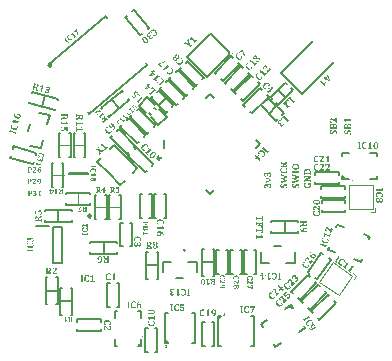
<source format=gto>
G04*
G04 #@! TF.GenerationSoftware,Altium Limited,Altium Designer,20.1.7 (139)*
G04*
G04 Layer_Color=65535*
%FSLAX44Y44*%
%MOMM*%
G71*
G04*
G04 #@! TF.SameCoordinates,99CDB543-8891-4245-8F14-29871282C811*
G04*
G04*
G04 #@! TF.FilePolarity,Positive*
G04*
G01*
G75*
%ADD10C,0.1000*%
%ADD11C,0.2000*%
%ADD12C,0.2500*%
%ADD13C,0.1500*%
%ADD14C,0.1524*%
G36*
X-121690Y95316D02*
X-121233Y95699D01*
X-120682Y96758D01*
X-120578Y97947D01*
X-120937Y99085D01*
X-121321Y99542D01*
Y99542D01*
X-123619Y97614D01*
X-121690Y95316D01*
D02*
G37*
G36*
X-138680Y10825D02*
X-138614D01*
X-138533Y10818D01*
X-138444Y10811D01*
X-138348Y10796D01*
X-138141Y10759D01*
X-137934Y10707D01*
X-137734Y10633D01*
X-137646Y10581D01*
X-137564Y10530D01*
X-137557D01*
X-137549Y10515D01*
X-137527Y10500D01*
X-137498Y10470D01*
X-137431Y10404D01*
X-137350Y10301D01*
X-137313Y10241D01*
X-137276Y10175D01*
X-137239Y10101D01*
X-137210Y10012D01*
X-137180Y9923D01*
X-137158Y9827D01*
X-137150Y9717D01*
X-137143Y9606D01*
Y9598D01*
Y9584D01*
Y9561D01*
Y9532D01*
X-137150Y9451D01*
X-137165Y9347D01*
X-137195Y9229D01*
X-137224Y9096D01*
X-137276Y8963D01*
X-137343Y8837D01*
X-137350Y8822D01*
X-137380Y8785D01*
X-137424Y8726D01*
X-137483Y8652D01*
X-137564Y8571D01*
X-137660Y8490D01*
X-137779Y8416D01*
X-137912Y8342D01*
X-137919D01*
X-137927Y8334D01*
X-137949Y8327D01*
X-137978Y8320D01*
X-138015Y8305D01*
X-138060Y8290D01*
X-138163Y8260D01*
X-138296Y8231D01*
X-138459Y8201D01*
X-138636Y8187D01*
X-138836Y8179D01*
X-139020D01*
X-139109Y8187D01*
X-139286D01*
X-139368Y8194D01*
Y7130D01*
Y7122D01*
Y7093D01*
Y7056D01*
Y7011D01*
X-139360Y6908D01*
Y6856D01*
X-139353Y6819D01*
X-139346Y6804D01*
X-139338Y6767D01*
X-139316Y6723D01*
X-139294Y6671D01*
X-139286Y6664D01*
X-139264Y6642D01*
X-139235Y6612D01*
X-139190Y6583D01*
X-139176Y6575D01*
X-139131Y6560D01*
X-139102Y6553D01*
X-139065Y6538D01*
X-139013Y6531D01*
X-138961Y6516D01*
Y6302D01*
X-140750D01*
Y6516D01*
X-140743D01*
X-140728Y6524D01*
X-140683Y6538D01*
X-140617Y6560D01*
X-140558Y6590D01*
X-140543Y6597D01*
X-140513Y6620D01*
X-140484Y6649D01*
X-140454Y6694D01*
X-140447Y6708D01*
X-140432Y6738D01*
X-140417Y6797D01*
X-140410Y6863D01*
Y6871D01*
Y6886D01*
X-140403Y6908D01*
Y6937D01*
X-140395Y7026D01*
Y7130D01*
Y9997D01*
Y10005D01*
Y10027D01*
Y10049D01*
Y10086D01*
Y10175D01*
X-140403Y10256D01*
Y10264D01*
Y10278D01*
X-140410Y10323D01*
X-140425Y10374D01*
X-140447Y10433D01*
X-140454Y10448D01*
X-140477Y10470D01*
X-140506Y10507D01*
X-140558Y10537D01*
X-140573Y10544D01*
X-140610Y10567D01*
X-140669Y10589D01*
X-140750Y10618D01*
Y10833D01*
X-138740D01*
X-138680Y10825D01*
D02*
G37*
G36*
X-134770Y10884D02*
X-134726D01*
X-134615Y10877D01*
X-134489Y10862D01*
X-134356Y10833D01*
X-134223Y10803D01*
X-134098Y10759D01*
X-134083Y10751D01*
X-134046Y10737D01*
X-133994Y10707D01*
X-133928Y10663D01*
X-133854Y10611D01*
X-133780Y10552D01*
X-133713Y10478D01*
X-133654Y10397D01*
X-133647Y10389D01*
X-133632Y10360D01*
X-133610Y10308D01*
X-133580Y10249D01*
X-133558Y10175D01*
X-133536Y10086D01*
X-133521Y9990D01*
X-133514Y9879D01*
Y9864D01*
Y9835D01*
X-133521Y9783D01*
X-133529Y9717D01*
X-133536Y9643D01*
X-133551Y9561D01*
X-133580Y9473D01*
X-133610Y9384D01*
X-133617Y9377D01*
X-133632Y9347D01*
X-133654Y9295D01*
X-133691Y9236D01*
X-133736Y9162D01*
X-133795Y9074D01*
X-133869Y8977D01*
X-133950Y8874D01*
X-133957Y8859D01*
X-133994Y8822D01*
X-134053Y8756D01*
X-134142Y8660D01*
X-134253Y8549D01*
X-134393Y8401D01*
X-134475Y8320D01*
X-134563Y8238D01*
X-134660Y8142D01*
X-134763Y8046D01*
X-134770Y8039D01*
X-134807Y8002D01*
X-134852Y7950D01*
X-134918Y7891D01*
X-134992Y7810D01*
X-135073Y7728D01*
X-135243Y7544D01*
X-135251Y7536D01*
X-135280Y7499D01*
X-135317Y7455D01*
X-135369Y7403D01*
X-135473Y7270D01*
X-135524Y7204D01*
X-135569Y7144D01*
Y7115D01*
X-134312D01*
X-134268Y7122D01*
X-134164Y7130D01*
X-134113Y7137D01*
X-134068Y7144D01*
X-134061D01*
X-134046Y7152D01*
X-134002Y7167D01*
X-133950Y7204D01*
X-133898Y7248D01*
Y7255D01*
X-133891Y7263D01*
X-133876Y7285D01*
X-133861Y7307D01*
X-133846Y7344D01*
X-133832Y7388D01*
X-133809Y7433D01*
X-133795Y7492D01*
X-133418D01*
X-133492Y6302D01*
X-136537D01*
Y6516D01*
Y6524D01*
X-136530Y6531D01*
X-136507Y6575D01*
X-136478Y6634D01*
X-136433Y6723D01*
X-136374Y6827D01*
X-136308Y6945D01*
X-136227Y7070D01*
X-136138Y7211D01*
Y7218D01*
X-136123Y7226D01*
X-136108Y7248D01*
X-136093Y7277D01*
X-136034Y7351D01*
X-135953Y7455D01*
X-135864Y7581D01*
X-135753Y7714D01*
X-135628Y7869D01*
X-135487Y8031D01*
X-135480Y8039D01*
X-135473Y8054D01*
X-135450Y8076D01*
X-135428Y8105D01*
X-135362Y8179D01*
X-135288Y8275D01*
X-135199Y8386D01*
X-135110Y8504D01*
X-135022Y8615D01*
X-134948Y8726D01*
X-134940Y8741D01*
X-134918Y8770D01*
X-134881Y8822D01*
X-134837Y8896D01*
X-134792Y8970D01*
X-134748Y9059D01*
X-134704Y9155D01*
X-134667Y9244D01*
X-134660Y9258D01*
X-134652Y9288D01*
X-134637Y9332D01*
X-134615Y9399D01*
X-134600Y9473D01*
X-134586Y9561D01*
X-134578Y9650D01*
X-134571Y9746D01*
Y9754D01*
Y9761D01*
Y9805D01*
X-134578Y9872D01*
X-134593Y9953D01*
X-134608Y10042D01*
X-134637Y10138D01*
X-134682Y10234D01*
X-134733Y10315D01*
X-134741Y10323D01*
X-134763Y10352D01*
X-134800Y10382D01*
X-134852Y10426D01*
X-134911Y10463D01*
X-134992Y10500D01*
X-135073Y10522D01*
X-135177Y10530D01*
X-135221D01*
X-135273Y10522D01*
X-135332Y10507D01*
X-135399Y10485D01*
X-135473Y10448D01*
X-135547Y10404D01*
X-135620Y10337D01*
X-135628Y10330D01*
X-135650Y10301D01*
X-135680Y10256D01*
X-135716Y10197D01*
X-135753Y10116D01*
X-135798Y10012D01*
X-135835Y9887D01*
X-135872Y9746D01*
X-136470D01*
Y10530D01*
X-136463D01*
X-136456Y10537D01*
X-136433Y10544D01*
X-136404Y10559D01*
X-136330Y10581D01*
X-136241Y10618D01*
X-136138Y10655D01*
X-136027Y10692D01*
X-135931Y10729D01*
X-135835Y10759D01*
X-135827D01*
X-135798Y10774D01*
X-135753Y10781D01*
X-135694Y10796D01*
X-135620Y10811D01*
X-135547Y10825D01*
X-135384Y10855D01*
X-135377D01*
X-135347Y10862D01*
X-135295Y10870D01*
X-135236Y10877D01*
X-135162D01*
X-135081Y10884D01*
X-134992Y10892D01*
X-134815D01*
X-134770Y10884D01*
D02*
G37*
G36*
X-129692Y10663D02*
Y10456D01*
X-129722D01*
X-129766Y10448D01*
X-129811D01*
X-129877Y10441D01*
X-129951Y10426D01*
X-130025Y10411D01*
X-130114Y10389D01*
X-130306Y10337D01*
X-130402Y10301D01*
X-130498Y10256D01*
X-130602Y10204D01*
X-130698Y10145D01*
X-130786Y10071D01*
X-130875Y9997D01*
X-130883Y9990D01*
X-130897Y9975D01*
X-130919Y9953D01*
X-130949Y9916D01*
X-130986Y9872D01*
X-131023Y9820D01*
X-131067Y9754D01*
X-131119Y9680D01*
X-131171Y9598D01*
X-131222Y9510D01*
X-131267Y9406D01*
X-131319Y9295D01*
X-131363Y9177D01*
X-131407Y9051D01*
X-131444Y8911D01*
X-131474Y8763D01*
X-131444Y8748D01*
X-131430Y8756D01*
X-131400Y8778D01*
X-131348Y8807D01*
X-131282Y8844D01*
X-131200Y8889D01*
X-131119Y8933D01*
X-131023Y8970D01*
X-130927Y9007D01*
X-130912Y9014D01*
X-130883Y9022D01*
X-130823Y9037D01*
X-130757Y9051D01*
X-130668Y9066D01*
X-130572Y9081D01*
X-130461Y9096D01*
X-130284D01*
X-130217Y9088D01*
X-130121Y9074D01*
X-130018Y9051D01*
X-129907Y9022D01*
X-129796Y8985D01*
X-129692Y8926D01*
X-129678Y8918D01*
X-129648Y8896D01*
X-129596Y8859D01*
X-129537Y8800D01*
X-129471Y8734D01*
X-129404Y8652D01*
X-129338Y8564D01*
X-129279Y8453D01*
X-129271Y8438D01*
X-129256Y8401D01*
X-129234Y8334D01*
X-129205Y8253D01*
X-129183Y8150D01*
X-129160Y8024D01*
X-129145Y7891D01*
X-129138Y7743D01*
Y7736D01*
Y7721D01*
Y7699D01*
Y7669D01*
X-129145Y7588D01*
X-129160Y7477D01*
X-129183Y7359D01*
X-129219Y7226D01*
X-129264Y7093D01*
X-129323Y6960D01*
X-129330Y6945D01*
X-129360Y6908D01*
X-129404Y6841D01*
X-129463Y6767D01*
X-129545Y6686D01*
X-129641Y6597D01*
X-129759Y6516D01*
X-129899Y6435D01*
X-129907D01*
X-129914Y6427D01*
X-129936Y6420D01*
X-129966Y6405D01*
X-130003Y6390D01*
X-130047Y6376D01*
X-130158Y6346D01*
X-130299Y6309D01*
X-130461Y6280D01*
X-130646Y6257D01*
X-130845Y6250D01*
X-130934D01*
X-130979Y6257D01*
X-131030D01*
X-131149Y6272D01*
X-131289Y6302D01*
X-131437Y6331D01*
X-131585Y6383D01*
X-131733Y6450D01*
X-131740D01*
X-131747Y6457D01*
X-131792Y6486D01*
X-131858Y6538D01*
X-131939Y6605D01*
X-132036Y6686D01*
X-132132Y6790D01*
X-132220Y6915D01*
X-132302Y7056D01*
Y7063D01*
X-132309Y7078D01*
X-132316Y7100D01*
X-132331Y7130D01*
X-132346Y7167D01*
X-132361Y7218D01*
X-132383Y7270D01*
X-132398Y7329D01*
X-132435Y7477D01*
X-132464Y7640D01*
X-132486Y7832D01*
X-132494Y8039D01*
Y8046D01*
Y8076D01*
Y8113D01*
X-132486Y8172D01*
Y8238D01*
X-132479Y8320D01*
X-132464Y8408D01*
X-132450Y8504D01*
X-132413Y8726D01*
X-132353Y8955D01*
X-132272Y9199D01*
X-132228Y9325D01*
X-132169Y9443D01*
X-132161Y9451D01*
X-132154Y9473D01*
X-132132Y9502D01*
X-132109Y9547D01*
X-132072Y9598D01*
X-132028Y9665D01*
X-131925Y9805D01*
X-131792Y9968D01*
X-131636Y10130D01*
X-131452Y10301D01*
X-131237Y10448D01*
X-131230Y10456D01*
X-131208Y10463D01*
X-131178Y10485D01*
X-131134Y10507D01*
X-131075Y10537D01*
X-131008Y10574D01*
X-130927Y10611D01*
X-130845Y10648D01*
X-130749Y10685D01*
X-130639Y10729D01*
X-130528Y10766D01*
X-130409Y10796D01*
X-130151Y10855D01*
X-130018Y10877D01*
X-129877Y10892D01*
X-129692Y10663D01*
D02*
G37*
G36*
X-138930Y825D02*
X-138864D01*
X-138783Y818D01*
X-138694Y811D01*
X-138598Y796D01*
X-138391Y759D01*
X-138184Y707D01*
X-137984Y633D01*
X-137896Y581D01*
X-137814Y530D01*
X-137807D01*
X-137800Y515D01*
X-137777Y500D01*
X-137748Y470D01*
X-137681Y404D01*
X-137600Y301D01*
X-137563Y241D01*
X-137526Y175D01*
X-137489Y101D01*
X-137459Y12D01*
X-137430Y-77D01*
X-137408Y-173D01*
X-137400Y-283D01*
X-137393Y-394D01*
Y-402D01*
Y-417D01*
Y-439D01*
Y-468D01*
X-137400Y-549D01*
X-137415Y-653D01*
X-137445Y-771D01*
X-137474Y-904D01*
X-137526Y-1037D01*
X-137593Y-1163D01*
X-137600Y-1178D01*
X-137629Y-1215D01*
X-137674Y-1274D01*
X-137733Y-1348D01*
X-137814Y-1429D01*
X-137910Y-1510D01*
X-138029Y-1584D01*
X-138162Y-1658D01*
X-138169D01*
X-138176Y-1666D01*
X-138199Y-1673D01*
X-138228Y-1680D01*
X-138265Y-1695D01*
X-138309Y-1710D01*
X-138413Y-1740D01*
X-138546Y-1769D01*
X-138709Y-1799D01*
X-138886Y-1813D01*
X-139086Y-1821D01*
X-139270D01*
X-139359Y-1813D01*
X-139537D01*
X-139618Y-1806D01*
Y-2870D01*
Y-2878D01*
Y-2907D01*
Y-2944D01*
Y-2989D01*
X-139610Y-3092D01*
Y-3144D01*
X-139603Y-3181D01*
X-139596Y-3196D01*
X-139588Y-3233D01*
X-139566Y-3277D01*
X-139544Y-3329D01*
X-139537Y-3336D01*
X-139514Y-3358D01*
X-139485Y-3388D01*
X-139440Y-3417D01*
X-139426Y-3425D01*
X-139381Y-3440D01*
X-139352Y-3447D01*
X-139315Y-3462D01*
X-139263Y-3469D01*
X-139211Y-3484D01*
Y-3698D01*
X-141000D01*
Y-3484D01*
X-140993D01*
X-140978Y-3476D01*
X-140934Y-3462D01*
X-140867Y-3440D01*
X-140808Y-3410D01*
X-140793Y-3403D01*
X-140764Y-3380D01*
X-140734Y-3351D01*
X-140704Y-3307D01*
X-140697Y-3292D01*
X-140682Y-3262D01*
X-140667Y-3203D01*
X-140660Y-3137D01*
Y-3129D01*
Y-3114D01*
X-140653Y-3092D01*
Y-3063D01*
X-140645Y-2974D01*
Y-2870D01*
Y-3D01*
Y5D01*
Y27D01*
Y49D01*
Y86D01*
Y175D01*
X-140653Y256D01*
Y264D01*
Y278D01*
X-140660Y323D01*
X-140675Y374D01*
X-140697Y433D01*
X-140704Y448D01*
X-140726Y470D01*
X-140756Y507D01*
X-140808Y537D01*
X-140823Y544D01*
X-140860Y567D01*
X-140919Y589D01*
X-141000Y618D01*
Y833D01*
X-138989D01*
X-138930Y825D01*
D02*
G37*
G36*
X-135020Y884D02*
X-134976D01*
X-134865Y877D01*
X-134740Y862D01*
X-134606Y833D01*
X-134473Y803D01*
X-134348Y759D01*
X-134333Y751D01*
X-134296Y737D01*
X-134244Y707D01*
X-134178Y663D01*
X-134104Y611D01*
X-134030Y552D01*
X-133963Y478D01*
X-133904Y397D01*
X-133897Y389D01*
X-133882Y360D01*
X-133860Y308D01*
X-133830Y249D01*
X-133808Y175D01*
X-133786Y86D01*
X-133771Y-10D01*
X-133764Y-121D01*
Y-136D01*
Y-165D01*
X-133771Y-217D01*
X-133779Y-283D01*
X-133786Y-357D01*
X-133801Y-439D01*
X-133830Y-527D01*
X-133860Y-616D01*
X-133867Y-623D01*
X-133882Y-653D01*
X-133904Y-705D01*
X-133941Y-764D01*
X-133986Y-838D01*
X-134045Y-926D01*
X-134119Y-1023D01*
X-134200Y-1126D01*
X-134207Y-1141D01*
X-134244Y-1178D01*
X-134303Y-1244D01*
X-134392Y-1340D01*
X-134503Y-1451D01*
X-134643Y-1599D01*
X-134725Y-1680D01*
X-134813Y-1762D01*
X-134909Y-1858D01*
X-135013Y-1954D01*
X-135020Y-1961D01*
X-135057Y-1998D01*
X-135102Y-2050D01*
X-135168Y-2109D01*
X-135242Y-2190D01*
X-135323Y-2272D01*
X-135493Y-2456D01*
X-135501Y-2464D01*
X-135530Y-2501D01*
X-135567Y-2545D01*
X-135619Y-2597D01*
X-135723Y-2730D01*
X-135774Y-2797D01*
X-135819Y-2856D01*
Y-2885D01*
X-134562D01*
X-134518Y-2878D01*
X-134414Y-2870D01*
X-134362Y-2863D01*
X-134318Y-2856D01*
X-134311D01*
X-134296Y-2848D01*
X-134252Y-2833D01*
X-134200Y-2797D01*
X-134148Y-2752D01*
Y-2745D01*
X-134141Y-2737D01*
X-134126Y-2715D01*
X-134111Y-2693D01*
X-134096Y-2656D01*
X-134082Y-2612D01*
X-134059Y-2567D01*
X-134045Y-2508D01*
X-133668D01*
X-133742Y-3698D01*
X-136787D01*
Y-3484D01*
Y-3476D01*
X-136779Y-3469D01*
X-136757Y-3425D01*
X-136728Y-3366D01*
X-136683Y-3277D01*
X-136624Y-3174D01*
X-136558Y-3055D01*
X-136476Y-2930D01*
X-136388Y-2789D01*
Y-2782D01*
X-136373Y-2774D01*
X-136358Y-2752D01*
X-136343Y-2723D01*
X-136284Y-2649D01*
X-136203Y-2545D01*
X-136114Y-2420D01*
X-136003Y-2287D01*
X-135878Y-2131D01*
X-135737Y-1969D01*
X-135730Y-1961D01*
X-135723Y-1946D01*
X-135700Y-1924D01*
X-135678Y-1895D01*
X-135612Y-1821D01*
X-135538Y-1725D01*
X-135449Y-1614D01*
X-135360Y-1496D01*
X-135272Y-1385D01*
X-135198Y-1274D01*
X-135190Y-1259D01*
X-135168Y-1230D01*
X-135131Y-1178D01*
X-135087Y-1104D01*
X-135042Y-1030D01*
X-134998Y-941D01*
X-134954Y-845D01*
X-134917Y-756D01*
X-134909Y-742D01*
X-134902Y-712D01*
X-134887Y-668D01*
X-134865Y-601D01*
X-134850Y-527D01*
X-134836Y-439D01*
X-134828Y-350D01*
X-134821Y-254D01*
Y-247D01*
Y-239D01*
Y-195D01*
X-134828Y-128D01*
X-134843Y-47D01*
X-134858Y42D01*
X-134887Y138D01*
X-134932Y234D01*
X-134983Y315D01*
X-134991Y323D01*
X-135013Y352D01*
X-135050Y382D01*
X-135102Y426D01*
X-135161Y463D01*
X-135242Y500D01*
X-135323Y522D01*
X-135427Y530D01*
X-135471D01*
X-135523Y522D01*
X-135582Y507D01*
X-135649Y485D01*
X-135723Y448D01*
X-135796Y404D01*
X-135870Y337D01*
X-135878Y330D01*
X-135900Y301D01*
X-135929Y256D01*
X-135967Y197D01*
X-136003Y116D01*
X-136048Y12D01*
X-136085Y-113D01*
X-136122Y-254D01*
X-136720D01*
Y530D01*
X-136713D01*
X-136706Y537D01*
X-136683Y544D01*
X-136654Y559D01*
X-136580Y581D01*
X-136491Y618D01*
X-136388Y655D01*
X-136277Y692D01*
X-136181Y729D01*
X-136085Y759D01*
X-136077D01*
X-136048Y773D01*
X-136003Y781D01*
X-135944Y796D01*
X-135870Y811D01*
X-135796Y825D01*
X-135634Y855D01*
X-135626D01*
X-135597Y862D01*
X-135545Y870D01*
X-135486Y877D01*
X-135412D01*
X-135331Y884D01*
X-135242Y892D01*
X-135065D01*
X-135020Y884D01*
D02*
G37*
G36*
X-130940D02*
X-130889Y877D01*
X-130763Y862D01*
X-130623Y840D01*
X-130467Y796D01*
X-130319Y744D01*
X-130172Y670D01*
X-130164D01*
X-130157Y663D01*
X-130112Y626D01*
X-130046Y581D01*
X-129965Y507D01*
X-129876Y419D01*
X-129787Y308D01*
X-129698Y175D01*
X-129625Y27D01*
Y20D01*
X-129617Y5D01*
X-129610Y-17D01*
X-129595Y-47D01*
X-129580Y-91D01*
X-129565Y-136D01*
X-129551Y-195D01*
X-129529Y-261D01*
X-129499Y-409D01*
X-129469Y-579D01*
X-129447Y-779D01*
X-129440Y-993D01*
Y-1000D01*
Y-1030D01*
Y-1074D01*
X-129447Y-1133D01*
Y-1207D01*
X-129455Y-1289D01*
X-129462Y-1385D01*
X-129477Y-1488D01*
X-129506Y-1710D01*
X-129558Y-1946D01*
X-129632Y-2190D01*
X-129728Y-2427D01*
Y-2434D01*
X-129743Y-2456D01*
X-129758Y-2486D01*
X-129780Y-2523D01*
X-129809Y-2575D01*
X-129846Y-2634D01*
X-129935Y-2767D01*
X-130053Y-2922D01*
X-130194Y-3077D01*
X-130356Y-3225D01*
X-130549Y-3366D01*
X-130556D01*
X-130571Y-3380D01*
X-130600Y-3395D01*
X-130645Y-3417D01*
X-130696Y-3447D01*
X-130763Y-3476D01*
X-130829Y-3506D01*
X-130911Y-3536D01*
X-131007Y-3573D01*
X-131103Y-3602D01*
X-131214Y-3639D01*
X-131325Y-3669D01*
X-131583Y-3720D01*
X-131857Y-3750D01*
X-132027Y-3558D01*
Y-3321D01*
X-131990D01*
X-131953Y-3314D01*
X-131901D01*
X-131842Y-3307D01*
X-131776Y-3299D01*
X-131650Y-3277D01*
X-131643D01*
X-131620Y-3270D01*
X-131583Y-3262D01*
X-131532Y-3247D01*
X-131480Y-3233D01*
X-131413Y-3210D01*
X-131288Y-3151D01*
X-131280Y-3144D01*
X-131258Y-3137D01*
X-131221Y-3114D01*
X-131184Y-3092D01*
X-131088Y-3026D01*
X-130985Y-2937D01*
X-130977Y-2930D01*
X-130955Y-2907D01*
X-130926Y-2878D01*
X-130889Y-2833D01*
X-130852Y-2774D01*
X-130800Y-2715D01*
X-130719Y-2575D01*
X-130711Y-2567D01*
X-130696Y-2538D01*
X-130682Y-2501D01*
X-130652Y-2442D01*
X-130630Y-2383D01*
X-130600Y-2309D01*
X-130549Y-2139D01*
Y-2124D01*
X-130541Y-2094D01*
X-130526Y-2050D01*
X-130512Y-1983D01*
X-130504Y-1910D01*
X-130489Y-1821D01*
X-130460Y-1636D01*
X-130489Y-1621D01*
X-130504Y-1629D01*
X-130534Y-1651D01*
X-130585Y-1680D01*
X-130652Y-1717D01*
X-130726Y-1762D01*
X-130815Y-1806D01*
X-130903Y-1843D01*
X-130999Y-1880D01*
X-131007D01*
X-131044Y-1895D01*
X-131096Y-1902D01*
X-131162Y-1917D01*
X-131251Y-1932D01*
X-131354Y-1946D01*
X-131465Y-1954D01*
X-131591Y-1961D01*
X-131657D01*
X-131731Y-1954D01*
X-131820Y-1939D01*
X-131923Y-1917D01*
X-132034Y-1887D01*
X-132145Y-1850D01*
X-132256Y-1791D01*
X-132271Y-1784D01*
X-132300Y-1762D01*
X-132352Y-1725D01*
X-132411Y-1666D01*
X-132478Y-1599D01*
X-132544Y-1525D01*
X-132611Y-1429D01*
X-132670Y-1326D01*
X-132677Y-1311D01*
X-132692Y-1274D01*
X-132714Y-1207D01*
X-132736Y-1126D01*
X-132759Y-1023D01*
X-132781Y-904D01*
X-132795Y-771D01*
X-132803Y-623D01*
Y-616D01*
Y-601D01*
Y-579D01*
Y-549D01*
X-132788Y-468D01*
X-132773Y-357D01*
X-132751Y-232D01*
X-132714Y-106D01*
X-132662Y34D01*
X-132596Y167D01*
Y175D01*
X-132589Y182D01*
X-132559Y227D01*
X-132507Y286D01*
X-132441Y367D01*
X-132352Y448D01*
X-132256Y537D01*
X-132130Y626D01*
X-131997Y700D01*
X-131990D01*
X-131982Y707D01*
X-131960Y714D01*
X-131931Y729D01*
X-131886Y744D01*
X-131842Y759D01*
X-131731Y796D01*
X-131598Y833D01*
X-131443Y862D01*
X-131265Y884D01*
X-131073Y892D01*
X-130985D01*
X-130940Y884D01*
D02*
G37*
G36*
X-138430Y-9175D02*
X-138364D01*
X-138283Y-9182D01*
X-138194Y-9190D01*
X-138098Y-9204D01*
X-137891Y-9241D01*
X-137684Y-9293D01*
X-137484Y-9367D01*
X-137396Y-9419D01*
X-137314Y-9470D01*
X-137307D01*
X-137299Y-9485D01*
X-137277Y-9500D01*
X-137248Y-9530D01*
X-137181Y-9596D01*
X-137100Y-9700D01*
X-137063Y-9759D01*
X-137026Y-9825D01*
X-136989Y-9899D01*
X-136959Y-9988D01*
X-136930Y-10077D01*
X-136908Y-10173D01*
X-136900Y-10283D01*
X-136893Y-10394D01*
Y-10402D01*
Y-10417D01*
Y-10439D01*
Y-10468D01*
X-136900Y-10549D01*
X-136915Y-10653D01*
X-136945Y-10771D01*
X-136974Y-10904D01*
X-137026Y-11037D01*
X-137093Y-11163D01*
X-137100Y-11178D01*
X-137129Y-11215D01*
X-137174Y-11274D01*
X-137233Y-11348D01*
X-137314Y-11429D01*
X-137410Y-11510D01*
X-137529Y-11584D01*
X-137662Y-11658D01*
X-137669D01*
X-137676Y-11666D01*
X-137699Y-11673D01*
X-137728Y-11680D01*
X-137765Y-11695D01*
X-137809Y-11710D01*
X-137913Y-11739D01*
X-138046Y-11769D01*
X-138209Y-11799D01*
X-138386Y-11813D01*
X-138586Y-11821D01*
X-138770D01*
X-138859Y-11813D01*
X-139037D01*
X-139118Y-11806D01*
Y-12870D01*
Y-12878D01*
Y-12907D01*
Y-12944D01*
Y-12989D01*
X-139110Y-13092D01*
Y-13144D01*
X-139103Y-13181D01*
X-139096Y-13196D01*
X-139088Y-13233D01*
X-139066Y-13277D01*
X-139044Y-13329D01*
X-139037Y-13336D01*
X-139014Y-13358D01*
X-138985Y-13388D01*
X-138940Y-13417D01*
X-138926Y-13425D01*
X-138881Y-13440D01*
X-138852Y-13447D01*
X-138815Y-13462D01*
X-138763Y-13469D01*
X-138711Y-13484D01*
Y-13698D01*
X-140500D01*
Y-13484D01*
X-140493D01*
X-140478Y-13477D01*
X-140434Y-13462D01*
X-140367Y-13440D01*
X-140308Y-13410D01*
X-140293Y-13403D01*
X-140264Y-13380D01*
X-140234Y-13351D01*
X-140204Y-13306D01*
X-140197Y-13292D01*
X-140182Y-13262D01*
X-140167Y-13203D01*
X-140160Y-13137D01*
Y-13129D01*
Y-13114D01*
X-140153Y-13092D01*
Y-13063D01*
X-140145Y-12974D01*
Y-12870D01*
Y-10003D01*
Y-9995D01*
Y-9973D01*
Y-9951D01*
Y-9914D01*
Y-9825D01*
X-140153Y-9744D01*
Y-9736D01*
Y-9722D01*
X-140160Y-9677D01*
X-140175Y-9626D01*
X-140197Y-9567D01*
X-140204Y-9552D01*
X-140226Y-9530D01*
X-140256Y-9493D01*
X-140308Y-9463D01*
X-140323Y-9456D01*
X-140360Y-9433D01*
X-140419Y-9411D01*
X-140500Y-9382D01*
Y-9167D01*
X-138490D01*
X-138430Y-9175D01*
D02*
G37*
G36*
X-134483Y-9116D02*
X-134387Y-9123D01*
X-134276Y-9138D01*
X-134158Y-9160D01*
X-134032Y-9190D01*
X-133914Y-9226D01*
X-133907D01*
X-133899Y-9234D01*
X-133862Y-9249D01*
X-133803Y-9271D01*
X-133737Y-9308D01*
X-133656Y-9359D01*
X-133574Y-9411D01*
X-133493Y-9478D01*
X-133426Y-9559D01*
X-133419Y-9567D01*
X-133397Y-9596D01*
X-133375Y-9640D01*
X-133338Y-9707D01*
X-133308Y-9781D01*
X-133286Y-9869D01*
X-133264Y-9973D01*
X-133256Y-10084D01*
Y-10099D01*
Y-10128D01*
X-133264Y-10187D01*
X-133271Y-10254D01*
X-133286Y-10328D01*
X-133301Y-10409D01*
X-133330Y-10498D01*
X-133367Y-10579D01*
X-133375Y-10587D01*
X-133390Y-10616D01*
X-133412Y-10653D01*
X-133449Y-10705D01*
X-133493Y-10764D01*
X-133545Y-10830D01*
X-133611Y-10890D01*
X-133685Y-10956D01*
X-133693Y-10963D01*
X-133722Y-10986D01*
X-133766Y-11015D01*
X-133826Y-11052D01*
X-133907Y-11097D01*
X-133996Y-11156D01*
X-134099Y-11207D01*
X-134217Y-11266D01*
Y-11296D01*
X-134202D01*
X-134166Y-11303D01*
X-134114Y-11318D01*
X-134040Y-11340D01*
X-133959Y-11363D01*
X-133877Y-11400D01*
X-133781Y-11437D01*
X-133693Y-11488D01*
X-133685Y-11496D01*
X-133656Y-11510D01*
X-133611Y-11547D01*
X-133552Y-11592D01*
X-133493Y-11644D01*
X-133426Y-11710D01*
X-133367Y-11784D01*
X-133308Y-11873D01*
X-133301Y-11880D01*
X-133286Y-11917D01*
X-133264Y-11961D01*
X-133234Y-12028D01*
X-133212Y-12109D01*
X-133190Y-12205D01*
X-133175Y-12309D01*
X-133168Y-12427D01*
Y-12434D01*
Y-12442D01*
Y-12464D01*
Y-12493D01*
X-133175Y-12567D01*
X-133190Y-12656D01*
X-133212Y-12767D01*
X-133249Y-12878D01*
X-133293Y-12996D01*
X-133360Y-13114D01*
X-133367Y-13129D01*
X-133397Y-13166D01*
X-133441Y-13218D01*
X-133500Y-13284D01*
X-133582Y-13358D01*
X-133678Y-13432D01*
X-133796Y-13513D01*
X-133929Y-13580D01*
X-133936D01*
X-133944Y-13587D01*
X-133966Y-13595D01*
X-133996Y-13610D01*
X-134032Y-13617D01*
X-134077Y-13632D01*
X-134188Y-13661D01*
X-134321Y-13698D01*
X-134476Y-13720D01*
X-134653Y-13743D01*
X-134853Y-13750D01*
X-134920D01*
X-134993Y-13743D01*
X-135090D01*
X-135200Y-13735D01*
X-135326Y-13720D01*
X-135459Y-13706D01*
X-135592Y-13684D01*
X-135607D01*
X-135651Y-13669D01*
X-135718Y-13654D01*
X-135807Y-13632D01*
X-135903Y-13610D01*
X-136006Y-13580D01*
X-136117Y-13543D01*
X-136220Y-13499D01*
Y-12664D01*
X-135622D01*
Y-12671D01*
X-135614Y-12678D01*
X-135607Y-12723D01*
X-135585Y-12789D01*
X-135555Y-12870D01*
X-135511Y-12959D01*
X-135466Y-13055D01*
X-135415Y-13137D01*
X-135356Y-13210D01*
X-135348Y-13218D01*
X-135326Y-13240D01*
X-135282Y-13262D01*
X-135230Y-13292D01*
X-135163Y-13329D01*
X-135082Y-13351D01*
X-134993Y-13373D01*
X-134890Y-13380D01*
X-134860D01*
X-134823Y-13373D01*
X-134779Y-13366D01*
X-134727Y-13351D01*
X-134668Y-13336D01*
X-134602Y-13306D01*
X-134535Y-13270D01*
X-134476Y-13225D01*
X-134410Y-13166D01*
X-134350Y-13100D01*
X-134299Y-13011D01*
X-134254Y-12915D01*
X-134217Y-12796D01*
X-134195Y-12664D01*
X-134188Y-12508D01*
Y-12501D01*
Y-12486D01*
Y-12464D01*
Y-12434D01*
X-134202Y-12346D01*
X-134217Y-12250D01*
X-134247Y-12131D01*
X-134291Y-12020D01*
X-134358Y-11910D01*
X-134439Y-11813D01*
X-134454Y-11806D01*
X-134483Y-11776D01*
X-134543Y-11739D01*
X-134624Y-11695D01*
X-134727Y-11658D01*
X-134853Y-11621D01*
X-135008Y-11592D01*
X-135186Y-11584D01*
X-135452D01*
Y-11207D01*
X-135422D01*
X-135393Y-11200D01*
X-135356D01*
X-135304Y-11193D01*
X-135252Y-11185D01*
X-135119Y-11163D01*
X-134979Y-11134D01*
X-134831Y-11089D01*
X-134698Y-11023D01*
X-134572Y-10941D01*
X-134557Y-10927D01*
X-134528Y-10897D01*
X-134476Y-10838D01*
X-134417Y-10756D01*
X-134365Y-10653D01*
X-134313Y-10527D01*
X-134284Y-10387D01*
X-134269Y-10217D01*
Y-10209D01*
Y-10202D01*
Y-10158D01*
X-134276Y-10091D01*
X-134291Y-10010D01*
X-134306Y-9921D01*
X-134336Y-9825D01*
X-134373Y-9736D01*
X-134424Y-9663D01*
X-134432Y-9655D01*
X-134454Y-9633D01*
X-134483Y-9603D01*
X-134535Y-9567D01*
X-134594Y-9530D01*
X-134668Y-9500D01*
X-134757Y-9478D01*
X-134860Y-9470D01*
X-134920D01*
X-134956Y-9478D01*
X-135060Y-9500D01*
X-135163Y-9544D01*
X-135171D01*
X-135186Y-9559D01*
X-135208Y-9574D01*
X-135245Y-9603D01*
X-135282Y-9640D01*
X-135319Y-9685D01*
X-135363Y-9736D01*
X-135407Y-9796D01*
X-135415Y-9803D01*
X-135422Y-9825D01*
X-135444Y-9869D01*
X-135466Y-9921D01*
X-135489Y-9988D01*
X-135518Y-10069D01*
X-135540Y-10158D01*
X-135562Y-10261D01*
X-136161D01*
Y-9470D01*
X-136154Y-9463D01*
X-136124Y-9456D01*
X-136080Y-9433D01*
X-136021Y-9411D01*
X-135947Y-9389D01*
X-135858Y-9352D01*
X-135762Y-9323D01*
X-135651Y-9286D01*
X-135540Y-9256D01*
X-135415Y-9219D01*
X-135163Y-9167D01*
X-134897Y-9123D01*
X-134764Y-9116D01*
X-134631Y-9108D01*
X-134565D01*
X-134483Y-9116D01*
D02*
G37*
G36*
X-129923Y-9123D02*
Y-9167D01*
X-129930Y-9241D01*
Y-9337D01*
X-129938Y-9470D01*
Y-9618D01*
X-129945Y-9796D01*
Y-9995D01*
Y-12774D01*
Y-12782D01*
Y-12804D01*
Y-12841D01*
Y-12885D01*
X-129938Y-12981D01*
X-129930Y-13026D01*
X-129923Y-13070D01*
Y-13077D01*
X-129916Y-13085D01*
X-129908Y-13122D01*
X-129879Y-13174D01*
X-129849Y-13225D01*
X-129834Y-13233D01*
X-129805Y-13262D01*
X-129753Y-13292D01*
X-129686Y-13321D01*
X-129679D01*
X-129664Y-13329D01*
X-129642Y-13336D01*
X-129613Y-13343D01*
X-129531Y-13358D01*
X-129428Y-13380D01*
X-129398D01*
X-129361Y-13388D01*
X-129317D01*
X-129258Y-13395D01*
X-129184D01*
X-129102Y-13403D01*
X-129014D01*
Y-13698D01*
X-131882D01*
Y-13403D01*
X-131867D01*
X-131823Y-13395D01*
X-131756D01*
X-131682Y-13388D01*
X-131512Y-13373D01*
X-131431Y-13366D01*
X-131364Y-13358D01*
X-131357D01*
X-131335Y-13351D01*
X-131305Y-13343D01*
X-131276Y-13336D01*
X-131194Y-13306D01*
X-131157Y-13292D01*
X-131120Y-13270D01*
X-131113D01*
X-131105Y-13262D01*
X-131069Y-13225D01*
X-131032Y-13181D01*
X-130995Y-13114D01*
Y-13107D01*
X-130987Y-13092D01*
X-130980Y-13070D01*
X-130972Y-13033D01*
Y-12989D01*
X-130965Y-12930D01*
X-130958Y-12856D01*
Y-12774D01*
Y-10372D01*
Y-10365D01*
Y-10350D01*
Y-10328D01*
X-130965Y-10291D01*
X-130980Y-10232D01*
X-130995Y-10195D01*
X-131009Y-10173D01*
X-131017Y-10165D01*
X-131046Y-10143D01*
X-131091Y-10121D01*
X-131150Y-10113D01*
X-131165D01*
X-131187Y-10121D01*
X-131209D01*
X-131283Y-10150D01*
X-131335Y-10165D01*
X-131386Y-10195D01*
X-131394D01*
X-131416Y-10209D01*
X-131453Y-10232D01*
X-131505Y-10261D01*
X-131571Y-10306D01*
X-131660Y-10357D01*
X-131763Y-10424D01*
X-131882Y-10505D01*
X-132081Y-10150D01*
X-130352Y-9108D01*
X-129923D01*
Y-9123D01*
D02*
G37*
G36*
X63771Y6378D02*
X63882Y6360D01*
X64020Y6332D01*
X64159Y6286D01*
X64307Y6230D01*
X64455Y6147D01*
X64473Y6138D01*
X64520Y6101D01*
X64584Y6046D01*
X64668Y5972D01*
X64760Y5870D01*
X64852Y5750D01*
X64954Y5602D01*
X65037Y5435D01*
Y5426D01*
X65047Y5417D01*
X65056Y5389D01*
X65074Y5352D01*
X65084Y5306D01*
X65102Y5250D01*
X65139Y5112D01*
X65185Y4945D01*
X65213Y4751D01*
X65241Y4529D01*
X65250Y4280D01*
Y4196D01*
X65241Y4104D01*
Y3984D01*
X65231Y3845D01*
X65213Y3688D01*
X65195Y3521D01*
X65167Y3355D01*
Y3337D01*
X65148Y3281D01*
X65130Y3198D01*
X65102Y3087D01*
X65074Y2967D01*
X65037Y2837D01*
X64991Y2699D01*
X64936Y2569D01*
X63891D01*
Y3318D01*
X63900D01*
X63909Y3327D01*
X63965Y3337D01*
X64048Y3364D01*
X64150Y3401D01*
X64261Y3457D01*
X64381Y3512D01*
X64483Y3577D01*
X64575Y3651D01*
X64584Y3660D01*
X64612Y3688D01*
X64640Y3743D01*
X64677Y3808D01*
X64723Y3891D01*
X64751Y3993D01*
X64778Y4104D01*
X64788Y4233D01*
Y4270D01*
X64778Y4317D01*
X64769Y4372D01*
X64751Y4437D01*
X64732Y4511D01*
X64695Y4594D01*
X64649Y4677D01*
X64594Y4751D01*
X64520Y4834D01*
X64436Y4908D01*
X64325Y4973D01*
X64205Y5028D01*
X64057Y5075D01*
X63891Y5102D01*
X63697Y5112D01*
X63688D01*
X63669D01*
X63641D01*
X63604D01*
X63493Y5093D01*
X63373Y5075D01*
X63225Y5038D01*
X63087Y4982D01*
X62948Y4899D01*
X62828Y4797D01*
X62818Y4779D01*
X62781Y4742D01*
X62735Y4668D01*
X62680Y4566D01*
X62634Y4437D01*
X62587Y4280D01*
X62550Y4085D01*
X62541Y3864D01*
Y3531D01*
X62070D01*
Y3568D01*
X62060Y3605D01*
Y3651D01*
X62051Y3716D01*
X62042Y3780D01*
X62014Y3947D01*
X61977Y4123D01*
X61922Y4307D01*
X61838Y4474D01*
X61737Y4631D01*
X61718Y4649D01*
X61681Y4687D01*
X61607Y4751D01*
X61505Y4825D01*
X61376Y4890D01*
X61219Y4955D01*
X61043Y4992D01*
X60831Y5010D01*
X60821D01*
X60812D01*
X60757D01*
X60673Y5001D01*
X60572Y4982D01*
X60461Y4964D01*
X60341Y4927D01*
X60230Y4881D01*
X60137Y4816D01*
X60128Y4807D01*
X60100Y4779D01*
X60063Y4742D01*
X60017Y4677D01*
X59971Y4603D01*
X59934Y4511D01*
X59906Y4400D01*
X59897Y4270D01*
Y4196D01*
X59906Y4150D01*
X59934Y4021D01*
X59989Y3891D01*
Y3882D01*
X60008Y3864D01*
X60026Y3836D01*
X60063Y3790D01*
X60109Y3743D01*
X60165Y3697D01*
X60230Y3642D01*
X60304Y3586D01*
X60313Y3577D01*
X60341Y3568D01*
X60396Y3540D01*
X60461Y3512D01*
X60544Y3485D01*
X60646Y3447D01*
X60757Y3420D01*
X60886Y3392D01*
Y2643D01*
X59897D01*
X59887Y2652D01*
X59878Y2689D01*
X59851Y2745D01*
X59823Y2819D01*
X59795Y2911D01*
X59749Y3022D01*
X59712Y3142D01*
X59666Y3281D01*
X59629Y3420D01*
X59582Y3577D01*
X59518Y3891D01*
X59462Y4224D01*
X59453Y4391D01*
X59444Y4557D01*
Y4640D01*
X59453Y4742D01*
X59462Y4862D01*
X59481Y5001D01*
X59509Y5149D01*
X59545Y5306D01*
X59592Y5454D01*
Y5463D01*
X59601Y5472D01*
X59619Y5519D01*
X59647Y5592D01*
X59693Y5676D01*
X59758Y5777D01*
X59823Y5879D01*
X59906Y5981D01*
X60008Y6064D01*
X60017Y6073D01*
X60054Y6101D01*
X60109Y6129D01*
X60193Y6175D01*
X60285Y6212D01*
X60396Y6240D01*
X60525Y6267D01*
X60664Y6277D01*
X60683D01*
X60720D01*
X60794Y6267D01*
X60877Y6258D01*
X60969Y6240D01*
X61071Y6221D01*
X61182Y6184D01*
X61284Y6138D01*
X61293Y6129D01*
X61330Y6110D01*
X61376Y6083D01*
X61441Y6036D01*
X61515Y5981D01*
X61598Y5916D01*
X61672Y5833D01*
X61755Y5741D01*
X61764Y5731D01*
X61792Y5694D01*
X61829Y5639D01*
X61875Y5565D01*
X61931Y5463D01*
X62005Y5352D01*
X62070Y5223D01*
X62144Y5075D01*
X62180D01*
Y5093D01*
X62190Y5139D01*
X62208Y5204D01*
X62236Y5297D01*
X62264Y5398D01*
X62310Y5500D01*
X62356Y5620D01*
X62421Y5731D01*
X62430Y5741D01*
X62449Y5777D01*
X62495Y5833D01*
X62550Y5907D01*
X62615Y5981D01*
X62698Y6064D01*
X62791Y6138D01*
X62902Y6212D01*
X62911Y6221D01*
X62957Y6240D01*
X63012Y6267D01*
X63096Y6304D01*
X63197Y6332D01*
X63318Y6360D01*
X63447Y6378D01*
X63595Y6388D01*
X63604D01*
X63614D01*
X63641D01*
X63678D01*
X63771Y6378D01*
D02*
G37*
G36*
X61348Y2051D02*
X61358Y2042D01*
X61376Y1996D01*
X61404Y1931D01*
X61441Y1866D01*
X61450Y1857D01*
X61478Y1820D01*
X61515Y1774D01*
X61579Y1728D01*
X61598Y1719D01*
X61644Y1682D01*
X61727Y1635D01*
X61838Y1571D01*
X61848D01*
X61866Y1552D01*
X61912Y1534D01*
X61968Y1506D01*
X62042Y1469D01*
X62125Y1432D01*
X62236Y1376D01*
X62356Y1321D01*
X65222Y27D01*
Y-759D01*
X62070Y-1859D01*
X62051D01*
X62014Y-1878D01*
X61959Y-1896D01*
X61885Y-1924D01*
X61737Y-1980D01*
X61672Y-2017D01*
X61617Y-2044D01*
X61607D01*
X61598Y-2054D01*
X61552Y-2091D01*
X61487Y-2137D01*
X61432Y-2192D01*
X61422Y-2211D01*
X61395Y-2248D01*
X61367Y-2313D01*
X61339Y-2405D01*
X61062D01*
Y-334D01*
X61339D01*
Y-343D01*
X61348Y-362D01*
X61358Y-399D01*
X61367Y-445D01*
X61404Y-537D01*
X61422Y-584D01*
X61450Y-620D01*
X61459Y-630D01*
X61505Y-658D01*
X61570Y-694D01*
X61672Y-704D01*
X61681D01*
X61709D01*
X61755Y-694D01*
X61811D01*
X61894Y-676D01*
X61977Y-658D01*
X62079Y-639D01*
X62199Y-602D01*
X64011Y-1D01*
X62421Y655D01*
X62412D01*
X62384Y674D01*
X62347Y683D01*
X62301Y702D01*
X62190Y739D01*
X62070Y776D01*
X62060D01*
X62042Y785D01*
X62014Y794D01*
X61977Y803D01*
X61885Y812D01*
X61774Y822D01*
X61764D01*
X61746D01*
X61709Y812D01*
X61672D01*
X61579Y776D01*
X61533Y757D01*
X61487Y720D01*
X61478D01*
X61469Y702D01*
X61422Y655D01*
X61376Y563D01*
X61339Y443D01*
X61062D01*
Y2061D01*
X61348D01*
Y2051D01*
D02*
G37*
G36*
X63771Y-3191D02*
X63882Y-3209D01*
X64020Y-3237D01*
X64159Y-3283D01*
X64307Y-3339D01*
X64455Y-3422D01*
X64473Y-3431D01*
X64520Y-3468D01*
X64584Y-3524D01*
X64668Y-3598D01*
X64760Y-3699D01*
X64852Y-3819D01*
X64954Y-3967D01*
X65037Y-4134D01*
Y-4143D01*
X65047Y-4152D01*
X65056Y-4180D01*
X65074Y-4217D01*
X65084Y-4263D01*
X65102Y-4319D01*
X65139Y-4457D01*
X65185Y-4624D01*
X65213Y-4818D01*
X65241Y-5040D01*
X65250Y-5290D01*
Y-5373D01*
X65241Y-5465D01*
Y-5585D01*
X65231Y-5724D01*
X65213Y-5881D01*
X65195Y-6048D01*
X65167Y-6214D01*
Y-6233D01*
X65148Y-6288D01*
X65130Y-6371D01*
X65102Y-6482D01*
X65074Y-6602D01*
X65037Y-6732D01*
X64991Y-6870D01*
X64936Y-7000D01*
X63891D01*
Y-6251D01*
X63900D01*
X63909Y-6242D01*
X63965Y-6233D01*
X64048Y-6205D01*
X64150Y-6168D01*
X64261Y-6112D01*
X64381Y-6057D01*
X64483Y-5992D01*
X64575Y-5918D01*
X64584Y-5909D01*
X64612Y-5881D01*
X64640Y-5826D01*
X64677Y-5761D01*
X64723Y-5678D01*
X64751Y-5576D01*
X64778Y-5465D01*
X64788Y-5336D01*
Y-5299D01*
X64778Y-5253D01*
X64769Y-5197D01*
X64751Y-5132D01*
X64732Y-5058D01*
X64695Y-4975D01*
X64649Y-4892D01*
X64594Y-4818D01*
X64520Y-4735D01*
X64436Y-4661D01*
X64325Y-4596D01*
X64205Y-4541D01*
X64057Y-4494D01*
X63891Y-4467D01*
X63697Y-4457D01*
X63688D01*
X63669D01*
X63641D01*
X63604D01*
X63493Y-4476D01*
X63373Y-4494D01*
X63225Y-4531D01*
X63087Y-4587D01*
X62948Y-4670D01*
X62828Y-4772D01*
X62818Y-4790D01*
X62781Y-4827D01*
X62735Y-4901D01*
X62680Y-5003D01*
X62634Y-5132D01*
X62587Y-5290D01*
X62550Y-5484D01*
X62541Y-5706D01*
Y-6038D01*
X62070D01*
Y-6001D01*
X62060Y-5964D01*
Y-5918D01*
X62051Y-5853D01*
X62042Y-5789D01*
X62014Y-5622D01*
X61977Y-5447D01*
X61922Y-5262D01*
X61838Y-5095D01*
X61737Y-4938D01*
X61718Y-4920D01*
X61681Y-4883D01*
X61607Y-4818D01*
X61505Y-4744D01*
X61376Y-4679D01*
X61219Y-4615D01*
X61043Y-4578D01*
X60831Y-4559D01*
X60821D01*
X60812D01*
X60757D01*
X60673Y-4568D01*
X60572Y-4587D01*
X60461Y-4605D01*
X60341Y-4642D01*
X60230Y-4689D01*
X60137Y-4753D01*
X60128Y-4763D01*
X60100Y-4790D01*
X60063Y-4827D01*
X60017Y-4892D01*
X59971Y-4966D01*
X59934Y-5058D01*
X59906Y-5169D01*
X59897Y-5299D01*
Y-5373D01*
X59906Y-5419D01*
X59934Y-5548D01*
X59989Y-5678D01*
Y-5687D01*
X60008Y-5706D01*
X60026Y-5733D01*
X60063Y-5780D01*
X60109Y-5826D01*
X60165Y-5872D01*
X60230Y-5928D01*
X60304Y-5983D01*
X60313Y-5992D01*
X60341Y-6001D01*
X60396Y-6029D01*
X60461Y-6057D01*
X60544Y-6085D01*
X60646Y-6122D01*
X60757Y-6149D01*
X60886Y-6177D01*
Y-6926D01*
X59897D01*
X59887Y-6917D01*
X59878Y-6880D01*
X59851Y-6824D01*
X59823Y-6750D01*
X59795Y-6658D01*
X59749Y-6547D01*
X59712Y-6427D01*
X59666Y-6288D01*
X59629Y-6149D01*
X59582Y-5992D01*
X59518Y-5678D01*
X59462Y-5345D01*
X59453Y-5179D01*
X59444Y-5012D01*
Y-4929D01*
X59453Y-4827D01*
X59462Y-4707D01*
X59481Y-4568D01*
X59509Y-4421D01*
X59545Y-4263D01*
X59592Y-4115D01*
Y-4106D01*
X59601Y-4097D01*
X59619Y-4051D01*
X59647Y-3977D01*
X59693Y-3893D01*
X59758Y-3792D01*
X59823Y-3690D01*
X59906Y-3588D01*
X60008Y-3505D01*
X60017Y-3496D01*
X60054Y-3468D01*
X60109Y-3440D01*
X60193Y-3394D01*
X60285Y-3357D01*
X60396Y-3329D01*
X60525Y-3302D01*
X60664Y-3293D01*
X60683D01*
X60720D01*
X60794Y-3302D01*
X60877Y-3311D01*
X60969Y-3329D01*
X61071Y-3348D01*
X61182Y-3385D01*
X61284Y-3431D01*
X61293Y-3440D01*
X61330Y-3459D01*
X61376Y-3487D01*
X61441Y-3533D01*
X61515Y-3588D01*
X61598Y-3653D01*
X61672Y-3736D01*
X61755Y-3829D01*
X61764Y-3838D01*
X61792Y-3875D01*
X61829Y-3930D01*
X61875Y-4004D01*
X61931Y-4106D01*
X62005Y-4217D01*
X62070Y-4347D01*
X62144Y-4494D01*
X62180D01*
Y-4476D01*
X62190Y-4430D01*
X62208Y-4365D01*
X62236Y-4272D01*
X62264Y-4171D01*
X62310Y-4069D01*
X62356Y-3949D01*
X62421Y-3838D01*
X62430Y-3829D01*
X62449Y-3792D01*
X62495Y-3736D01*
X62550Y-3662D01*
X62615Y-3588D01*
X62698Y-3505D01*
X62791Y-3431D01*
X62902Y-3357D01*
X62911Y-3348D01*
X62957Y-3329D01*
X63012Y-3302D01*
X63096Y-3265D01*
X63197Y-3237D01*
X63318Y-3209D01*
X63447Y-3191D01*
X63595Y-3182D01*
X63604D01*
X63614D01*
X63641D01*
X63678D01*
X63771Y-3191D01*
D02*
G37*
G36*
X78935Y13710D02*
X78667D01*
Y13738D01*
X78649Y13793D01*
X78630Y13858D01*
X78621Y13886D01*
X78602Y13904D01*
X78593Y13914D01*
X78565Y13932D01*
X78528Y13941D01*
X78473Y13951D01*
X78464D01*
X78427D01*
X78390Y13941D01*
X78344Y13932D01*
X78334D01*
X78297Y13914D01*
X78242Y13886D01*
X78159Y13840D01*
X78149D01*
X78131Y13830D01*
X78103Y13812D01*
X78048Y13784D01*
X77992Y13747D01*
X77909Y13692D01*
X77807Y13636D01*
X77696Y13562D01*
X76707Y12924D01*
X76698Y12915D01*
X76679Y12906D01*
X76642Y12878D01*
X76605Y12850D01*
X76522Y12786D01*
X76439Y12721D01*
X76430D01*
X76420Y12702D01*
X76384Y12665D01*
X76337Y12610D01*
X76291Y12545D01*
X76282Y12527D01*
X76263Y12490D01*
X76254Y12416D01*
X76245Y12314D01*
Y12231D01*
X77900D01*
X77909D01*
X77927D01*
X77946D01*
X77983D01*
X78075D01*
X78168Y12240D01*
X78177D01*
X78186D01*
X78242Y12249D01*
X78306Y12259D01*
X78371Y12268D01*
X78380Y12277D01*
X78418Y12286D01*
X78454Y12314D01*
X78501Y12342D01*
X78510Y12351D01*
X78538Y12379D01*
X78565Y12425D01*
X78602Y12480D01*
X78612Y12499D01*
X78621Y12536D01*
X78649Y12601D01*
X78667Y12684D01*
X78935D01*
Y10502D01*
X78667D01*
Y10511D01*
X78658Y10530D01*
X78639Y10585D01*
X78612Y10668D01*
X78575Y10742D01*
X78565Y10761D01*
X78538Y10798D01*
X78501Y10835D01*
X78445Y10872D01*
X78427Y10881D01*
X78390Y10899D01*
X78316Y10918D01*
X78233Y10927D01*
X78223D01*
X78205D01*
X78177Y10936D01*
X78140D01*
X78029Y10946D01*
X77900D01*
X74312D01*
X74303D01*
X74275D01*
X74248D01*
X74201D01*
X74091D01*
X73989Y10936D01*
X73980D01*
X73961D01*
X73906Y10927D01*
X73841Y10909D01*
X73767Y10881D01*
X73748Y10872D01*
X73721Y10844D01*
X73675Y10807D01*
X73637Y10742D01*
X73628Y10724D01*
X73601Y10678D01*
X73573Y10604D01*
X73536Y10502D01*
X73268D01*
Y12684D01*
X73536D01*
Y12675D01*
X73545Y12656D01*
X73554Y12628D01*
X73564Y12582D01*
X73601Y12499D01*
X73637Y12425D01*
X73647Y12416D01*
X73675Y12379D01*
X73712Y12342D01*
X73767Y12305D01*
X73776Y12296D01*
X73822Y12286D01*
X73878Y12268D01*
X73961Y12249D01*
X73970D01*
X73980D01*
X74007Y12240D01*
X74044D01*
X74100D01*
X74155Y12231D01*
X74229D01*
X74312D01*
X75792D01*
Y12388D01*
X75782Y12434D01*
X75773Y12527D01*
X75755Y12619D01*
Y12628D01*
X75746Y12638D01*
X75718Y12693D01*
X75672Y12767D01*
X75607Y12850D01*
X75598Y12860D01*
X75579Y12878D01*
X75551Y12906D01*
X75505Y12952D01*
X75431Y13017D01*
X75348Y13100D01*
X75237Y13192D01*
X75098Y13313D01*
X75089D01*
X75080Y13331D01*
X75034Y13368D01*
X74960Y13433D01*
X74876Y13507D01*
X74775Y13581D01*
X74673Y13664D01*
X74571Y13738D01*
X74488Y13803D01*
X74479Y13812D01*
X74451Y13830D01*
X74414Y13849D01*
X74359Y13886D01*
X74239Y13951D01*
X74127Y14006D01*
X74118D01*
X74100Y14015D01*
X74072Y14024D01*
X74044Y14043D01*
X73952Y14061D01*
X73859Y14071D01*
X73850D01*
X73832D01*
X73776Y14061D01*
X73702Y14024D01*
X73665Y14006D01*
X73628Y13969D01*
X73619Y13951D01*
X73582Y13895D01*
X73554Y13812D01*
X73536Y13692D01*
X73268D01*
Y15818D01*
X73545D01*
Y15809D01*
X73554Y15790D01*
Y15763D01*
X73564Y15726D01*
X73591Y15633D01*
X73637Y15541D01*
Y15532D01*
X73647Y15522D01*
X73684Y15467D01*
X73739Y15384D01*
X73822Y15282D01*
X73832Y15273D01*
X73850Y15254D01*
X73878Y15226D01*
X73915Y15189D01*
X73970Y15134D01*
X74044Y15069D01*
X74118Y15005D01*
X74211Y14921D01*
X75607Y13673D01*
X77835Y15125D01*
X77844Y15134D01*
X77872Y15152D01*
X77918Y15180D01*
X77974Y15217D01*
X78103Y15300D01*
X78177Y15347D01*
X78233Y15393D01*
X78242Y15402D01*
X78260Y15411D01*
X78316Y15458D01*
X78390Y15522D01*
X78464Y15587D01*
X78473Y15605D01*
X78510Y15642D01*
X78556Y15689D01*
X78593Y15753D01*
X78602Y15772D01*
X78612Y15809D01*
X78639Y15883D01*
X78667Y15966D01*
X78935D01*
Y13710D01*
D02*
G37*
G36*
X78797Y9725D02*
X78815Y9670D01*
X78833Y9577D01*
X78861Y9466D01*
X78880Y9346D01*
X78907Y9198D01*
X78954Y8912D01*
Y8893D01*
X78963Y8847D01*
X78972Y8773D01*
Y8671D01*
X78981Y8551D01*
X78991Y8422D01*
X79000Y8274D01*
Y8043D01*
X78991Y7978D01*
Y7904D01*
X78981Y7821D01*
X78972Y7728D01*
X78963Y7627D01*
X78926Y7395D01*
X78871Y7164D01*
X78797Y6933D01*
X78695Y6711D01*
Y6702D01*
X78676Y6683D01*
X78658Y6656D01*
X78639Y6619D01*
X78565Y6526D01*
X78454Y6406D01*
X78325Y6277D01*
X78168Y6138D01*
X77974Y6018D01*
X77752Y5907D01*
X77743D01*
X77724Y5898D01*
X77687Y5879D01*
X77641Y5870D01*
X77576Y5851D01*
X77502Y5824D01*
X77419Y5805D01*
X77317Y5777D01*
X77206Y5750D01*
X77086Y5731D01*
X76957Y5713D01*
X76818Y5685D01*
X76661Y5676D01*
X76504Y5657D01*
X76162Y5648D01*
X76152D01*
X76125D01*
X76069D01*
X76014Y5657D01*
X75930D01*
X75838Y5666D01*
X75736Y5676D01*
X75625Y5685D01*
X75376Y5722D01*
X75117Y5777D01*
X74849Y5851D01*
X74590Y5953D01*
X74581D01*
X74562Y5972D01*
X74525Y5981D01*
X74479Y6009D01*
X74423Y6046D01*
X74359Y6083D01*
X74211Y6184D01*
X74044Y6304D01*
X73878Y6462D01*
X73712Y6637D01*
X73564Y6850D01*
Y6859D01*
X73545Y6878D01*
X73527Y6915D01*
X73508Y6961D01*
X73480Y7016D01*
X73443Y7081D01*
X73416Y7164D01*
X73379Y7257D01*
X73342Y7349D01*
X73314Y7460D01*
X73249Y7700D01*
X73212Y7978D01*
X73194Y8274D01*
Y8422D01*
X73203Y8523D01*
Y8644D01*
X73212Y8773D01*
X73240Y9032D01*
Y9050D01*
X73249Y9087D01*
X73259Y9161D01*
X73277Y9254D01*
X73295Y9355D01*
X73323Y9476D01*
X73360Y9605D01*
X73397Y9744D01*
X74599D01*
Y9180D01*
X74590D01*
X74581D01*
X74525Y9161D01*
X74442Y9134D01*
X74331Y9106D01*
X74220Y9060D01*
X74109Y9004D01*
X73998Y8939D01*
X73906Y8866D01*
X73896Y8856D01*
X73869Y8828D01*
X73832Y8782D01*
X73795Y8717D01*
X73758Y8634D01*
X73721Y8542D01*
X73693Y8431D01*
X73684Y8302D01*
Y8237D01*
X73693Y8191D01*
X73702Y8135D01*
X73721Y8080D01*
X73758Y7932D01*
X73841Y7765D01*
X73887Y7682D01*
X73952Y7608D01*
X74017Y7525D01*
X74109Y7442D01*
X74201Y7368D01*
X74312Y7303D01*
X74322D01*
X74340Y7285D01*
X74377Y7275D01*
X74433Y7247D01*
X74497Y7229D01*
X74581Y7201D01*
X74673Y7164D01*
X74784Y7136D01*
X74904Y7109D01*
X75043Y7072D01*
X75200Y7044D01*
X75366Y7026D01*
X75551Y6998D01*
X75746Y6989D01*
X75958Y6970D01*
X76180D01*
X76189D01*
X76226D01*
X76291D01*
X76365Y6979D01*
X76467D01*
X76578Y6989D01*
X76698Y6998D01*
X76827Y7007D01*
X77114Y7044D01*
X77400Y7100D01*
X77678Y7174D01*
X77807Y7220D01*
X77927Y7275D01*
X77937D01*
X77955Y7294D01*
X77983Y7312D01*
X78020Y7331D01*
X78112Y7405D01*
X78223Y7506D01*
X78334Y7627D01*
X78427Y7784D01*
X78464Y7876D01*
X78492Y7969D01*
X78510Y8070D01*
X78519Y8181D01*
Y8237D01*
X78510Y8292D01*
Y8357D01*
X78473Y8514D01*
X78454Y8597D01*
X78418Y8671D01*
X78408Y8681D01*
X78399Y8708D01*
X78371Y8736D01*
X78344Y8782D01*
X78297Y8828D01*
X78242Y8884D01*
X78186Y8930D01*
X78112Y8976D01*
X78103Y8986D01*
X78075Y8995D01*
X78029Y9023D01*
X77965Y9050D01*
X77881Y9078D01*
X77789Y9115D01*
X77669Y9152D01*
X77539Y9180D01*
Y9744D01*
X78797D01*
Y9725D01*
D02*
G37*
G36*
X73536Y5214D02*
X73545Y5195D01*
X73554Y5167D01*
X73564Y5139D01*
X73601Y5047D01*
X73656Y4964D01*
X73675Y4945D01*
X73721Y4899D01*
X73795Y4844D01*
X73896Y4779D01*
X73906D01*
X73924Y4760D01*
X73961Y4742D01*
X74017Y4723D01*
X74091Y4696D01*
X74183Y4659D01*
X74285Y4622D01*
X74414Y4575D01*
X78963Y3013D01*
Y2024D01*
X75061Y1081D01*
X78963Y-29D01*
Y-1074D01*
X74312Y-2322D01*
X74294D01*
X74257Y-2340D01*
X74201Y-2359D01*
X74127Y-2377D01*
X73970Y-2433D01*
X73896Y-2460D01*
X73841Y-2488D01*
X73832D01*
X73822Y-2497D01*
X73767Y-2534D01*
X73693Y-2581D01*
X73637Y-2645D01*
X73628Y-2664D01*
X73601Y-2701D01*
X73564Y-2765D01*
X73536Y-2858D01*
X73268D01*
Y-620D01*
X73536D01*
Y-630D01*
X73545Y-658D01*
Y-694D01*
X73564Y-741D01*
X73601Y-852D01*
X73628Y-898D01*
X73665Y-944D01*
X73684Y-963D01*
X73730Y-990D01*
X73813Y-1027D01*
X73869Y-1037D01*
X73933Y-1046D01*
X73943D01*
X73970D01*
X74026Y-1037D01*
X74100Y-1027D01*
X74192Y-1018D01*
X74312Y-990D01*
X74451Y-963D01*
X74618Y-926D01*
X77502Y-204D01*
X73268Y988D01*
Y1922D01*
X77502Y2893D01*
X74692Y3771D01*
X74682D01*
X74654Y3780D01*
X74618Y3790D01*
X74571Y3808D01*
X74442Y3845D01*
X74303Y3873D01*
X74294D01*
X74266Y3882D01*
X74239Y3891D01*
X74192Y3901D01*
X74081Y3910D01*
X73980Y3919D01*
X73970D01*
X73943D01*
X73906Y3910D01*
X73859D01*
X73748Y3873D01*
X73702Y3845D01*
X73656Y3808D01*
X73647D01*
X73637Y3790D01*
X73619Y3762D01*
X73601Y3734D01*
X73582Y3688D01*
X73564Y3632D01*
X73545Y3568D01*
X73536Y3494D01*
X73268D01*
Y5223D01*
X73536D01*
Y5214D01*
D02*
G37*
G36*
X77521Y-3283D02*
X77641Y-3302D01*
X77779Y-3329D01*
X77937Y-3376D01*
X78085Y-3431D01*
X78233Y-3514D01*
X78251Y-3524D01*
X78297Y-3561D01*
X78362Y-3616D01*
X78445Y-3690D01*
X78538Y-3783D01*
X78630Y-3903D01*
X78723Y-4041D01*
X78806Y-4208D01*
Y-4217D01*
X78815Y-4226D01*
X78824Y-4254D01*
X78833Y-4291D01*
X78871Y-4383D01*
X78898Y-4504D01*
X78935Y-4661D01*
X78972Y-4836D01*
X78991Y-5040D01*
X79000Y-5253D01*
Y-5410D01*
X78991Y-5521D01*
Y-5659D01*
X78981Y-5807D01*
X78972Y-5964D01*
X78954Y-6140D01*
Y-6159D01*
X78945Y-6214D01*
X78935Y-6307D01*
X78917Y-6417D01*
X78898Y-6547D01*
X78880Y-6695D01*
X78815Y-7000D01*
X77539D01*
Y-6427D01*
X77548D01*
X77558Y-6417D01*
X77585D01*
X77622Y-6408D01*
X77706Y-6381D01*
X77817Y-6344D01*
X77937Y-6297D01*
X78057Y-6242D01*
X78177Y-6168D01*
X78279Y-6085D01*
X78288Y-6075D01*
X78316Y-6038D01*
X78353Y-5983D01*
X78399Y-5900D01*
X78445Y-5798D01*
X78482Y-5678D01*
X78510Y-5530D01*
X78519Y-5364D01*
Y-5326D01*
X78510Y-5280D01*
Y-5216D01*
X78482Y-5077D01*
X78436Y-4929D01*
Y-4920D01*
X78418Y-4892D01*
X78399Y-4864D01*
X78371Y-4818D01*
X78288Y-4716D01*
X78233Y-4661D01*
X78168Y-4615D01*
X78159Y-4605D01*
X78131Y-4596D01*
X78094Y-4578D01*
X78038Y-4550D01*
X77974Y-4531D01*
X77891Y-4513D01*
X77807Y-4504D01*
X77706Y-4494D01*
X77696D01*
X77659D01*
X77613Y-4504D01*
X77548D01*
X77410Y-4541D01*
X77336Y-4559D01*
X77262Y-4596D01*
X77253D01*
X77225Y-4615D01*
X77188Y-4633D01*
X77142Y-4670D01*
X77086Y-4707D01*
X77031Y-4763D01*
X76966Y-4827D01*
X76901Y-4901D01*
X76892Y-4911D01*
X76873Y-4938D01*
X76837Y-4984D01*
X76790Y-5049D01*
X76735Y-5132D01*
X76670Y-5234D01*
X76605Y-5354D01*
X76541Y-5484D01*
X76531Y-5502D01*
X76513Y-5539D01*
X76476Y-5604D01*
X76439Y-5678D01*
X76384Y-5770D01*
X76328Y-5872D01*
X76199Y-6075D01*
X76189Y-6085D01*
X76171Y-6122D01*
X76134Y-6168D01*
X76088Y-6223D01*
X76032Y-6297D01*
X75967Y-6371D01*
X75820Y-6519D01*
X75810Y-6528D01*
X75782Y-6547D01*
X75736Y-6584D01*
X75681Y-6621D01*
X75616Y-6667D01*
X75533Y-6713D01*
X75357Y-6806D01*
X75348D01*
X75311Y-6824D01*
X75265Y-6834D01*
X75191Y-6852D01*
X75108Y-6870D01*
X75015Y-6889D01*
X74904Y-6898D01*
X74793Y-6908D01*
X74784D01*
X74775D01*
X74747D01*
X74710D01*
X74618Y-6898D01*
X74497Y-6880D01*
X74359Y-6843D01*
X74211Y-6806D01*
X74063Y-6741D01*
X73924Y-6658D01*
X73906Y-6649D01*
X73869Y-6612D01*
X73804Y-6547D01*
X73721Y-6473D01*
X73628Y-6362D01*
X73545Y-6242D01*
X73453Y-6094D01*
X73379Y-5928D01*
Y-5918D01*
X73369Y-5909D01*
X73360Y-5881D01*
X73351Y-5844D01*
X73332Y-5798D01*
X73323Y-5743D01*
X73286Y-5604D01*
X73249Y-5447D01*
X73222Y-5253D01*
X73203Y-5040D01*
X73194Y-4809D01*
Y-4670D01*
X73203Y-4578D01*
Y-4476D01*
X73212Y-4356D01*
X73240Y-4106D01*
Y-4088D01*
X73249Y-4041D01*
X73259Y-3977D01*
X73268Y-3884D01*
X73286Y-3764D01*
X73314Y-3635D01*
X73342Y-3496D01*
X73379Y-3339D01*
X74581D01*
Y-3903D01*
X74562D01*
X74525Y-3921D01*
X74470Y-3940D01*
X74396Y-3958D01*
X74229Y-4023D01*
X74137Y-4060D01*
X74063Y-4106D01*
X74054Y-4115D01*
X74035Y-4125D01*
X73998Y-4152D01*
X73952Y-4189D01*
X73859Y-4282D01*
X73813Y-4347D01*
X73776Y-4411D01*
Y-4421D01*
X73758Y-4448D01*
X73748Y-4485D01*
X73730Y-4541D01*
X73712Y-4605D01*
X73702Y-4679D01*
X73684Y-4772D01*
Y-4957D01*
X73693Y-5012D01*
X73721Y-5151D01*
X73767Y-5299D01*
Y-5308D01*
X73786Y-5326D01*
X73804Y-5364D01*
X73832Y-5401D01*
X73906Y-5502D01*
X74017Y-5595D01*
X74026D01*
X74044Y-5613D01*
X74081Y-5622D01*
X74127Y-5641D01*
X74183Y-5659D01*
X74257Y-5678D01*
X74331Y-5687D01*
X74414Y-5696D01*
X74423D01*
X74451D01*
X74497Y-5687D01*
X74553D01*
X74692Y-5659D01*
X74830Y-5604D01*
X74839Y-5595D01*
X74858Y-5585D01*
X74895Y-5567D01*
X74941Y-5530D01*
X74987Y-5493D01*
X75052Y-5437D01*
X75108Y-5373D01*
X75172Y-5299D01*
X75181Y-5290D01*
X75200Y-5253D01*
X75237Y-5206D01*
X75283Y-5132D01*
X75339Y-5040D01*
X75403Y-4929D01*
X75477Y-4800D01*
X75561Y-4652D01*
Y-4642D01*
X75570Y-4633D01*
X75588Y-4605D01*
X75607Y-4568D01*
X75662Y-4476D01*
X75727Y-4356D01*
X75810Y-4236D01*
X75893Y-4097D01*
X75986Y-3967D01*
X76088Y-3847D01*
X76097Y-3838D01*
X76134Y-3801D01*
X76180Y-3746D01*
X76254Y-3681D01*
X76328Y-3607D01*
X76430Y-3542D01*
X76531Y-3468D01*
X76642Y-3413D01*
X76652Y-3403D01*
X76698Y-3394D01*
X76753Y-3367D01*
X76837Y-3339D01*
X76938Y-3320D01*
X77058Y-3293D01*
X77188Y-3283D01*
X77336Y-3274D01*
X77345D01*
X77354D01*
X77382D01*
X77419D01*
X77521Y-3283D01*
D02*
G37*
G36*
X86236Y13664D02*
X86309D01*
X86402Y13655D01*
X86494D01*
X86707Y13627D01*
X86929Y13599D01*
X87160Y13553D01*
X87382Y13488D01*
X87391D01*
X87410Y13479D01*
X87437Y13470D01*
X87474Y13451D01*
X87576Y13414D01*
X87706Y13350D01*
X87853Y13276D01*
X88011Y13192D01*
X88159Y13081D01*
X88307Y12961D01*
X88325Y12943D01*
X88362Y12896D01*
X88427Y12832D01*
X88510Y12730D01*
X88593Y12610D01*
X88676Y12471D01*
X88760Y12314D01*
X88834Y12138D01*
Y12129D01*
X88843Y12120D01*
X88852Y12092D01*
X88861Y12055D01*
X88889Y11963D01*
X88917Y11833D01*
X88945Y11676D01*
X88972Y11491D01*
X88991Y11297D01*
X89000Y11084D01*
Y11029D01*
X88991Y10964D01*
Y10881D01*
X88982Y10779D01*
X88963Y10668D01*
X88945Y10539D01*
X88907Y10400D01*
X88870Y10252D01*
X88824Y10095D01*
X88769Y9947D01*
X88695Y9790D01*
X88621Y9642D01*
X88519Y9503D01*
X88418Y9365D01*
X88288Y9244D01*
X88279Y9235D01*
X88251Y9217D01*
X88214Y9189D01*
X88159Y9152D01*
X88075Y9106D01*
X87983Y9050D01*
X87881Y8995D01*
X87752Y8939D01*
X87613Y8884D01*
X87456Y8828D01*
X87280Y8773D01*
X87086Y8727D01*
X86874Y8690D01*
X86652Y8662D01*
X86411Y8644D01*
X86152Y8634D01*
X86143D01*
X86106D01*
X86060D01*
X85995Y8644D01*
X85912D01*
X85820Y8653D01*
X85718Y8662D01*
X85598Y8671D01*
X85348Y8708D01*
X85080Y8764D01*
X84812Y8828D01*
X84553Y8930D01*
X84544D01*
X84525Y8949D01*
X84488Y8958D01*
X84442Y8986D01*
X84386Y9013D01*
X84322Y9050D01*
X84174Y9152D01*
X84017Y9272D01*
X83850Y9429D01*
X83684Y9605D01*
X83545Y9808D01*
Y9818D01*
X83527Y9836D01*
X83508Y9864D01*
X83490Y9910D01*
X83462Y9966D01*
X83434Y10040D01*
X83406Y10114D01*
X83369Y10197D01*
X83332Y10299D01*
X83305Y10400D01*
X83249Y10631D01*
X83212Y10899D01*
X83194Y11186D01*
Y11306D01*
X83203Y11389D01*
X83212Y11491D01*
X83231Y11611D01*
X83258Y11741D01*
X83286Y11880D01*
X83323Y12027D01*
X83369Y12185D01*
X83425Y12342D01*
X83499Y12490D01*
X83582Y12647D01*
X83674Y12786D01*
X83785Y12924D01*
X83915Y13044D01*
X83924Y13054D01*
X83952Y13072D01*
X83989Y13100D01*
X84044Y13146D01*
X84118Y13192D01*
X84211Y13248D01*
X84322Y13303D01*
X84442Y13359D01*
X84590Y13414D01*
X84747Y13479D01*
X84923Y13525D01*
X85108Y13571D01*
X85311Y13618D01*
X85533Y13645D01*
X85773Y13664D01*
X86032Y13673D01*
X86041D01*
X86069D01*
X86106D01*
X86161D01*
X86236Y13664D01*
D02*
G37*
G36*
X88935Y5620D02*
X88667D01*
Y5630D01*
X88658Y5648D01*
X88639Y5703D01*
X88612Y5787D01*
X88575Y5861D01*
X88565Y5879D01*
X88538Y5916D01*
X88501Y5953D01*
X88445Y5990D01*
X88427Y5999D01*
X88390Y6018D01*
X88316Y6036D01*
X88233Y6046D01*
X88223D01*
X88205D01*
X88177Y6055D01*
X88140D01*
X88029Y6064D01*
X87900D01*
X84312D01*
X84303D01*
X84275D01*
X84239D01*
X84192D01*
X84081D01*
X83980Y6055D01*
X83970D01*
X83961D01*
X83906Y6046D01*
X83832Y6027D01*
X83767Y5999D01*
X83748Y5990D01*
X83721Y5962D01*
X83674Y5925D01*
X83638Y5861D01*
X83628Y5842D01*
X83601Y5796D01*
X83573Y5722D01*
X83536Y5620D01*
X83268D01*
Y7802D01*
X83536D01*
Y7793D01*
X83545Y7775D01*
X83554Y7747D01*
X83563Y7700D01*
X83601Y7617D01*
X83638Y7543D01*
X83647Y7534D01*
X83674Y7497D01*
X83712Y7460D01*
X83767Y7423D01*
X83776Y7414D01*
X83822Y7405D01*
X83878Y7386D01*
X83961Y7368D01*
X83970D01*
X83980D01*
X84007Y7358D01*
X84054D01*
X84100D01*
X84155Y7349D01*
X84229D01*
X84312D01*
X87900D01*
X87909D01*
X87928D01*
X87946D01*
X87983D01*
X88075D01*
X88168Y7358D01*
X88177D01*
X88186D01*
X88242Y7368D01*
X88307Y7377D01*
X88371Y7386D01*
X88380Y7395D01*
X88418Y7405D01*
X88455Y7432D01*
X88501Y7460D01*
X88510Y7469D01*
X88538Y7497D01*
X88565Y7543D01*
X88602Y7599D01*
X88612Y7617D01*
X88621Y7654D01*
X88649Y7719D01*
X88667Y7802D01*
X88935D01*
Y5620D01*
D02*
G37*
G36*
X83536Y5213D02*
X83545Y5195D01*
X83554Y5167D01*
X83563Y5139D01*
X83601Y5047D01*
X83656Y4964D01*
X83674Y4945D01*
X83721Y4899D01*
X83795Y4844D01*
X83896Y4779D01*
X83906D01*
X83924Y4760D01*
X83961Y4742D01*
X84017Y4723D01*
X84090Y4696D01*
X84183Y4659D01*
X84285Y4622D01*
X84414Y4575D01*
X88963Y3013D01*
Y2024D01*
X85061Y1081D01*
X88963Y-29D01*
Y-1074D01*
X84312Y-2322D01*
X84294D01*
X84257Y-2340D01*
X84201Y-2359D01*
X84128Y-2377D01*
X83970Y-2433D01*
X83896Y-2460D01*
X83841Y-2488D01*
X83832D01*
X83822Y-2497D01*
X83767Y-2534D01*
X83693Y-2581D01*
X83638Y-2645D01*
X83628Y-2664D01*
X83601Y-2701D01*
X83563Y-2765D01*
X83536Y-2858D01*
X83268D01*
Y-620D01*
X83536D01*
Y-630D01*
X83545Y-658D01*
Y-694D01*
X83563Y-741D01*
X83601Y-852D01*
X83628Y-898D01*
X83665Y-944D01*
X83684Y-963D01*
X83730Y-990D01*
X83813Y-1027D01*
X83869Y-1037D01*
X83933Y-1046D01*
X83943D01*
X83970D01*
X84026Y-1037D01*
X84100Y-1027D01*
X84192Y-1018D01*
X84312Y-990D01*
X84451Y-963D01*
X84618Y-926D01*
X87502Y-204D01*
X83268Y988D01*
Y1922D01*
X87502Y2893D01*
X84691Y3771D01*
X84682D01*
X84655Y3780D01*
X84618Y3790D01*
X84571Y3808D01*
X84442Y3845D01*
X84303Y3873D01*
X84294D01*
X84266Y3882D01*
X84239Y3891D01*
X84192Y3901D01*
X84081Y3910D01*
X83980Y3919D01*
X83970D01*
X83943D01*
X83906Y3910D01*
X83859D01*
X83748Y3873D01*
X83702Y3845D01*
X83656Y3808D01*
X83647D01*
X83638Y3790D01*
X83619Y3762D01*
X83601Y3734D01*
X83582Y3688D01*
X83563Y3632D01*
X83545Y3568D01*
X83536Y3494D01*
X83268D01*
Y5223D01*
X83536D01*
Y5213D01*
D02*
G37*
G36*
X87521Y-3283D02*
X87641Y-3302D01*
X87780Y-3329D01*
X87937Y-3376D01*
X88085Y-3431D01*
X88233Y-3514D01*
X88251Y-3524D01*
X88297Y-3561D01*
X88362Y-3616D01*
X88445Y-3690D01*
X88538Y-3783D01*
X88630Y-3903D01*
X88723Y-4041D01*
X88806Y-4208D01*
Y-4217D01*
X88815Y-4226D01*
X88824Y-4254D01*
X88834Y-4291D01*
X88870Y-4383D01*
X88898Y-4504D01*
X88935Y-4661D01*
X88972Y-4836D01*
X88991Y-5040D01*
X89000Y-5253D01*
Y-5410D01*
X88991Y-5521D01*
Y-5659D01*
X88982Y-5807D01*
X88972Y-5964D01*
X88954Y-6140D01*
Y-6159D01*
X88945Y-6214D01*
X88935Y-6307D01*
X88917Y-6417D01*
X88898Y-6547D01*
X88880Y-6695D01*
X88815Y-7000D01*
X87539D01*
Y-6427D01*
X87548D01*
X87558Y-6417D01*
X87585D01*
X87622Y-6408D01*
X87706Y-6381D01*
X87816Y-6344D01*
X87937Y-6297D01*
X88057Y-6242D01*
X88177Y-6168D01*
X88279Y-6085D01*
X88288Y-6076D01*
X88316Y-6039D01*
X88353Y-5983D01*
X88399Y-5900D01*
X88445Y-5798D01*
X88482Y-5678D01*
X88510Y-5530D01*
X88519Y-5364D01*
Y-5327D01*
X88510Y-5280D01*
Y-5216D01*
X88482Y-5077D01*
X88436Y-4929D01*
Y-4920D01*
X88418Y-4892D01*
X88399Y-4864D01*
X88371Y-4818D01*
X88288Y-4716D01*
X88233Y-4661D01*
X88168Y-4615D01*
X88159Y-4605D01*
X88131Y-4596D01*
X88094Y-4578D01*
X88038Y-4550D01*
X87974Y-4531D01*
X87891Y-4513D01*
X87807Y-4504D01*
X87706Y-4494D01*
X87696D01*
X87659D01*
X87613Y-4504D01*
X87548D01*
X87410Y-4541D01*
X87336Y-4559D01*
X87262Y-4596D01*
X87253D01*
X87225Y-4615D01*
X87188Y-4633D01*
X87142Y-4670D01*
X87086Y-4707D01*
X87031Y-4763D01*
X86966Y-4827D01*
X86901Y-4901D01*
X86892Y-4911D01*
X86874Y-4938D01*
X86837Y-4985D01*
X86790Y-5049D01*
X86735Y-5132D01*
X86670Y-5234D01*
X86605Y-5354D01*
X86541Y-5484D01*
X86531Y-5502D01*
X86513Y-5539D01*
X86476Y-5604D01*
X86439Y-5678D01*
X86383Y-5770D01*
X86328Y-5872D01*
X86199Y-6076D01*
X86189Y-6085D01*
X86171Y-6122D01*
X86134Y-6168D01*
X86088Y-6223D01*
X86032Y-6297D01*
X85967Y-6371D01*
X85820Y-6519D01*
X85810Y-6528D01*
X85782Y-6547D01*
X85736Y-6584D01*
X85681Y-6621D01*
X85616Y-6667D01*
X85533Y-6713D01*
X85357Y-6806D01*
X85348D01*
X85311Y-6824D01*
X85265Y-6834D01*
X85191Y-6852D01*
X85108Y-6871D01*
X85015Y-6889D01*
X84904Y-6898D01*
X84793Y-6908D01*
X84784D01*
X84775D01*
X84747D01*
X84710D01*
X84618Y-6898D01*
X84497Y-6880D01*
X84359Y-6843D01*
X84211Y-6806D01*
X84063Y-6741D01*
X83924Y-6658D01*
X83906Y-6649D01*
X83869Y-6612D01*
X83804Y-6547D01*
X83721Y-6473D01*
X83628Y-6362D01*
X83545Y-6242D01*
X83453Y-6094D01*
X83379Y-5928D01*
Y-5918D01*
X83369Y-5909D01*
X83360Y-5881D01*
X83351Y-5844D01*
X83332Y-5798D01*
X83323Y-5743D01*
X83286Y-5604D01*
X83249Y-5447D01*
X83221Y-5253D01*
X83203Y-5040D01*
X83194Y-4809D01*
Y-4670D01*
X83203Y-4578D01*
Y-4476D01*
X83212Y-4356D01*
X83240Y-4106D01*
Y-4088D01*
X83249Y-4041D01*
X83258Y-3977D01*
X83268Y-3884D01*
X83286Y-3764D01*
X83314Y-3635D01*
X83342Y-3496D01*
X83379Y-3339D01*
X84581D01*
Y-3903D01*
X84562D01*
X84525Y-3921D01*
X84470Y-3940D01*
X84396Y-3958D01*
X84229Y-4023D01*
X84137Y-4060D01*
X84063Y-4106D01*
X84054Y-4115D01*
X84035Y-4125D01*
X83998Y-4152D01*
X83952Y-4189D01*
X83859Y-4282D01*
X83813Y-4347D01*
X83776Y-4411D01*
Y-4421D01*
X83758Y-4448D01*
X83748Y-4485D01*
X83730Y-4541D01*
X83712Y-4605D01*
X83702Y-4679D01*
X83684Y-4772D01*
Y-4957D01*
X83693Y-5012D01*
X83721Y-5151D01*
X83767Y-5299D01*
Y-5308D01*
X83785Y-5327D01*
X83804Y-5364D01*
X83832Y-5401D01*
X83906Y-5502D01*
X84017Y-5595D01*
X84026D01*
X84044Y-5613D01*
X84081Y-5622D01*
X84128Y-5641D01*
X84183Y-5659D01*
X84257Y-5678D01*
X84331Y-5687D01*
X84414Y-5696D01*
X84423D01*
X84451D01*
X84497Y-5687D01*
X84553D01*
X84691Y-5659D01*
X84830Y-5604D01*
X84839Y-5595D01*
X84858Y-5585D01*
X84895Y-5567D01*
X84941Y-5530D01*
X84987Y-5493D01*
X85052Y-5437D01*
X85108Y-5373D01*
X85172Y-5299D01*
X85182Y-5290D01*
X85200Y-5253D01*
X85237Y-5206D01*
X85283Y-5132D01*
X85339Y-5040D01*
X85403Y-4929D01*
X85477Y-4800D01*
X85561Y-4652D01*
Y-4642D01*
X85570Y-4633D01*
X85588Y-4605D01*
X85607Y-4568D01*
X85662Y-4476D01*
X85727Y-4356D01*
X85810Y-4236D01*
X85893Y-4097D01*
X85986Y-3968D01*
X86088Y-3847D01*
X86097Y-3838D01*
X86134Y-3801D01*
X86180Y-3746D01*
X86254Y-3681D01*
X86328Y-3607D01*
X86430Y-3542D01*
X86531Y-3468D01*
X86642Y-3413D01*
X86652Y-3404D01*
X86698Y-3394D01*
X86753Y-3367D01*
X86837Y-3339D01*
X86938Y-3320D01*
X87058Y-3293D01*
X87188Y-3283D01*
X87336Y-3274D01*
X87345D01*
X87354D01*
X87382D01*
X87419D01*
X87521Y-3283D01*
D02*
G37*
G36*
X96208Y9429D02*
X96365Y9420D01*
X96541Y9402D01*
X96744Y9374D01*
X96938Y9337D01*
X97142Y9281D01*
X97151D01*
X97160Y9272D01*
X97188Y9263D01*
X97225Y9254D01*
X97326Y9217D01*
X97447Y9171D01*
X97585Y9106D01*
X97733Y9032D01*
X97881Y8939D01*
X98029Y8828D01*
X98048Y8819D01*
X98085Y8782D01*
X98140Y8727D01*
X98214Y8644D01*
X98307Y8551D01*
X98390Y8431D01*
X98482Y8302D01*
X98565Y8163D01*
X98575Y8144D01*
X98602Y8098D01*
X98639Y8015D01*
X98686Y7904D01*
X98732Y7775D01*
X98778Y7617D01*
X98824Y7451D01*
X98861Y7266D01*
Y7247D01*
X98870Y7220D01*
Y7183D01*
X98880Y7090D01*
X98898Y6961D01*
X98907Y6804D01*
X98926Y6610D01*
X98935Y6397D01*
Y4270D01*
X98667D01*
Y4280D01*
X98658Y4298D01*
X98639Y4354D01*
X98612Y4437D01*
X98575Y4511D01*
X98565Y4529D01*
X98538Y4566D01*
X98501Y4603D01*
X98445Y4640D01*
X98427Y4649D01*
X98390Y4668D01*
X98316Y4687D01*
X98233Y4696D01*
X98223D01*
X98205D01*
X98177Y4705D01*
X98140D01*
X98029Y4714D01*
X97900D01*
X94312D01*
X94303D01*
X94276D01*
X94248D01*
X94201D01*
X94091D01*
X93989Y4705D01*
X93980D01*
X93961D01*
X93906Y4696D01*
X93841Y4677D01*
X93767Y4649D01*
X93749Y4640D01*
X93721Y4613D01*
X93674Y4575D01*
X93638Y4511D01*
X93628Y4492D01*
X93601Y4446D01*
X93573Y4372D01*
X93536Y4270D01*
X93268D01*
Y6610D01*
X93277Y6674D01*
Y6841D01*
X93295Y7026D01*
X93314Y7211D01*
X93342Y7405D01*
X93379Y7590D01*
Y7608D01*
X93397Y7663D01*
X93425Y7756D01*
X93462Y7867D01*
X93508Y7996D01*
X93564Y8135D01*
X93628Y8274D01*
X93712Y8412D01*
X93721Y8431D01*
X93749Y8477D01*
X93804Y8542D01*
X93869Y8625D01*
X93952Y8717D01*
X94044Y8819D01*
X94146Y8912D01*
X94266Y9004D01*
X94285Y9013D01*
X94322Y9041D01*
X94386Y9078D01*
X94479Y9124D01*
X94590Y9180D01*
X94719Y9235D01*
X94858Y9281D01*
X95015Y9328D01*
X95034Y9337D01*
X95089Y9346D01*
X95182Y9365D01*
X95293Y9383D01*
X95440Y9402D01*
X95598Y9420D01*
X95782Y9439D01*
X95977D01*
X95986D01*
X96004D01*
X96041D01*
X96088D01*
X96143D01*
X96208Y9429D01*
D02*
G37*
G36*
X93536Y3512D02*
X93545Y3494D01*
X93554Y3466D01*
X93564Y3429D01*
X93601Y3346D01*
X93628Y3281D01*
X93638Y3272D01*
X93656Y3244D01*
X93684Y3207D01*
X93730Y3170D01*
X93739Y3161D01*
X93776Y3142D01*
X93841Y3124D01*
X93924Y3096D01*
X93933D01*
X93943D01*
X93980Y3087D01*
X94017D01*
X94072Y3078D01*
X94137D01*
X94220Y3068D01*
X94312D01*
X98935D01*
Y2015D01*
X95709Y147D01*
X95699D01*
X95681Y128D01*
X95644Y110D01*
X95598Y82D01*
X95542Y54D01*
X95477Y17D01*
X95330Y-66D01*
X95163Y-158D01*
X94997Y-251D01*
X94830Y-343D01*
X94673Y-417D01*
Y-454D01*
X94682D01*
X94710D01*
X94766D01*
X94830Y-445D01*
X94913D01*
X95006Y-436D01*
X95117D01*
X95246Y-426D01*
X95385D01*
X95524D01*
X95847Y-417D01*
X96189Y-408D01*
X96559D01*
X97900D01*
X97909D01*
X97946D01*
X98001D01*
X98075D01*
X98223Y-399D01*
X98288Y-389D01*
X98343Y-380D01*
X98353D01*
X98362Y-371D01*
X98408Y-352D01*
X98473Y-325D01*
X98538Y-269D01*
X98547Y-251D01*
X98565Y-232D01*
X98584Y-195D01*
X98602Y-158D01*
X98621Y-103D01*
X98649Y-38D01*
X98667Y36D01*
X98935D01*
Y-1536D01*
X98667D01*
Y-1527D01*
X98658Y-1508D01*
X98649Y-1480D01*
X98639Y-1443D01*
X98612Y-1369D01*
X98575Y-1295D01*
X98565Y-1277D01*
X98538Y-1240D01*
X98501Y-1194D01*
X98445Y-1157D01*
X98427Y-1147D01*
X98380Y-1129D01*
X98316Y-1111D01*
X98223Y-1101D01*
X98214D01*
X98196D01*
X98168D01*
X98131Y-1092D01*
X98029D01*
X97900D01*
X94303D01*
X94285D01*
X94248D01*
X94201D01*
X94128D01*
X93989Y-1101D01*
X93924Y-1111D01*
X93878Y-1120D01*
X93869D01*
X93859D01*
X93804Y-1138D01*
X93749Y-1175D01*
X93684Y-1231D01*
X93665Y-1249D01*
X93656Y-1268D01*
X93638Y-1295D01*
X93610Y-1342D01*
X93582Y-1397D01*
X93564Y-1462D01*
X93536Y-1536D01*
X93268D01*
Y147D01*
X95820Y1626D01*
X95829Y1635D01*
X95866Y1654D01*
X95921Y1682D01*
X95995Y1719D01*
X96088Y1765D01*
X96199Y1830D01*
X96328Y1903D01*
X96476Y1978D01*
X96494Y1987D01*
X96541Y2015D01*
X96624Y2061D01*
X96726Y2107D01*
X96846Y2172D01*
X96975Y2236D01*
X97253Y2375D01*
Y2440D01*
X97243D01*
X97206D01*
X97151D01*
X97077Y2430D01*
X96984D01*
X96874Y2421D01*
X96744D01*
X96605D01*
X96448Y2412D01*
X96282D01*
X96106Y2403D01*
X95912D01*
X95514Y2394D01*
X95080D01*
X94312D01*
X94303D01*
X94266D01*
X94220D01*
X94155D01*
X94026Y2384D01*
X93970Y2375D01*
X93915Y2366D01*
X93906D01*
X93896D01*
X93850Y2347D01*
X93785Y2329D01*
X93739Y2301D01*
X93730Y2292D01*
X93702Y2273D01*
X93665Y2236D01*
X93638Y2190D01*
X93628Y2181D01*
X93610Y2135D01*
X93573Y2061D01*
X93536Y1950D01*
X93268D01*
Y3521D01*
X93536D01*
Y3512D01*
D02*
G37*
G36*
X96587Y-2174D02*
X96596Y-2201D01*
X96615Y-2238D01*
X96633Y-2275D01*
X96679Y-2377D01*
X96707Y-2414D01*
X96735Y-2451D01*
X96744Y-2460D01*
X96790Y-2488D01*
X96855Y-2525D01*
X96947Y-2553D01*
X96957D01*
X96975D01*
X97003Y-2562D01*
X97040D01*
X97095Y-2571D01*
X97151D01*
X97225Y-2581D01*
X97308D01*
X98880D01*
X98991Y-3172D01*
X98704Y-3459D01*
Y-3468D01*
X98713Y-3477D01*
X98732Y-3505D01*
X98750Y-3542D01*
X98769Y-3598D01*
X98797Y-3653D01*
X98852Y-3792D01*
X98907Y-3958D01*
X98954Y-4152D01*
X98991Y-4365D01*
X99000Y-4596D01*
Y-4652D01*
X98991Y-4707D01*
Y-4790D01*
X98982Y-4892D01*
X98963Y-5012D01*
X98945Y-5142D01*
X98907Y-5280D01*
X98870Y-5419D01*
X98824Y-5567D01*
X98769Y-5724D01*
X98704Y-5872D01*
X98621Y-6020D01*
X98528Y-6159D01*
X98418Y-6288D01*
X98297Y-6408D01*
X98288Y-6417D01*
X98260Y-6436D01*
X98223Y-6464D01*
X98168Y-6501D01*
X98085Y-6547D01*
X97992Y-6593D01*
X97891Y-6649D01*
X97761Y-6704D01*
X97622Y-6760D01*
X97456Y-6815D01*
X97280Y-6861D01*
X97095Y-6908D01*
X96883Y-6945D01*
X96652Y-6972D01*
X96411Y-6991D01*
X96152Y-7000D01*
X96143D01*
X96115D01*
X96078D01*
X96023D01*
X95958Y-6991D01*
X95884D01*
X95792Y-6981D01*
X95699Y-6972D01*
X95496Y-6945D01*
X95274Y-6908D01*
X95043Y-6861D01*
X94821Y-6787D01*
X94812D01*
X94793Y-6778D01*
X94766Y-6769D01*
X94728Y-6750D01*
X94618Y-6704D01*
X94488Y-6630D01*
X94340Y-6547D01*
X94183Y-6454D01*
X94035Y-6334D01*
X93887Y-6205D01*
X93869Y-6186D01*
X93832Y-6140D01*
X93767Y-6057D01*
X93684Y-5955D01*
X93601Y-5826D01*
X93508Y-5687D01*
X93434Y-5530D01*
X93360Y-5354D01*
Y-5345D01*
X93351Y-5336D01*
X93342Y-5308D01*
X93332Y-5271D01*
X93305Y-5179D01*
X93277Y-5049D01*
X93249Y-4901D01*
X93222Y-4726D01*
X93203Y-4541D01*
X93194Y-4337D01*
Y-4180D01*
X93203Y-4106D01*
Y-4014D01*
X93212Y-3903D01*
X93222Y-3792D01*
X93249Y-3533D01*
X93286Y-3255D01*
X93342Y-2960D01*
X93416Y-2673D01*
X94599D01*
Y-3237D01*
X94581D01*
X94544Y-3255D01*
X94479Y-3274D01*
X94396Y-3302D01*
X94220Y-3376D01*
X94137Y-3413D01*
X94063Y-3459D01*
X94054Y-3468D01*
X94035Y-3477D01*
X93998Y-3505D01*
X93952Y-3542D01*
X93859Y-3644D01*
X93813Y-3699D01*
X93776Y-3773D01*
Y-3783D01*
X93758Y-3810D01*
X93749Y-3847D01*
X93730Y-3912D01*
X93712Y-3977D01*
X93702Y-4069D01*
X93684Y-4162D01*
Y-4337D01*
X93693Y-4421D01*
X93712Y-4513D01*
X93749Y-4633D01*
X93785Y-4753D01*
X93850Y-4883D01*
X93933Y-5003D01*
X93943Y-5012D01*
X93980Y-5058D01*
X94044Y-5114D01*
X94128Y-5179D01*
X94239Y-5262D01*
X94377Y-5345D01*
X94544Y-5428D01*
X94738Y-5502D01*
X94747D01*
X94766Y-5511D01*
X94793Y-5521D01*
X94839Y-5530D01*
X94895Y-5539D01*
X94960Y-5558D01*
X95034Y-5576D01*
X95117Y-5585D01*
X95218Y-5604D01*
X95320Y-5622D01*
X95561Y-5650D01*
X95829Y-5669D01*
X96134Y-5678D01*
X96143D01*
X96162D01*
X96208D01*
X96254D01*
X96319D01*
X96393Y-5669D01*
X96568Y-5659D01*
X96763Y-5650D01*
X96975Y-5622D01*
X97188Y-5595D01*
X97401Y-5558D01*
X97410D01*
X97419Y-5548D01*
X97447D01*
X97484Y-5539D01*
X97585Y-5502D01*
X97696Y-5465D01*
X97835Y-5410D01*
X97974Y-5354D01*
X98103Y-5271D01*
X98223Y-5188D01*
X98233Y-5179D01*
X98270Y-5142D01*
X98316Y-5086D01*
X98371Y-5012D01*
X98427Y-4920D01*
X98473Y-4809D01*
X98510Y-4689D01*
X98519Y-4559D01*
Y-4504D01*
X98510Y-4439D01*
X98491Y-4356D01*
X98464Y-4272D01*
X98427Y-4180D01*
X98380Y-4097D01*
X98307Y-4023D01*
X98297Y-4014D01*
X98260Y-3995D01*
X98214Y-3967D01*
X98131Y-3930D01*
X98038Y-3903D01*
X97918Y-3875D01*
X97770Y-3857D01*
X97604Y-3847D01*
X97447D01*
X97428D01*
X97391D01*
X97336D01*
X97271D01*
X97123Y-3857D01*
X97058D01*
X97003Y-3866D01*
X96994D01*
X96984D01*
X96929Y-3884D01*
X96855Y-3903D01*
X96799Y-3930D01*
X96790Y-3940D01*
X96753Y-3958D01*
X96726Y-4004D01*
X96689Y-4051D01*
X96679Y-4060D01*
X96661Y-4106D01*
X96642Y-4134D01*
X96624Y-4180D01*
X96605Y-4226D01*
X96587Y-4291D01*
X96319D01*
Y-2165D01*
X96587D01*
Y-2174D01*
D02*
G37*
G36*
X-107023Y53285D02*
X-107032Y53174D01*
X-107041Y53044D01*
X-107050Y52906D01*
X-107069Y52758D01*
X-107087Y52628D01*
Y52610D01*
X-107097Y52573D01*
X-107115Y52508D01*
X-107134Y52425D01*
X-107170Y52332D01*
X-107207Y52231D01*
X-107300Y52027D01*
X-107309Y52018D01*
X-107318Y51990D01*
X-107346Y51953D01*
X-107374Y51898D01*
X-107476Y51787D01*
X-107596Y51667D01*
X-107605Y51657D01*
X-107624Y51639D01*
X-107661Y51611D01*
X-107716Y51574D01*
X-107772Y51537D01*
X-107845Y51500D01*
X-108003Y51435D01*
X-108012D01*
X-108040Y51426D01*
X-108095Y51408D01*
X-108160Y51389D01*
X-108234Y51380D01*
X-108326Y51361D01*
X-108437Y51352D01*
X-108548D01*
X-108567D01*
X-108613D01*
X-108696Y51361D01*
X-108788Y51371D01*
X-108899Y51389D01*
X-109020Y51417D01*
X-109140Y51454D01*
X-109251Y51500D01*
X-109260Y51509D01*
X-109297Y51528D01*
X-109353Y51556D01*
X-109417Y51602D01*
X-109491Y51657D01*
X-109574Y51722D01*
X-109658Y51796D01*
X-109732Y51879D01*
X-109741Y51888D01*
X-109768Y51926D01*
X-109805Y51981D01*
X-109852Y52046D01*
X-109907Y52138D01*
X-109963Y52249D01*
X-110027Y52379D01*
X-110092Y52526D01*
X-110138D01*
X-110148Y52517D01*
X-110166Y52471D01*
X-110194Y52415D01*
X-110231Y52351D01*
X-110277Y52268D01*
X-110342Y52184D01*
X-110407Y52101D01*
X-110490Y52027D01*
X-110499Y52018D01*
X-110527Y51990D01*
X-110582Y51953D01*
X-110647Y51907D01*
X-110721Y51852D01*
X-110822Y51787D01*
X-110934Y51722D01*
X-111054Y51657D01*
X-111618Y51399D01*
X-111636Y51389D01*
X-111682Y51371D01*
X-111747Y51334D01*
X-111830Y51287D01*
X-112015Y51177D01*
X-112108Y51112D01*
X-112191Y51047D01*
X-112200Y51038D01*
X-112219Y51019D01*
X-112256Y50982D01*
X-112293Y50927D01*
X-112330Y50872D01*
X-112367Y50798D01*
X-112394Y50724D01*
X-112422Y50640D01*
X-112690D01*
Y52240D01*
X-112672Y52249D01*
X-112625Y52286D01*
X-112551Y52332D01*
X-112441Y52397D01*
X-112302Y52480D01*
X-112135Y52573D01*
X-111932Y52674D01*
X-111701Y52785D01*
X-110998Y53109D01*
X-110980Y53118D01*
X-110943Y53137D01*
X-110887Y53164D01*
X-110822Y53192D01*
X-110675Y53275D01*
X-110601Y53322D01*
X-110545Y53358D01*
X-110536D01*
X-110527Y53377D01*
X-110471Y53423D01*
X-110416Y53488D01*
X-110370Y53571D01*
Y53580D01*
X-110360Y53590D01*
X-110351Y53617D01*
X-110342Y53654D01*
X-110332Y53701D01*
X-110323Y53765D01*
X-110314Y53830D01*
Y54154D01*
X-111655D01*
X-111664D01*
X-111701D01*
X-111756D01*
X-111821D01*
X-111969Y54144D01*
X-112034Y54135D01*
X-112089Y54126D01*
X-112098D01*
X-112108Y54117D01*
X-112163Y54098D01*
X-112228Y54061D01*
X-112293Y54015D01*
X-112302Y53997D01*
X-112320Y53978D01*
X-112339Y53941D01*
X-112357Y53904D01*
X-112376Y53849D01*
X-112403Y53784D01*
X-112422Y53701D01*
X-112690D01*
Y55883D01*
X-112422D01*
Y55873D01*
X-112413Y55855D01*
X-112394Y55799D01*
X-112367Y55716D01*
X-112330Y55642D01*
X-112320Y55624D01*
X-112293Y55587D01*
X-112256Y55550D01*
X-112200Y55513D01*
X-112182Y55504D01*
X-112145Y55485D01*
X-112071Y55466D01*
X-111987Y55457D01*
X-111978D01*
X-111960D01*
X-111932Y55448D01*
X-111895D01*
X-111784Y55439D01*
X-111655D01*
X-108067D01*
X-108058D01*
X-108030D01*
X-108003D01*
X-107956D01*
X-107845D01*
X-107744Y55448D01*
X-107734D01*
X-107716D01*
X-107661Y55457D01*
X-107596Y55476D01*
X-107522Y55504D01*
X-107503Y55513D01*
X-107476Y55540D01*
X-107429Y55578D01*
X-107392Y55642D01*
X-107383Y55661D01*
X-107355Y55707D01*
X-107328Y55781D01*
X-107291Y55883D01*
X-107023D01*
Y53285D01*
D02*
G37*
G36*
X-106949Y47830D02*
Y47293D01*
X-106967D01*
X-107023D01*
X-107115Y47303D01*
X-107235D01*
X-107402Y47312D01*
X-107587D01*
X-107808Y47321D01*
X-108058D01*
X-111534D01*
X-111544D01*
X-111571D01*
X-111618D01*
X-111673D01*
X-111793Y47312D01*
X-111849Y47303D01*
X-111904Y47293D01*
X-111913D01*
X-111923Y47284D01*
X-111969Y47275D01*
X-112034Y47238D01*
X-112098Y47201D01*
X-112108Y47182D01*
X-112145Y47146D01*
X-112182Y47081D01*
X-112219Y46998D01*
Y46988D01*
X-112228Y46970D01*
X-112237Y46942D01*
X-112246Y46905D01*
X-112265Y46803D01*
X-112293Y46674D01*
Y46637D01*
X-112302Y46591D01*
Y46535D01*
X-112311Y46461D01*
Y46369D01*
X-112320Y46267D01*
Y46156D01*
X-112690D01*
Y49743D01*
X-112320D01*
Y49725D01*
X-112311Y49669D01*
Y49586D01*
X-112302Y49494D01*
X-112283Y49281D01*
X-112274Y49180D01*
X-112265Y49096D01*
Y49087D01*
X-112256Y49059D01*
X-112246Y49022D01*
X-112237Y48985D01*
X-112200Y48884D01*
X-112182Y48837D01*
X-112154Y48791D01*
Y48782D01*
X-112145Y48773D01*
X-112098Y48727D01*
X-112043Y48680D01*
X-111960Y48634D01*
X-111951D01*
X-111932Y48625D01*
X-111904Y48615D01*
X-111858Y48606D01*
X-111803D01*
X-111729Y48597D01*
X-111636Y48588D01*
X-111534D01*
X-108530D01*
X-108520D01*
X-108502D01*
X-108474D01*
X-108428Y48597D01*
X-108354Y48615D01*
X-108308Y48634D01*
X-108280Y48653D01*
X-108271Y48662D01*
X-108243Y48699D01*
X-108215Y48754D01*
X-108206Y48828D01*
Y48847D01*
X-108215Y48874D01*
Y48902D01*
X-108252Y48995D01*
X-108271Y49059D01*
X-108308Y49124D01*
Y49133D01*
X-108326Y49161D01*
X-108354Y49207D01*
X-108391Y49272D01*
X-108446Y49355D01*
X-108511Y49466D01*
X-108594Y49596D01*
X-108696Y49743D01*
X-108252Y49993D01*
X-106949Y47830D01*
D02*
G37*
G36*
X-111396Y44196D02*
X-111405D01*
X-111414Y44187D01*
X-111470Y44178D01*
X-111553Y44150D01*
X-111645Y44113D01*
X-111756Y44076D01*
X-111867Y44021D01*
X-111978Y43946D01*
X-112071Y43873D01*
X-112080Y43863D01*
X-112108Y43826D01*
X-112145Y43780D01*
X-112182Y43715D01*
X-112219Y43623D01*
X-112256Y43521D01*
X-112283Y43410D01*
X-112293Y43281D01*
Y43262D01*
X-112283Y43207D01*
X-112274Y43124D01*
X-112256Y43031D01*
X-112228Y42920D01*
X-112172Y42809D01*
X-112108Y42708D01*
X-112015Y42615D01*
X-112006Y42606D01*
X-111960Y42578D01*
X-111895Y42541D01*
X-111803Y42504D01*
X-111682Y42467D01*
X-111534Y42430D01*
X-111349Y42403D01*
X-111146Y42393D01*
X-111137D01*
X-111118D01*
X-111091D01*
X-111054D01*
X-110952Y42412D01*
X-110822Y42430D01*
X-110684Y42458D01*
X-110536Y42513D01*
X-110397Y42578D01*
X-110268Y42671D01*
X-110259Y42680D01*
X-110222Y42726D01*
X-110175Y42782D01*
X-110111Y42874D01*
X-110055Y42985D01*
X-110009Y43124D01*
X-109972Y43290D01*
X-109963Y43475D01*
Y43604D01*
X-109972Y43669D01*
X-109981Y43743D01*
X-110000Y43919D01*
Y43928D01*
X-110009Y43956D01*
X-110018Y44002D01*
X-110027Y44057D01*
X-110055Y44187D01*
X-110092Y44335D01*
X-109861Y44705D01*
X-107023D01*
Y42171D01*
X-107013Y42097D01*
X-107004Y42033D01*
X-106995Y42023D01*
X-106986Y41986D01*
X-106958Y41950D01*
X-106930Y41912D01*
X-106921Y41903D01*
X-106884Y41885D01*
X-106828Y41848D01*
X-106745Y41811D01*
Y41349D01*
X-108067Y41432D01*
Y43993D01*
X-109565D01*
Y43983D01*
X-109556Y43946D01*
X-109537Y43900D01*
X-109528Y43836D01*
X-109510Y43762D01*
X-109491Y43669D01*
X-109463Y43484D01*
Y43475D01*
X-109454Y43438D01*
Y43383D01*
X-109445Y43299D01*
X-109436Y43207D01*
Y43096D01*
X-109426Y42976D01*
Y42754D01*
X-109436Y42652D01*
X-109454Y42532D01*
X-109473Y42393D01*
X-109510Y42245D01*
X-109556Y42088D01*
X-109621Y41940D01*
X-109630Y41922D01*
X-109658Y41876D01*
X-109694Y41802D01*
X-109759Y41718D01*
X-109833Y41626D01*
X-109935Y41524D01*
X-110046Y41423D01*
X-110175Y41339D01*
X-110194Y41330D01*
X-110240Y41302D01*
X-110314Y41265D01*
X-110416Y41228D01*
X-110545Y41191D01*
X-110684Y41154D01*
X-110850Y41127D01*
X-111026Y41117D01*
X-111035D01*
X-111054D01*
X-111081D01*
X-111118D01*
X-111229Y41127D01*
X-111359Y41145D01*
X-111516Y41182D01*
X-111673Y41228D01*
X-111830Y41293D01*
X-111987Y41376D01*
X-112006Y41385D01*
X-112052Y41423D01*
X-112117Y41487D01*
X-112209Y41570D01*
X-112302Y41672D01*
X-112394Y41802D01*
X-112487Y41950D01*
X-112570Y42125D01*
Y42134D01*
X-112579Y42144D01*
X-112588Y42171D01*
X-112598Y42208D01*
X-112616Y42255D01*
X-112625Y42310D01*
X-112662Y42449D01*
X-112699Y42624D01*
X-112727Y42819D01*
X-112746Y43040D01*
X-112755Y43290D01*
Y43364D01*
X-112746Y43447D01*
Y43568D01*
X-112736Y43697D01*
X-112718Y43845D01*
X-112699Y44011D01*
X-112672Y44178D01*
Y44196D01*
X-112653Y44252D01*
X-112635Y44335D01*
X-112607Y44446D01*
X-112579Y44566D01*
X-112542Y44695D01*
X-112496Y44825D01*
X-112441Y44954D01*
X-111396D01*
Y44196D01*
D02*
G37*
G36*
X-110480Y-7669D02*
X-110487D01*
X-110502Y-7677D01*
X-110546Y-7692D01*
X-110613Y-7714D01*
X-110672Y-7743D01*
X-110687Y-7751D01*
X-110716Y-7773D01*
X-110746Y-7802D01*
X-110775Y-7847D01*
X-110783Y-7861D01*
X-110798Y-7891D01*
X-110812Y-7950D01*
X-110820Y-8017D01*
Y-8024D01*
Y-8039D01*
X-110827Y-8061D01*
Y-8091D01*
X-110835Y-8179D01*
Y-8283D01*
Y-11151D01*
Y-11158D01*
Y-11180D01*
Y-11202D01*
Y-11239D01*
Y-11328D01*
X-110827Y-11409D01*
Y-11417D01*
Y-11431D01*
X-110820Y-11476D01*
X-110805Y-11528D01*
X-110783Y-11587D01*
X-110775Y-11602D01*
X-110753Y-11624D01*
X-110724Y-11661D01*
X-110672Y-11690D01*
X-110657Y-11698D01*
X-110620Y-11720D01*
X-110561Y-11742D01*
X-110480Y-11772D01*
Y-11986D01*
X-112557D01*
X-112645Y-11978D01*
X-112749Y-11971D01*
X-112860Y-11964D01*
X-112978Y-11949D01*
X-113082Y-11934D01*
X-113096D01*
X-113126Y-11927D01*
X-113178Y-11912D01*
X-113244Y-11897D01*
X-113318Y-11868D01*
X-113399Y-11838D01*
X-113562Y-11764D01*
X-113569Y-11757D01*
X-113591Y-11749D01*
X-113621Y-11727D01*
X-113665Y-11705D01*
X-113754Y-11624D01*
X-113850Y-11528D01*
X-113858Y-11520D01*
X-113872Y-11506D01*
X-113895Y-11476D01*
X-113924Y-11431D01*
X-113954Y-11387D01*
X-113983Y-11328D01*
X-114035Y-11202D01*
Y-11195D01*
X-114042Y-11173D01*
X-114057Y-11128D01*
X-114072Y-11077D01*
X-114079Y-11018D01*
X-114094Y-10944D01*
X-114101Y-10855D01*
Y-10766D01*
Y-10752D01*
Y-10715D01*
X-114094Y-10648D01*
X-114087Y-10574D01*
X-114072Y-10486D01*
X-114050Y-10389D01*
X-114020Y-10293D01*
X-113983Y-10205D01*
X-113976Y-10197D01*
X-113961Y-10168D01*
X-113939Y-10123D01*
X-113902Y-10072D01*
X-113858Y-10012D01*
X-113806Y-9946D01*
X-113747Y-9879D01*
X-113680Y-9820D01*
X-113673Y-9813D01*
X-113643Y-9791D01*
X-113599Y-9761D01*
X-113547Y-9724D01*
X-113473Y-9680D01*
X-113385Y-9635D01*
X-113281Y-9584D01*
X-113163Y-9532D01*
Y-9495D01*
X-113170Y-9488D01*
X-113207Y-9473D01*
X-113251Y-9451D01*
X-113303Y-9421D01*
X-113370Y-9384D01*
X-113436Y-9332D01*
X-113503Y-9281D01*
X-113562Y-9214D01*
X-113569Y-9207D01*
X-113591Y-9185D01*
X-113621Y-9140D01*
X-113658Y-9089D01*
X-113702Y-9029D01*
X-113754Y-8948D01*
X-113806Y-8859D01*
X-113858Y-8763D01*
X-114065Y-8312D01*
X-114072Y-8298D01*
X-114087Y-8261D01*
X-114116Y-8209D01*
X-114153Y-8142D01*
X-114242Y-7994D01*
X-114294Y-7921D01*
X-114345Y-7854D01*
X-114353Y-7847D01*
X-114368Y-7832D01*
X-114397Y-7802D01*
X-114441Y-7773D01*
X-114486Y-7743D01*
X-114545Y-7714D01*
X-114604Y-7692D01*
X-114671Y-7669D01*
Y-7455D01*
X-113392D01*
X-113385Y-7470D01*
X-113355Y-7507D01*
X-113318Y-7566D01*
X-113266Y-7655D01*
X-113200Y-7765D01*
X-113126Y-7898D01*
X-113045Y-8061D01*
X-112956Y-8246D01*
X-112697Y-8808D01*
X-112690Y-8822D01*
X-112675Y-8852D01*
X-112653Y-8896D01*
X-112631Y-8948D01*
X-112564Y-9066D01*
X-112527Y-9125D01*
X-112498Y-9170D01*
Y-9177D01*
X-112483Y-9185D01*
X-112446Y-9229D01*
X-112394Y-9273D01*
X-112328Y-9310D01*
X-112320D01*
X-112313Y-9318D01*
X-112291Y-9325D01*
X-112261Y-9332D01*
X-112224Y-9340D01*
X-112172Y-9347D01*
X-112121Y-9355D01*
X-111862D01*
Y-8283D01*
Y-8275D01*
Y-8246D01*
Y-8202D01*
Y-8150D01*
X-111869Y-8031D01*
X-111877Y-7980D01*
X-111884Y-7935D01*
Y-7928D01*
X-111891Y-7921D01*
X-111906Y-7876D01*
X-111936Y-7825D01*
X-111973Y-7773D01*
X-111988Y-7765D01*
X-112002Y-7751D01*
X-112032Y-7736D01*
X-112062Y-7721D01*
X-112106Y-7706D01*
X-112158Y-7684D01*
X-112224Y-7669D01*
Y-7455D01*
X-110480D01*
Y-7669D01*
D02*
G37*
G36*
X-120295D02*
X-120303D01*
X-120318Y-7677D01*
X-120362Y-7692D01*
X-120421Y-7714D01*
X-120480Y-7743D01*
X-120495Y-7751D01*
X-120525Y-7773D01*
X-120562Y-7802D01*
X-120591Y-7847D01*
X-120598Y-7861D01*
X-120613Y-7891D01*
X-120628Y-7943D01*
X-120635Y-8009D01*
Y-8017D01*
Y-8031D01*
X-120643Y-8054D01*
Y-8083D01*
Y-8120D01*
X-120650Y-8165D01*
Y-8275D01*
Y-8771D01*
X-118869D01*
Y-9125D01*
X-120887Y-12016D01*
X-121633D01*
Y-9185D01*
X-121826D01*
X-121899Y-9192D01*
X-121936Y-9199D01*
X-121966Y-9207D01*
X-121981Y-9214D01*
X-122003Y-9229D01*
X-122040Y-9251D01*
X-122077Y-9288D01*
X-122084Y-9303D01*
X-122106Y-9340D01*
X-122121Y-9369D01*
X-122136Y-9406D01*
X-122158Y-9451D01*
X-122173Y-9502D01*
X-122520D01*
X-122483Y-8771D01*
X-121633D01*
Y-8275D01*
Y-8268D01*
Y-8246D01*
Y-8216D01*
Y-8172D01*
X-121641Y-8076D01*
X-121648Y-7987D01*
Y-7980D01*
X-121656Y-7972D01*
X-121663Y-7928D01*
X-121685Y-7876D01*
X-121707Y-7825D01*
X-121715Y-7817D01*
X-121737Y-7788D01*
X-121766Y-7758D01*
X-121811Y-7728D01*
X-121826Y-7721D01*
X-121862Y-7714D01*
X-121922Y-7692D01*
X-121995Y-7669D01*
Y-7455D01*
X-120295D01*
Y-7669D01*
D02*
G37*
G36*
X-115388Y-7751D02*
X-115402D01*
X-115447Y-7758D01*
X-115513D01*
X-115587Y-7765D01*
X-115757Y-7780D01*
X-115838Y-7788D01*
X-115905Y-7795D01*
X-115912D01*
X-115935Y-7802D01*
X-115964Y-7810D01*
X-115994Y-7817D01*
X-116075Y-7847D01*
X-116112Y-7861D01*
X-116149Y-7884D01*
X-116156D01*
X-116164Y-7891D01*
X-116201Y-7928D01*
X-116238Y-7972D01*
X-116275Y-8039D01*
Y-8046D01*
X-116282Y-8061D01*
X-116289Y-8083D01*
X-116297Y-8120D01*
Y-8165D01*
X-116304Y-8224D01*
X-116312Y-8298D01*
Y-8379D01*
Y-10781D01*
Y-10789D01*
Y-10803D01*
Y-10826D01*
X-116304Y-10862D01*
X-116289Y-10921D01*
X-116275Y-10958D01*
X-116260Y-10981D01*
X-116252Y-10988D01*
X-116223Y-11010D01*
X-116179Y-11032D01*
X-116119Y-11040D01*
X-116105D01*
X-116082Y-11032D01*
X-116060D01*
X-115986Y-11003D01*
X-115935Y-10988D01*
X-115883Y-10958D01*
X-115875D01*
X-115853Y-10944D01*
X-115816Y-10921D01*
X-115765Y-10892D01*
X-115698Y-10848D01*
X-115609Y-10796D01*
X-115506Y-10729D01*
X-115388Y-10648D01*
X-115188Y-11003D01*
X-116918Y-12045D01*
X-117346D01*
Y-12030D01*
Y-11986D01*
X-117339Y-11912D01*
Y-11816D01*
X-117331Y-11683D01*
Y-11535D01*
X-117324Y-11358D01*
Y-11158D01*
Y-8379D01*
Y-8371D01*
Y-8349D01*
Y-8312D01*
Y-8268D01*
X-117331Y-8172D01*
X-117339Y-8128D01*
X-117346Y-8083D01*
Y-8076D01*
X-117354Y-8069D01*
X-117361Y-8031D01*
X-117391Y-7980D01*
X-117420Y-7928D01*
X-117435Y-7921D01*
X-117465Y-7891D01*
X-117516Y-7861D01*
X-117583Y-7832D01*
X-117590D01*
X-117605Y-7825D01*
X-117627Y-7817D01*
X-117657Y-7810D01*
X-117738Y-7795D01*
X-117842Y-7773D01*
X-117871D01*
X-117908Y-7765D01*
X-117952D01*
X-118012Y-7758D01*
X-118085D01*
X-118167Y-7751D01*
X-118256D01*
Y-7455D01*
X-115388D01*
Y-7751D01*
D02*
G37*
G36*
X-90564Y-22703D02*
X-90571D01*
X-90586Y-22710D01*
X-90631Y-22725D01*
X-90697Y-22747D01*
X-90756Y-22777D01*
X-90771Y-22784D01*
X-90801Y-22806D01*
X-90830Y-22836D01*
X-90860Y-22880D01*
X-90867Y-22895D01*
X-90882Y-22924D01*
X-90897Y-22983D01*
X-90904Y-23050D01*
Y-23057D01*
Y-23072D01*
X-90912Y-23094D01*
Y-23124D01*
X-90919Y-23213D01*
Y-23316D01*
Y-26184D01*
Y-26191D01*
Y-26214D01*
Y-26236D01*
Y-26273D01*
Y-26361D01*
X-90912Y-26443D01*
Y-26450D01*
Y-26465D01*
X-90904Y-26509D01*
X-90889Y-26561D01*
X-90867Y-26620D01*
X-90860Y-26635D01*
X-90838Y-26657D01*
X-90808Y-26694D01*
X-90756Y-26723D01*
X-90742Y-26731D01*
X-90704Y-26753D01*
X-90645Y-26775D01*
X-90564Y-26805D01*
Y-27019D01*
X-92641D01*
X-92730Y-27012D01*
X-92833Y-27004D01*
X-92944Y-26997D01*
X-93062Y-26982D01*
X-93166Y-26967D01*
X-93181D01*
X-93210Y-26960D01*
X-93262Y-26945D01*
X-93329Y-26930D01*
X-93402Y-26901D01*
X-93484Y-26871D01*
X-93646Y-26797D01*
X-93654Y-26790D01*
X-93676Y-26783D01*
X-93705Y-26760D01*
X-93750Y-26738D01*
X-93839Y-26657D01*
X-93935Y-26561D01*
X-93942Y-26553D01*
X-93957Y-26539D01*
X-93979Y-26509D01*
X-94009Y-26465D01*
X-94038Y-26420D01*
X-94068Y-26361D01*
X-94119Y-26236D01*
Y-26228D01*
X-94127Y-26206D01*
X-94142Y-26162D01*
X-94156Y-26110D01*
X-94164Y-26051D01*
X-94178Y-25977D01*
X-94186Y-25888D01*
Y-25800D01*
Y-25785D01*
Y-25748D01*
X-94178Y-25681D01*
X-94171Y-25607D01*
X-94156Y-25519D01*
X-94134Y-25423D01*
X-94105Y-25326D01*
X-94068Y-25238D01*
X-94060Y-25230D01*
X-94045Y-25201D01*
X-94023Y-25157D01*
X-93986Y-25105D01*
X-93942Y-25046D01*
X-93890Y-24979D01*
X-93831Y-24913D01*
X-93765Y-24853D01*
X-93757Y-24846D01*
X-93728Y-24824D01*
X-93683Y-24794D01*
X-93631Y-24757D01*
X-93558Y-24713D01*
X-93469Y-24669D01*
X-93365Y-24617D01*
X-93247Y-24565D01*
Y-24528D01*
X-93255Y-24521D01*
X-93292Y-24506D01*
X-93336Y-24484D01*
X-93388Y-24454D01*
X-93454Y-24417D01*
X-93521Y-24366D01*
X-93587Y-24314D01*
X-93646Y-24247D01*
X-93654Y-24240D01*
X-93676Y-24218D01*
X-93705Y-24174D01*
X-93742Y-24122D01*
X-93787Y-24063D01*
X-93839Y-23981D01*
X-93890Y-23893D01*
X-93942Y-23797D01*
X-94149Y-23346D01*
X-94156Y-23331D01*
X-94171Y-23294D01*
X-94201Y-23242D01*
X-94238Y-23176D01*
X-94326Y-23028D01*
X-94378Y-22954D01*
X-94430Y-22887D01*
X-94437Y-22880D01*
X-94452Y-22865D01*
X-94481Y-22836D01*
X-94526Y-22806D01*
X-94570Y-22777D01*
X-94629Y-22747D01*
X-94689Y-22725D01*
X-94755Y-22703D01*
Y-22488D01*
X-93476D01*
X-93469Y-22503D01*
X-93439Y-22540D01*
X-93402Y-22599D01*
X-93351Y-22688D01*
X-93284Y-22799D01*
X-93210Y-22932D01*
X-93129Y-23094D01*
X-93040Y-23279D01*
X-92781Y-23841D01*
X-92774Y-23856D01*
X-92759Y-23885D01*
X-92737Y-23930D01*
X-92715Y-23981D01*
X-92648Y-24100D01*
X-92612Y-24159D01*
X-92582Y-24203D01*
Y-24210D01*
X-92567Y-24218D01*
X-92530Y-24262D01*
X-92479Y-24306D01*
X-92412Y-24344D01*
X-92404D01*
X-92397Y-24351D01*
X-92375Y-24358D01*
X-92345Y-24366D01*
X-92309Y-24373D01*
X-92257Y-24380D01*
X-92205Y-24388D01*
X-91946D01*
Y-23316D01*
Y-23309D01*
Y-23279D01*
Y-23235D01*
Y-23183D01*
X-91954Y-23065D01*
X-91961Y-23013D01*
X-91968Y-22969D01*
Y-22961D01*
X-91976Y-22954D01*
X-91991Y-22910D01*
X-92020Y-22858D01*
X-92057Y-22806D01*
X-92072Y-22799D01*
X-92087Y-22784D01*
X-92116Y-22769D01*
X-92146Y-22754D01*
X-92190Y-22740D01*
X-92242Y-22717D01*
X-92309Y-22703D01*
Y-22488D01*
X-90564D01*
Y-22703D01*
D02*
G37*
G36*
X-95908D02*
X-97578Y-26088D01*
Y-26132D01*
X-96011D01*
X-95938Y-26125D01*
X-95856Y-26110D01*
X-95842Y-26103D01*
X-95805Y-26095D01*
X-95760Y-26073D01*
X-95709Y-26036D01*
X-95701Y-26029D01*
X-95679Y-25999D01*
X-95649Y-25955D01*
X-95620Y-25903D01*
X-95612Y-25888D01*
X-95605Y-25866D01*
X-95598Y-25844D01*
X-95590Y-25807D01*
X-95576Y-25763D01*
X-95561Y-25703D01*
X-95546Y-25644D01*
X-95162D01*
X-95250Y-27019D01*
X-98436D01*
Y-26805D01*
X-96588Y-22481D01*
X-95908D01*
Y-22703D01*
D02*
G37*
G36*
X-99323Y127968D02*
X-97959Y123468D01*
X-98480Y123031D01*
X-98623Y123201D01*
X-99519Y126868D01*
X-99547Y126902D01*
X-100748Y125894D01*
X-100800Y125841D01*
X-100852Y125778D01*
X-100859Y125762D01*
X-100883Y125733D01*
X-100902Y125688D01*
X-100918Y125626D01*
X-100919Y125616D01*
X-100917Y125579D01*
X-100911Y125526D01*
X-100901Y125467D01*
X-100897Y125451D01*
X-100888Y125429D01*
X-100879Y125407D01*
X-100861Y125374D01*
X-100844Y125331D01*
X-100818Y125276D01*
X-100791Y125221D01*
X-101085Y124974D01*
X-101901Y126084D01*
X-99461Y128132D01*
X-99323Y127968D01*
D02*
G37*
G36*
X-104914Y122167D02*
X-105260Y121877D01*
X-105264Y121882D01*
X-105269Y121888D01*
X-105309Y121913D01*
X-105369Y121949D01*
X-105443Y122003D01*
X-105528Y122047D01*
X-105619Y122087D01*
X-105716Y122121D01*
X-105808Y122140D01*
X-105819Y122141D01*
X-105850Y122143D01*
X-105898Y122142D01*
X-105956Y122132D01*
X-106026Y122112D01*
X-106102Y122087D01*
X-106184Y122047D01*
X-106268Y121986D01*
X-106308Y121953D01*
X-106331Y121923D01*
X-106360Y121889D01*
X-106385Y121849D01*
X-106456Y121751D01*
X-106516Y121614D01*
X-106543Y121543D01*
X-106555Y121465D01*
X-106573Y121383D01*
X-106576Y121284D01*
X-106574Y121189D01*
X-106556Y121088D01*
X-106552Y121082D01*
X-106553Y121061D01*
X-106540Y121034D01*
X-106529Y120986D01*
X-106507Y120937D01*
X-106481Y120871D01*
X-106456Y120796D01*
X-106416Y120714D01*
X-106371Y120626D01*
X-106323Y120522D01*
X-106259Y120411D01*
X-106185Y120300D01*
X-106107Y120172D01*
X-106012Y120049D01*
X-105914Y119909D01*
X-105801Y119773D01*
X-105796Y119767D01*
X-105777Y119745D01*
X-105744Y119705D01*
X-105700Y119664D01*
X-105648Y119602D01*
X-105585Y119539D01*
X-105518Y119470D01*
X-105445Y119396D01*
X-105275Y119239D01*
X-105094Y119092D01*
X-104906Y118960D01*
X-104811Y118905D01*
X-104716Y118860D01*
X-104711Y118854D01*
X-104690Y118852D01*
X-104664Y118845D01*
X-104634Y118832D01*
X-104541Y118813D01*
X-104422Y118797D01*
X-104291Y118791D01*
X-104148Y118815D01*
X-104072Y118840D01*
X-104001Y118871D01*
X-103929Y118912D01*
X-103857Y118963D01*
X-103823Y118991D01*
X-103793Y119026D01*
X-103754Y119059D01*
X-103677Y119162D01*
X-103635Y119216D01*
X-103609Y119277D01*
X-103608Y119287D01*
X-103596Y119307D01*
X-103593Y119339D01*
X-103579Y119379D01*
X-103574Y119431D01*
X-103569Y119494D01*
X-103569Y119552D01*
X-103579Y119621D01*
X-103578Y119631D01*
X-103587Y119653D01*
X-103593Y119695D01*
X-103610Y119749D01*
X-103635Y119814D01*
X-103660Y119890D01*
X-103699Y119983D01*
X-103749Y120076D01*
X-103404Y120366D01*
X-102757Y119596D01*
X-102769Y119586D01*
X-102793Y119547D01*
X-102840Y119488D01*
X-102894Y119414D01*
X-102958Y119341D01*
X-103034Y119248D01*
X-103186Y119072D01*
X-103197Y119063D01*
X-103221Y119033D01*
X-103262Y118989D01*
X-103324Y118937D01*
X-103393Y118870D01*
X-103467Y118798D01*
X-103553Y118716D01*
X-103695Y118597D01*
X-103739Y118570D01*
X-103784Y118532D01*
X-103840Y118495D01*
X-103901Y118453D01*
X-103968Y118406D01*
X-104129Y118310D01*
X-104299Y118225D01*
X-104479Y118152D01*
X-104667Y118100D01*
X-104672Y118095D01*
X-104693Y118097D01*
X-104720Y118094D01*
X-104752Y118086D01*
X-104846Y118084D01*
X-104977Y118090D01*
X-105123Y118103D01*
X-105289Y118128D01*
X-105462Y118185D01*
X-105644Y118264D01*
X-105649Y118270D01*
X-105664Y118276D01*
X-105694Y118289D01*
X-105724Y118313D01*
X-105768Y118343D01*
X-105823Y118374D01*
X-105877Y118416D01*
X-105947Y118464D01*
X-106020Y118517D01*
X-106094Y118581D01*
X-106172Y118651D01*
X-106260Y118722D01*
X-106346Y118813D01*
X-106438Y118900D01*
X-106620Y119105D01*
X-106624Y119111D01*
X-106639Y119128D01*
X-106667Y119162D01*
X-106690Y119200D01*
X-106733Y119251D01*
X-106775Y119313D01*
X-106821Y119380D01*
X-106873Y119452D01*
X-106978Y119624D01*
X-107077Y119811D01*
X-107170Y120014D01*
X-107240Y120224D01*
X-107245Y120230D01*
X-107243Y120251D01*
X-107257Y120278D01*
X-107264Y120321D01*
X-107269Y120374D01*
X-107280Y120432D01*
X-107294Y120575D01*
X-107306Y120739D01*
X-107295Y120922D01*
X-107273Y121114D01*
X-107219Y121314D01*
X-107213Y121318D01*
X-107211Y121339D01*
X-107198Y121370D01*
X-107179Y121405D01*
X-107160Y121450D01*
X-107139Y121506D01*
X-107102Y121566D01*
X-107065Y121636D01*
X-107027Y121706D01*
X-106973Y121780D01*
X-106859Y121943D01*
X-106708Y122108D01*
X-106537Y122272D01*
X-106446Y122348D01*
X-106379Y122394D01*
X-106306Y122456D01*
X-106222Y122517D01*
X-106049Y122633D01*
X-106037Y122643D01*
X-106010Y122656D01*
X-105960Y122688D01*
X-105894Y122725D01*
X-105822Y122765D01*
X-105734Y122810D01*
X-105636Y122854D01*
X-105532Y122903D01*
X-104914Y122167D01*
D02*
G37*
G36*
X-103351Y124926D02*
X-103322Y124892D01*
X-103280Y124831D01*
X-103219Y124757D01*
X-103139Y124650D01*
X-103044Y124537D01*
X-102935Y124396D01*
X-102807Y124243D01*
X-101021Y122114D01*
X-101016Y122109D01*
X-101002Y122092D01*
X-100978Y122064D01*
X-100949Y122030D01*
X-100882Y121961D01*
X-100848Y121931D01*
X-100814Y121902D01*
X-100809Y121897D01*
X-100799Y121896D01*
X-100769Y121872D01*
X-100713Y121852D01*
X-100657Y121831D01*
X-100641Y121835D01*
X-100600Y121831D01*
X-100541Y121842D01*
X-100471Y121862D01*
X-100465Y121867D01*
X-100449Y121870D01*
X-100428Y121879D01*
X-100400Y121892D01*
X-100328Y121933D01*
X-100235Y121983D01*
X-100212Y122002D01*
X-100179Y122020D01*
X-100145Y122048D01*
X-100095Y122081D01*
X-100038Y122128D01*
X-99971Y122175D01*
X-99903Y122232D01*
X-99713Y122005D01*
X-101910Y120162D01*
X-102100Y120388D01*
X-102089Y120398D01*
X-102060Y120432D01*
X-102009Y120475D01*
X-101957Y120528D01*
X-101836Y120649D01*
X-101779Y120707D01*
X-101733Y120755D01*
X-101727Y120760D01*
X-101715Y120780D01*
X-101697Y120804D01*
X-101679Y120829D01*
X-101636Y120904D01*
X-101617Y120939D01*
X-101603Y120980D01*
X-101597Y120984D01*
X-101596Y120995D01*
X-101592Y121047D01*
X-101592Y121105D01*
X-101606Y121179D01*
X-101611Y121185D01*
X-101615Y121201D01*
X-101623Y121223D01*
X-101642Y121256D01*
X-101670Y121290D01*
X-101702Y121340D01*
X-101744Y121401D01*
X-101796Y121464D01*
X-103341Y123304D01*
X-103345Y123309D01*
X-103355Y123321D01*
X-103369Y123338D01*
X-103399Y123361D01*
X-103448Y123397D01*
X-103483Y123416D01*
X-103509Y123423D01*
X-103519Y123424D01*
X-103556Y123422D01*
X-103604Y123411D01*
X-103654Y123378D01*
X-103665Y123369D01*
X-103678Y123349D01*
X-103695Y123335D01*
X-103732Y123265D01*
X-103762Y123220D01*
X-103783Y123164D01*
X-103789Y123159D01*
X-103796Y123134D01*
X-103810Y123093D01*
X-103831Y123037D01*
X-103853Y122960D01*
X-103888Y122864D01*
X-103925Y122746D01*
X-103963Y122608D01*
X-104344Y122752D01*
X-103689Y124662D01*
X-103360Y124937D01*
X-103351Y124926D01*
D02*
G37*
G36*
X-108473Y120290D02*
X-108479Y120285D01*
X-108485Y120270D01*
X-108497Y120250D01*
X-108521Y120221D01*
X-108553Y120155D01*
X-108579Y120095D01*
X-108580Y120084D01*
X-108588Y120048D01*
X-108592Y120007D01*
X-108586Y119954D01*
X-108587Y119943D01*
X-108569Y119910D01*
X-108552Y119867D01*
X-108520Y119806D01*
X-108516Y119801D01*
X-108511Y119795D01*
X-108502Y119773D01*
X-108479Y119745D01*
X-108455Y119717D01*
X-108432Y119678D01*
X-108394Y119633D01*
X-108351Y119582D01*
X-106508Y117385D01*
X-106503Y117379D01*
X-106494Y117368D01*
X-106484Y117357D01*
X-106465Y117334D01*
X-106418Y117277D01*
X-106364Y117225D01*
X-106360Y117220D01*
X-106355Y117214D01*
X-106321Y117185D01*
X-106282Y117150D01*
X-106243Y117115D01*
X-106233Y117114D01*
X-106208Y117096D01*
X-106172Y117088D01*
X-106131Y117074D01*
X-106121Y117073D01*
X-106089Y117070D01*
X-106047Y117077D01*
X-105994Y117083D01*
X-105978Y117087D01*
X-105950Y117100D01*
X-105897Y117116D01*
X-105836Y117148D01*
X-105698Y116983D01*
X-107035Y115862D01*
X-107172Y116026D01*
X-107167Y116031D01*
X-107160Y116046D01*
X-107136Y116086D01*
X-107099Y116146D01*
X-107073Y116207D01*
X-107066Y116222D01*
X-107058Y116258D01*
X-107054Y116299D01*
X-107060Y116352D01*
X-107064Y116368D01*
X-107071Y116401D01*
X-107098Y116455D01*
X-107135Y116511D01*
X-107140Y116517D01*
X-107149Y116528D01*
X-107158Y116550D01*
X-107177Y116572D01*
X-107228Y116645D01*
X-107295Y116724D01*
X-109138Y118921D01*
X-109143Y118927D01*
X-109157Y118944D01*
X-109176Y118967D01*
X-109200Y118995D01*
X-109257Y119063D01*
X-109315Y119120D01*
X-109320Y119126D01*
X-109325Y119132D01*
X-109359Y119161D01*
X-109408Y119197D01*
X-109458Y119222D01*
X-109473Y119229D01*
X-109505Y119231D01*
X-109551Y119241D01*
X-109610Y119230D01*
X-109626Y119226D01*
X-109668Y119220D01*
X-109728Y119199D01*
X-109809Y119169D01*
X-109947Y119333D01*
X-108611Y120454D01*
X-108473Y120290D01*
D02*
G37*
G36*
X-38514Y-38483D02*
X-39571D01*
Y-38025D01*
X-39564D01*
X-39556Y-38018D01*
X-39519Y-38010D01*
X-39468Y-37988D01*
X-39401Y-37958D01*
X-39253Y-37899D01*
X-39194Y-37862D01*
X-39142Y-37833D01*
X-39135D01*
X-39120Y-37818D01*
X-39076Y-37781D01*
X-39024Y-37729D01*
X-38965Y-37655D01*
Y-37648D01*
X-38958Y-37633D01*
X-38943Y-37611D01*
X-38928Y-37574D01*
X-38921Y-37522D01*
X-38906Y-37456D01*
X-38898Y-37382D01*
Y-36650D01*
X-40591D01*
Y-37131D01*
X-40584Y-37168D01*
X-40569Y-37241D01*
X-40547Y-37315D01*
Y-37323D01*
X-40539Y-37330D01*
X-40510Y-37367D01*
X-40458Y-37411D01*
X-40384Y-37456D01*
X-40377D01*
X-40362Y-37463D01*
X-40340Y-37478D01*
X-40303Y-37493D01*
X-40258Y-37508D01*
X-40199Y-37522D01*
X-40140Y-37537D01*
X-40066Y-37552D01*
Y-37922D01*
X-41515D01*
Y-37552D01*
X-41508D01*
X-41478Y-37545D01*
X-41441Y-37537D01*
X-41397Y-37522D01*
X-41286Y-37493D01*
X-41234Y-37471D01*
X-41190Y-37448D01*
X-41182D01*
X-41168Y-37441D01*
X-41123Y-37411D01*
X-41072Y-37367D01*
X-41027Y-37308D01*
X-41020Y-37293D01*
X-41005Y-37249D01*
X-40990Y-37175D01*
X-40983Y-37079D01*
Y-36650D01*
X-42217D01*
X-42225D01*
X-42247D01*
X-42276D01*
X-42313D01*
X-42402D01*
X-42483Y-36658D01*
X-42498D01*
X-42535Y-36665D01*
X-42579Y-36680D01*
X-42631Y-36695D01*
X-42639Y-36702D01*
X-42661Y-36717D01*
X-42720Y-36761D01*
X-42727Y-36768D01*
X-42742Y-36791D01*
X-42764Y-36820D01*
X-42786Y-36865D01*
X-42794Y-36879D01*
X-42801Y-36916D01*
X-42816Y-36975D01*
X-42831Y-37057D01*
X-43045D01*
Y-35268D01*
X-42831D01*
Y-35275D01*
X-42823Y-35290D01*
X-42808Y-35334D01*
X-42786Y-35401D01*
X-42764Y-35460D01*
X-42757Y-35475D01*
X-42735Y-35505D01*
X-42698Y-35534D01*
X-42653Y-35564D01*
X-42639Y-35571D01*
X-42609Y-35586D01*
X-42550Y-35601D01*
X-42483Y-35608D01*
X-42476D01*
X-42461D01*
X-42439Y-35615D01*
X-42409D01*
X-42365D01*
X-42321Y-35623D01*
X-42210D01*
X-39349D01*
X-39342D01*
X-39320D01*
X-39298D01*
X-39261D01*
X-39172D01*
X-39091Y-35615D01*
X-39083D01*
X-39069D01*
X-39024Y-35608D01*
X-38972Y-35593D01*
X-38913Y-35571D01*
X-38898Y-35564D01*
X-38876Y-35542D01*
X-38839Y-35512D01*
X-38810Y-35460D01*
X-38802Y-35445D01*
X-38780Y-35408D01*
X-38758Y-35349D01*
X-38728Y-35268D01*
X-38514D01*
Y-38483D01*
D02*
G37*
G36*
Y-41329D02*
X-38521Y-41418D01*
Y-41514D01*
X-38529Y-41617D01*
X-38536Y-41713D01*
X-38551Y-41809D01*
Y-41824D01*
X-38558Y-41861D01*
X-38573Y-41920D01*
X-38588Y-41994D01*
X-38610Y-42076D01*
X-38640Y-42172D01*
X-38677Y-42260D01*
X-38721Y-42349D01*
X-38728Y-42356D01*
X-38743Y-42386D01*
X-38765Y-42423D01*
X-38802Y-42467D01*
X-38847Y-42519D01*
X-38898Y-42571D01*
X-38965Y-42622D01*
X-39039Y-42667D01*
X-39046Y-42674D01*
X-39076Y-42689D01*
X-39113Y-42704D01*
X-39172Y-42726D01*
X-39239Y-42748D01*
X-39320Y-42770D01*
X-39416Y-42778D01*
X-39512Y-42785D01*
X-39519D01*
X-39541D01*
X-39586Y-42778D01*
X-39638Y-42770D01*
X-39697Y-42755D01*
X-39771Y-42741D01*
X-39852Y-42711D01*
X-39933Y-42674D01*
X-40029Y-42622D01*
X-40118Y-42563D01*
X-40214Y-42489D01*
X-40310Y-42408D01*
X-40399Y-42305D01*
X-40488Y-42179D01*
X-40569Y-42046D01*
X-40643Y-41883D01*
X-40672D01*
Y-41891D01*
X-40680Y-41905D01*
X-40687Y-41928D01*
X-40702Y-41957D01*
X-40732Y-42046D01*
X-40783Y-42149D01*
X-40842Y-42260D01*
X-40916Y-42379D01*
X-41005Y-42489D01*
X-41101Y-42593D01*
X-41116Y-42600D01*
X-41153Y-42630D01*
X-41205Y-42667D01*
X-41286Y-42719D01*
X-41382Y-42763D01*
X-41493Y-42800D01*
X-41618Y-42829D01*
X-41759Y-42837D01*
X-41774D01*
X-41818D01*
X-41877Y-42829D01*
X-41958Y-42822D01*
X-42047Y-42807D01*
X-42143Y-42792D01*
X-42247Y-42763D01*
X-42343Y-42726D01*
X-42350Y-42719D01*
X-42380Y-42704D01*
X-42432Y-42682D01*
X-42483Y-42645D01*
X-42550Y-42593D01*
X-42616Y-42534D01*
X-42683Y-42467D01*
X-42749Y-42386D01*
X-42757Y-42379D01*
X-42772Y-42349D01*
X-42801Y-42297D01*
X-42838Y-42231D01*
X-42875Y-42157D01*
X-42912Y-42061D01*
X-42949Y-41957D01*
X-42979Y-41846D01*
Y-41831D01*
X-42986Y-41795D01*
X-43001Y-41728D01*
X-43008Y-41639D01*
X-43023Y-41521D01*
X-43038Y-41388D01*
X-43045Y-41240D01*
Y-39023D01*
X-42831D01*
Y-39030D01*
X-42823Y-39045D01*
X-42808Y-39089D01*
X-42786Y-39156D01*
X-42757Y-39215D01*
X-42749Y-39230D01*
X-42727Y-39259D01*
X-42698Y-39289D01*
X-42653Y-39318D01*
X-42639Y-39326D01*
X-42609Y-39341D01*
X-42550Y-39355D01*
X-42483Y-39363D01*
X-42476D01*
X-42461D01*
X-42439Y-39370D01*
X-42409D01*
X-42321Y-39378D01*
X-42217D01*
X-39349D01*
X-39342D01*
X-39320D01*
X-39298D01*
X-39261D01*
X-39172D01*
X-39091Y-39370D01*
X-39083D01*
X-39069D01*
X-39024Y-39363D01*
X-38972Y-39348D01*
X-38913Y-39326D01*
X-38898Y-39318D01*
X-38876Y-39296D01*
X-38839Y-39267D01*
X-38810Y-39215D01*
X-38802Y-39200D01*
X-38780Y-39163D01*
X-38758Y-39104D01*
X-38728Y-39023D01*
X-38514D01*
Y-41329D01*
D02*
G37*
G36*
X-38455Y-45394D02*
Y-45823D01*
X-38470D01*
X-38514D01*
X-38588Y-45816D01*
X-38684D01*
X-38817Y-45808D01*
X-38965D01*
X-39142Y-45801D01*
X-39342D01*
X-42121D01*
X-42129D01*
X-42151D01*
X-42188D01*
X-42232D01*
X-42328Y-45808D01*
X-42372Y-45816D01*
X-42417Y-45823D01*
X-42424D01*
X-42432Y-45830D01*
X-42469Y-45838D01*
X-42520Y-45867D01*
X-42572Y-45897D01*
X-42579Y-45912D01*
X-42609Y-45941D01*
X-42639Y-45993D01*
X-42668Y-46059D01*
Y-46067D01*
X-42675Y-46082D01*
X-42683Y-46104D01*
X-42690Y-46133D01*
X-42705Y-46215D01*
X-42727Y-46318D01*
Y-46348D01*
X-42735Y-46385D01*
Y-46429D01*
X-42742Y-46488D01*
Y-46562D01*
X-42749Y-46643D01*
Y-46732D01*
X-43045D01*
Y-43864D01*
X-42749D01*
Y-43879D01*
X-42742Y-43923D01*
Y-43990D01*
X-42735Y-44064D01*
X-42720Y-44234D01*
X-42712Y-44315D01*
X-42705Y-44382D01*
Y-44389D01*
X-42698Y-44411D01*
X-42690Y-44441D01*
X-42683Y-44470D01*
X-42653Y-44552D01*
X-42639Y-44588D01*
X-42616Y-44626D01*
Y-44633D01*
X-42609Y-44640D01*
X-42572Y-44677D01*
X-42528Y-44714D01*
X-42461Y-44751D01*
X-42454D01*
X-42439Y-44759D01*
X-42417Y-44766D01*
X-42380Y-44773D01*
X-42335D01*
X-42276Y-44781D01*
X-42202Y-44788D01*
X-42121D01*
X-39719D01*
X-39711D01*
X-39697D01*
X-39674D01*
X-39638Y-44781D01*
X-39578Y-44766D01*
X-39541Y-44751D01*
X-39519Y-44736D01*
X-39512Y-44729D01*
X-39490Y-44699D01*
X-39468Y-44655D01*
X-39460Y-44596D01*
Y-44581D01*
X-39468Y-44559D01*
Y-44537D01*
X-39497Y-44463D01*
X-39512Y-44411D01*
X-39541Y-44359D01*
Y-44352D01*
X-39556Y-44330D01*
X-39578Y-44293D01*
X-39608Y-44241D01*
X-39652Y-44175D01*
X-39704Y-44086D01*
X-39771Y-43982D01*
X-39852Y-43864D01*
X-39497Y-43665D01*
X-38455Y-45394D01*
D02*
G37*
G36*
X120838Y52369D02*
Y48560D01*
X120570D01*
X120561D01*
X120552Y48569D01*
X120496Y48597D01*
X120422Y48634D01*
X120311Y48690D01*
X120182Y48764D01*
X120034Y48847D01*
X119877Y48949D01*
X119701Y49060D01*
X119692D01*
X119683Y49078D01*
X119655Y49096D01*
X119618Y49115D01*
X119525Y49189D01*
X119396Y49291D01*
X119239Y49402D01*
X119072Y49540D01*
X118878Y49697D01*
X118675Y49873D01*
X118666Y49882D01*
X118647Y49892D01*
X118619Y49919D01*
X118582Y49947D01*
X118490Y50030D01*
X118370Y50123D01*
X118231Y50234D01*
X118083Y50345D01*
X117944Y50456D01*
X117806Y50548D01*
X117787Y50557D01*
X117750Y50585D01*
X117686Y50631D01*
X117593Y50687D01*
X117501Y50742D01*
X117390Y50798D01*
X117269Y50853D01*
X117159Y50899D01*
X117140Y50909D01*
X117103Y50918D01*
X117048Y50936D01*
X116964Y50964D01*
X116872Y50983D01*
X116761Y51001D01*
X116650Y51010D01*
X116530Y51020D01*
X116521D01*
X116511D01*
X116456D01*
X116373Y51010D01*
X116271Y50992D01*
X116160Y50973D01*
X116040Y50936D01*
X115920Y50881D01*
X115818Y50816D01*
X115809Y50807D01*
X115772Y50779D01*
X115735Y50733D01*
X115679Y50668D01*
X115633Y50594D01*
X115587Y50493D01*
X115559Y50391D01*
X115550Y50262D01*
Y50206D01*
X115559Y50141D01*
X115578Y50067D01*
X115605Y49984D01*
X115652Y49892D01*
X115707Y49799D01*
X115790Y49707D01*
X115800Y49697D01*
X115836Y49670D01*
X115892Y49633D01*
X115966Y49587D01*
X116068Y49540D01*
X116197Y49485D01*
X116354Y49439D01*
X116530Y49392D01*
Y48643D01*
X115550D01*
Y48653D01*
X115541Y48662D01*
X115531Y48690D01*
X115513Y48727D01*
X115485Y48819D01*
X115439Y48930D01*
X115393Y49060D01*
X115346Y49198D01*
X115300Y49318D01*
X115263Y49439D01*
Y49448D01*
X115245Y49485D01*
X115236Y49540D01*
X115217Y49614D01*
X115198Y49707D01*
X115180Y49799D01*
X115143Y50003D01*
Y50012D01*
X115134Y50049D01*
X115125Y50114D01*
X115115Y50188D01*
Y50280D01*
X115106Y50382D01*
X115097Y50493D01*
Y50715D01*
X115106Y50770D01*
Y50826D01*
X115115Y50964D01*
X115134Y51121D01*
X115171Y51288D01*
X115208Y51454D01*
X115263Y51611D01*
X115273Y51630D01*
X115291Y51676D01*
X115328Y51741D01*
X115383Y51824D01*
X115448Y51916D01*
X115522Y52009D01*
X115615Y52092D01*
X115716Y52166D01*
X115725Y52175D01*
X115763Y52194D01*
X115827Y52222D01*
X115901Y52259D01*
X115994Y52286D01*
X116105Y52314D01*
X116225Y52333D01*
X116363Y52342D01*
X116382D01*
X116419D01*
X116484Y52333D01*
X116567Y52323D01*
X116659Y52314D01*
X116761Y52295D01*
X116872Y52259D01*
X116983Y52222D01*
X116992Y52212D01*
X117029Y52194D01*
X117094Y52166D01*
X117168Y52120D01*
X117260Y52064D01*
X117371Y51990D01*
X117491Y51898D01*
X117621Y51796D01*
X117639Y51787D01*
X117686Y51741D01*
X117769Y51667D01*
X117889Y51556D01*
X118028Y51417D01*
X118213Y51241D01*
X118314Y51140D01*
X118416Y51029D01*
X118536Y50909D01*
X118656Y50779D01*
X118666Y50770D01*
X118712Y50724D01*
X118777Y50668D01*
X118850Y50585D01*
X118952Y50493D01*
X119054Y50391D01*
X119285Y50178D01*
X119294Y50169D01*
X119341Y50132D01*
X119396Y50086D01*
X119461Y50021D01*
X119627Y49892D01*
X119710Y49827D01*
X119784Y49771D01*
X119821D01*
Y51343D01*
X119812Y51399D01*
X119803Y51528D01*
X119794Y51593D01*
X119784Y51648D01*
Y51658D01*
X119775Y51676D01*
X119757Y51732D01*
X119710Y51796D01*
X119655Y51861D01*
X119646D01*
X119636Y51870D01*
X119609Y51889D01*
X119581Y51907D01*
X119535Y51926D01*
X119479Y51944D01*
X119424Y51972D01*
X119350Y51990D01*
Y52462D01*
X120838Y52369D01*
D02*
G37*
G36*
X119377Y47728D02*
X119479Y47719D01*
X119590Y47701D01*
X119710Y47682D01*
X119840Y47645D01*
X119960Y47599D01*
X119969Y47590D01*
X120006Y47571D01*
X120071Y47543D01*
X120136Y47497D01*
X120219Y47432D01*
X120302Y47358D01*
X120385Y47275D01*
X120469Y47174D01*
X120478Y47164D01*
X120496Y47127D01*
X120533Y47063D01*
X120580Y46979D01*
X120626Y46887D01*
X120672Y46767D01*
X120718Y46637D01*
X120755Y46498D01*
Y46480D01*
X120764Y46434D01*
X120783Y46351D01*
X120792Y46240D01*
X120811Y46092D01*
X120829Y45925D01*
X120838Y45740D01*
Y42967D01*
X120570D01*
Y42976D01*
X120561Y42994D01*
X120542Y43050D01*
X120515Y43133D01*
X120478Y43207D01*
X120469Y43226D01*
X120441Y43263D01*
X120404Y43300D01*
X120348Y43337D01*
X120330Y43346D01*
X120293Y43364D01*
X120219Y43383D01*
X120136Y43392D01*
X120126D01*
X120108D01*
X120080Y43401D01*
X120043D01*
X119932Y43411D01*
X119803D01*
X116215D01*
X116206D01*
X116179D01*
X116151D01*
X116105D01*
X115994D01*
X115892Y43401D01*
X115883D01*
X115864D01*
X115809Y43392D01*
X115744Y43373D01*
X115670Y43346D01*
X115652Y43337D01*
X115624Y43309D01*
X115578Y43272D01*
X115541Y43207D01*
X115531Y43189D01*
X115504Y43142D01*
X115476Y43068D01*
X115439Y42967D01*
X115171D01*
Y45851D01*
X115180Y45962D01*
Y46083D01*
X115189Y46212D01*
X115198Y46332D01*
X115217Y46452D01*
Y46471D01*
X115226Y46517D01*
X115245Y46591D01*
X115263Y46683D01*
X115291Y46785D01*
X115328Y46905D01*
X115374Y47016D01*
X115430Y47127D01*
X115439Y47137D01*
X115457Y47174D01*
X115485Y47220D01*
X115531Y47275D01*
X115587Y47340D01*
X115652Y47405D01*
X115735Y47469D01*
X115827Y47525D01*
X115836Y47534D01*
X115873Y47552D01*
X115920Y47571D01*
X115994Y47599D01*
X116077Y47627D01*
X116179Y47654D01*
X116299Y47663D01*
X116419Y47673D01*
X116428D01*
X116456D01*
X116511Y47663D01*
X116576Y47654D01*
X116650Y47636D01*
X116742Y47617D01*
X116844Y47580D01*
X116946Y47534D01*
X117066Y47469D01*
X117177Y47395D01*
X117297Y47303D01*
X117417Y47201D01*
X117528Y47072D01*
X117639Y46915D01*
X117741Y46748D01*
X117833Y46545D01*
X117871D01*
Y46554D01*
X117880Y46572D01*
X117889Y46600D01*
X117907Y46637D01*
X117944Y46748D01*
X118009Y46878D01*
X118083Y47016D01*
X118176Y47164D01*
X118287Y47303D01*
X118407Y47432D01*
X118425Y47442D01*
X118471Y47479D01*
X118536Y47525D01*
X118638Y47590D01*
X118758Y47645D01*
X118897Y47691D01*
X119054Y47728D01*
X119230Y47737D01*
X119248D01*
X119304D01*
X119377Y47728D01*
D02*
G37*
G36*
X119424Y42255D02*
X119544Y42236D01*
X119683Y42209D01*
X119840Y42162D01*
X119988Y42107D01*
X120136Y42024D01*
X120154Y42014D01*
X120200Y41977D01*
X120265Y41922D01*
X120348Y41848D01*
X120441Y41755D01*
X120533Y41635D01*
X120626Y41497D01*
X120709Y41330D01*
Y41321D01*
X120718Y41312D01*
X120727Y41284D01*
X120737Y41247D01*
X120774Y41155D01*
X120801Y41034D01*
X120838Y40877D01*
X120875Y40701D01*
X120894Y40498D01*
X120903Y40286D01*
Y40128D01*
X120894Y40017D01*
Y39879D01*
X120885Y39731D01*
X120875Y39574D01*
X120857Y39398D01*
Y39379D01*
X120848Y39324D01*
X120838Y39232D01*
X120820Y39121D01*
X120801Y38991D01*
X120783Y38843D01*
X120718Y38538D01*
X119442D01*
Y39111D01*
X119452D01*
X119461Y39121D01*
X119488D01*
X119525Y39130D01*
X119609Y39158D01*
X119720Y39195D01*
X119840Y39241D01*
X119960Y39296D01*
X120080Y39370D01*
X120182Y39453D01*
X120191Y39463D01*
X120219Y39500D01*
X120256Y39555D01*
X120302Y39638D01*
X120348Y39740D01*
X120385Y39860D01*
X120413Y40008D01*
X120422Y40174D01*
Y40212D01*
X120413Y40258D01*
Y40322D01*
X120385Y40461D01*
X120339Y40609D01*
Y40618D01*
X120321Y40646D01*
X120302Y40674D01*
X120274Y40720D01*
X120191Y40822D01*
X120136Y40877D01*
X120071Y40923D01*
X120062Y40933D01*
X120034Y40942D01*
X119997Y40960D01*
X119942Y40988D01*
X119877Y41007D01*
X119794Y41025D01*
X119710Y41034D01*
X119609Y41044D01*
X119599D01*
X119562D01*
X119516Y41034D01*
X119452D01*
X119313Y40997D01*
X119239Y40979D01*
X119165Y40942D01*
X119156D01*
X119128Y40923D01*
X119091Y40905D01*
X119045Y40868D01*
X118989Y40831D01*
X118934Y40775D01*
X118869Y40711D01*
X118804Y40637D01*
X118795Y40628D01*
X118777Y40600D01*
X118740Y40554D01*
X118693Y40489D01*
X118638Y40406D01*
X118573Y40304D01*
X118508Y40184D01*
X118444Y40054D01*
X118434Y40036D01*
X118416Y39999D01*
X118379Y39934D01*
X118342Y39860D01*
X118287Y39768D01*
X118231Y39666D01*
X118102Y39463D01*
X118092Y39453D01*
X118074Y39416D01*
X118037Y39370D01*
X117991Y39315D01*
X117935Y39241D01*
X117871Y39167D01*
X117723Y39019D01*
X117713Y39010D01*
X117686Y38991D01*
X117639Y38954D01*
X117584Y38917D01*
X117519Y38871D01*
X117436Y38825D01*
X117260Y38732D01*
X117251D01*
X117214Y38714D01*
X117168Y38705D01*
X117094Y38686D01*
X117011Y38668D01*
X116918Y38649D01*
X116807Y38640D01*
X116696Y38630D01*
X116687D01*
X116678D01*
X116650D01*
X116613D01*
X116521Y38640D01*
X116400Y38658D01*
X116262Y38695D01*
X116114Y38732D01*
X115966Y38797D01*
X115827Y38880D01*
X115809Y38889D01*
X115772Y38926D01*
X115707Y38991D01*
X115624Y39065D01*
X115531Y39176D01*
X115448Y39296D01*
X115356Y39444D01*
X115282Y39611D01*
Y39620D01*
X115273Y39629D01*
X115263Y39657D01*
X115254Y39694D01*
X115236Y39740D01*
X115226Y39795D01*
X115189Y39934D01*
X115152Y40091D01*
X115125Y40286D01*
X115106Y40498D01*
X115097Y40729D01*
Y40868D01*
X115106Y40960D01*
Y41062D01*
X115115Y41182D01*
X115143Y41432D01*
Y41450D01*
X115152Y41497D01*
X115162Y41561D01*
X115171Y41654D01*
X115189Y41774D01*
X115217Y41904D01*
X115245Y42042D01*
X115282Y42199D01*
X116484D01*
Y41635D01*
X116465D01*
X116428Y41617D01*
X116373Y41598D01*
X116299Y41580D01*
X116132Y41515D01*
X116040Y41478D01*
X115966Y41432D01*
X115957Y41423D01*
X115938Y41413D01*
X115901Y41386D01*
X115855Y41349D01*
X115763Y41256D01*
X115716Y41192D01*
X115679Y41127D01*
Y41118D01*
X115661Y41090D01*
X115652Y41053D01*
X115633Y40997D01*
X115615Y40933D01*
X115605Y40859D01*
X115587Y40766D01*
Y40581D01*
X115596Y40526D01*
X115624Y40387D01*
X115670Y40239D01*
Y40230D01*
X115688Y40212D01*
X115707Y40174D01*
X115735Y40138D01*
X115809Y40036D01*
X115920Y39943D01*
X115929D01*
X115947Y39925D01*
X115984Y39916D01*
X116031Y39897D01*
X116086Y39879D01*
X116160Y39860D01*
X116234Y39851D01*
X116317Y39842D01*
X116327D01*
X116354D01*
X116400Y39851D01*
X116456D01*
X116595Y39879D01*
X116733Y39934D01*
X116742Y39943D01*
X116761Y39953D01*
X116798Y39971D01*
X116844Y40008D01*
X116890Y40045D01*
X116955Y40101D01*
X117011Y40165D01*
X117075Y40239D01*
X117085Y40248D01*
X117103Y40286D01*
X117140Y40332D01*
X117186Y40406D01*
X117242Y40498D01*
X117306Y40609D01*
X117381Y40739D01*
X117464Y40887D01*
Y40896D01*
X117473Y40905D01*
X117491Y40933D01*
X117510Y40970D01*
X117565Y41062D01*
X117630Y41182D01*
X117713Y41302D01*
X117796Y41441D01*
X117889Y41571D01*
X117991Y41691D01*
X118000Y41700D01*
X118037Y41737D01*
X118083Y41792D01*
X118157Y41857D01*
X118231Y41931D01*
X118333Y41996D01*
X118434Y42070D01*
X118545Y42125D01*
X118555Y42135D01*
X118601Y42144D01*
X118656Y42172D01*
X118740Y42199D01*
X118841Y42218D01*
X118961Y42246D01*
X119091Y42255D01*
X119239Y42264D01*
X119248D01*
X119257D01*
X119285D01*
X119322D01*
X119424Y42255D01*
D02*
G37*
G36*
X133088Y48949D02*
X132718D01*
Y48967D01*
X132709Y49023D01*
Y49106D01*
X132700Y49198D01*
X132682Y49411D01*
X132672Y49513D01*
X132663Y49596D01*
Y49605D01*
X132654Y49633D01*
X132645Y49670D01*
X132635Y49707D01*
X132598Y49809D01*
X132580Y49855D01*
X132552Y49901D01*
Y49910D01*
X132543Y49919D01*
X132497Y49966D01*
X132441Y50012D01*
X132358Y50058D01*
X132349D01*
X132330Y50067D01*
X132303Y50077D01*
X132256Y50086D01*
X132201D01*
X132127Y50095D01*
X132034Y50104D01*
X131933D01*
X128928D01*
X128919D01*
X128900D01*
X128872D01*
X128826Y50095D01*
X128752Y50077D01*
X128706Y50058D01*
X128678Y50040D01*
X128669Y50030D01*
X128641Y49993D01*
X128614Y49938D01*
X128604Y49864D01*
Y49845D01*
X128614Y49818D01*
Y49790D01*
X128651Y49697D01*
X128669Y49633D01*
X128706Y49568D01*
Y49559D01*
X128724Y49531D01*
X128752Y49485D01*
X128789Y49420D01*
X128845Y49337D01*
X128909Y49226D01*
X128993Y49096D01*
X129094Y48949D01*
X128651Y48699D01*
X127347Y50862D01*
Y51399D01*
X127365D01*
X127421D01*
X127513Y51389D01*
X127633D01*
X127800Y51380D01*
X127985D01*
X128207Y51371D01*
X128456D01*
X131933D01*
X131942D01*
X131970D01*
X132016D01*
X132071D01*
X132191Y51380D01*
X132247Y51389D01*
X132303Y51399D01*
X132312D01*
X132321Y51408D01*
X132367Y51417D01*
X132432Y51454D01*
X132497Y51491D01*
X132506Y51510D01*
X132543Y51547D01*
X132580Y51611D01*
X132617Y51695D01*
Y51704D01*
X132626Y51722D01*
X132635Y51750D01*
X132645Y51787D01*
X132663Y51889D01*
X132691Y52018D01*
Y52055D01*
X132700Y52101D01*
Y52157D01*
X132709Y52231D01*
Y52323D01*
X132718Y52425D01*
Y52536D01*
X133088D01*
Y48949D01*
D02*
G37*
G36*
X131628Y47654D02*
X131729Y47645D01*
X131840Y47627D01*
X131960Y47608D01*
X132090Y47571D01*
X132210Y47525D01*
X132219Y47516D01*
X132256Y47497D01*
X132321Y47469D01*
X132386Y47423D01*
X132469Y47358D01*
X132552Y47284D01*
X132635Y47201D01*
X132718Y47099D01*
X132728Y47090D01*
X132746Y47053D01*
X132783Y46989D01*
X132830Y46905D01*
X132876Y46813D01*
X132922Y46693D01*
X132968Y46563D01*
X133005Y46425D01*
Y46406D01*
X133014Y46360D01*
X133033Y46277D01*
X133042Y46166D01*
X133061Y46018D01*
X133079Y45851D01*
X133088Y45666D01*
Y42893D01*
X132820D01*
Y42902D01*
X132811Y42920D01*
X132793Y42976D01*
X132765Y43059D01*
X132728Y43133D01*
X132718Y43152D01*
X132691Y43189D01*
X132654Y43226D01*
X132598Y43263D01*
X132580Y43272D01*
X132543Y43290D01*
X132469Y43309D01*
X132386Y43318D01*
X132376D01*
X132358D01*
X132330Y43327D01*
X132293D01*
X132182Y43337D01*
X132053D01*
X128466D01*
X128456D01*
X128429D01*
X128401D01*
X128355D01*
X128244D01*
X128142Y43327D01*
X128133D01*
X128114D01*
X128059Y43318D01*
X127994Y43300D01*
X127920Y43272D01*
X127902Y43263D01*
X127874Y43235D01*
X127828Y43198D01*
X127791Y43133D01*
X127781Y43115D01*
X127754Y43068D01*
X127726Y42994D01*
X127689Y42893D01*
X127421D01*
Y45777D01*
X127430Y45888D01*
Y46009D01*
X127439Y46138D01*
X127449Y46258D01*
X127467Y46378D01*
Y46397D01*
X127476Y46443D01*
X127495Y46517D01*
X127513Y46610D01*
X127541Y46711D01*
X127578Y46831D01*
X127624Y46942D01*
X127680Y47053D01*
X127689Y47063D01*
X127707Y47099D01*
X127735Y47146D01*
X127781Y47201D01*
X127837Y47266D01*
X127902Y47331D01*
X127985Y47395D01*
X128077Y47451D01*
X128087Y47460D01*
X128124Y47479D01*
X128170Y47497D01*
X128244Y47525D01*
X128327Y47552D01*
X128429Y47580D01*
X128549Y47590D01*
X128669Y47599D01*
X128678D01*
X128706D01*
X128761Y47590D01*
X128826Y47580D01*
X128900Y47562D01*
X128993Y47543D01*
X129094Y47506D01*
X129196Y47460D01*
X129316Y47395D01*
X129427Y47321D01*
X129547Y47229D01*
X129668Y47127D01*
X129778Y46998D01*
X129889Y46841D01*
X129991Y46674D01*
X130084Y46471D01*
X130120D01*
Y46480D01*
X130130Y46498D01*
X130139Y46526D01*
X130157Y46563D01*
X130195Y46674D01*
X130259Y46804D01*
X130333Y46942D01*
X130426Y47090D01*
X130537Y47229D01*
X130657Y47358D01*
X130675Y47368D01*
X130722Y47405D01*
X130786Y47451D01*
X130888Y47516D01*
X131008Y47571D01*
X131147Y47617D01*
X131304Y47654D01*
X131480Y47663D01*
X131498D01*
X131554D01*
X131628Y47654D01*
D02*
G37*
G36*
X131674Y42181D02*
X131794Y42162D01*
X131933Y42135D01*
X132090Y42088D01*
X132238Y42033D01*
X132386Y41950D01*
X132404Y41940D01*
X132450Y41904D01*
X132515Y41848D01*
X132598Y41774D01*
X132691Y41682D01*
X132783Y41561D01*
X132876Y41423D01*
X132959Y41256D01*
Y41247D01*
X132968Y41238D01*
X132977Y41210D01*
X132987Y41173D01*
X133024Y41081D01*
X133051Y40960D01*
X133088Y40803D01*
X133125Y40628D01*
X133144Y40424D01*
X133153Y40212D01*
Y40054D01*
X133144Y39943D01*
Y39805D01*
X133135Y39657D01*
X133125Y39500D01*
X133107Y39324D01*
Y39306D01*
X133098Y39250D01*
X133088Y39158D01*
X133070Y39047D01*
X133051Y38917D01*
X133033Y38769D01*
X132968Y38464D01*
X131692D01*
Y39037D01*
X131701D01*
X131711Y39047D01*
X131739D01*
X131776Y39056D01*
X131859Y39084D01*
X131970Y39121D01*
X132090Y39167D01*
X132210Y39222D01*
X132330Y39296D01*
X132432Y39379D01*
X132441Y39389D01*
X132469Y39426D01*
X132506Y39481D01*
X132552Y39564D01*
X132598Y39666D01*
X132635Y39786D01*
X132663Y39934D01*
X132672Y40101D01*
Y40138D01*
X132663Y40184D01*
Y40248D01*
X132635Y40387D01*
X132589Y40535D01*
Y40544D01*
X132571Y40572D01*
X132552Y40600D01*
X132524Y40646D01*
X132441Y40748D01*
X132386Y40803D01*
X132321Y40849D01*
X132312Y40859D01*
X132284Y40868D01*
X132247Y40887D01*
X132191Y40914D01*
X132127Y40933D01*
X132044Y40951D01*
X131960Y40960D01*
X131859Y40970D01*
X131849D01*
X131812D01*
X131766Y40960D01*
X131701D01*
X131563Y40923D01*
X131489Y40905D01*
X131415Y40868D01*
X131406D01*
X131378Y40849D01*
X131341Y40831D01*
X131295Y40794D01*
X131239Y40757D01*
X131184Y40701D01*
X131119Y40637D01*
X131054Y40563D01*
X131045Y40554D01*
X131027Y40526D01*
X130990Y40480D01*
X130943Y40415D01*
X130888Y40332D01*
X130823Y40230D01*
X130758Y40110D01*
X130694Y39980D01*
X130684Y39962D01*
X130666Y39925D01*
X130629Y39860D01*
X130592Y39786D01*
X130537Y39694D01*
X130481Y39592D01*
X130352Y39389D01*
X130342Y39379D01*
X130324Y39342D01*
X130287Y39296D01*
X130241Y39241D01*
X130185Y39167D01*
X130120Y39093D01*
X129973Y38945D01*
X129963Y38936D01*
X129936Y38917D01*
X129889Y38880D01*
X129834Y38843D01*
X129769Y38797D01*
X129686Y38751D01*
X129510Y38658D01*
X129501D01*
X129464Y38640D01*
X129418Y38630D01*
X129344Y38612D01*
X129261Y38593D01*
X129168Y38575D01*
X129057Y38566D01*
X128946Y38557D01*
X128937D01*
X128928D01*
X128900D01*
X128863D01*
X128771Y38566D01*
X128651Y38584D01*
X128512Y38621D01*
X128364Y38658D01*
X128216Y38723D01*
X128077Y38806D01*
X128059Y38815D01*
X128022Y38852D01*
X127957Y38917D01*
X127874Y38991D01*
X127781Y39102D01*
X127698Y39222D01*
X127606Y39370D01*
X127532Y39537D01*
Y39546D01*
X127522Y39555D01*
X127513Y39583D01*
X127504Y39620D01*
X127486Y39666D01*
X127476Y39722D01*
X127439Y39860D01*
X127402Y40017D01*
X127375Y40212D01*
X127356Y40424D01*
X127347Y40655D01*
Y40794D01*
X127356Y40887D01*
Y40988D01*
X127365Y41108D01*
X127393Y41358D01*
Y41377D01*
X127402Y41423D01*
X127412Y41487D01*
X127421Y41580D01*
X127439Y41700D01*
X127467Y41830D01*
X127495Y41968D01*
X127532Y42125D01*
X128734D01*
Y41561D01*
X128715D01*
X128678Y41543D01*
X128623Y41524D01*
X128549Y41506D01*
X128382Y41441D01*
X128290Y41404D01*
X128216Y41358D01*
X128207Y41349D01*
X128188Y41340D01*
X128151Y41312D01*
X128105Y41275D01*
X128013Y41182D01*
X127966Y41118D01*
X127929Y41053D01*
Y41044D01*
X127911Y41016D01*
X127902Y40979D01*
X127883Y40923D01*
X127865Y40859D01*
X127855Y40785D01*
X127837Y40692D01*
Y40507D01*
X127846Y40452D01*
X127874Y40313D01*
X127920Y40165D01*
Y40156D01*
X127939Y40138D01*
X127957Y40101D01*
X127985Y40064D01*
X128059Y39962D01*
X128170Y39869D01*
X128179D01*
X128197Y39851D01*
X128234Y39842D01*
X128281Y39823D01*
X128336Y39805D01*
X128410Y39786D01*
X128484Y39777D01*
X128567Y39768D01*
X128576D01*
X128604D01*
X128651Y39777D01*
X128706D01*
X128845Y39805D01*
X128983Y39860D01*
X128993Y39869D01*
X129011Y39879D01*
X129048Y39897D01*
X129094Y39934D01*
X129141Y39971D01*
X129205Y40027D01*
X129261Y40091D01*
X129325Y40165D01*
X129335Y40174D01*
X129353Y40212D01*
X129390Y40258D01*
X129436Y40332D01*
X129492Y40424D01*
X129557Y40535D01*
X129630Y40665D01*
X129714Y40813D01*
Y40822D01*
X129723Y40831D01*
X129741Y40859D01*
X129760Y40896D01*
X129815Y40988D01*
X129880Y41108D01*
X129963Y41228D01*
X130047Y41367D01*
X130139Y41497D01*
X130241Y41617D01*
X130250Y41626D01*
X130287Y41663D01*
X130333Y41719D01*
X130407Y41783D01*
X130481Y41857D01*
X130583Y41922D01*
X130684Y41996D01*
X130795Y42051D01*
X130805Y42061D01*
X130851Y42070D01*
X130906Y42098D01*
X130990Y42125D01*
X131091Y42144D01*
X131212Y42172D01*
X131341Y42181D01*
X131489Y42190D01*
X131498D01*
X131507D01*
X131535D01*
X131572D01*
X131674Y42181D01*
D02*
G37*
G36*
X58297Y-34984D02*
X56845D01*
Y-34420D01*
X56855D01*
X56891Y-34411D01*
X56938Y-34393D01*
X57002Y-34374D01*
X57132Y-34328D01*
X57197Y-34309D01*
X57252Y-34291D01*
X57261D01*
X57280Y-34282D01*
X57335Y-34263D01*
X57409Y-34226D01*
X57483Y-34189D01*
X57502Y-34180D01*
X57539Y-34152D01*
X57585Y-34115D01*
X57640Y-34069D01*
X57650Y-34060D01*
X57677Y-34032D01*
X57714Y-33995D01*
X57742Y-33940D01*
X57751Y-33930D01*
X57761Y-33893D01*
X57779Y-33838D01*
X57797Y-33764D01*
Y-33745D01*
X57807Y-33690D01*
X57816Y-33607D01*
Y-33191D01*
X53665D01*
X53656D01*
X53628D01*
X53591D01*
X53545D01*
X53434D01*
X53332Y-33200D01*
X53313D01*
X53267Y-33209D01*
X53212Y-33228D01*
X53147Y-33246D01*
X53138Y-33255D01*
X53110Y-33274D01*
X53036Y-33329D01*
X53027Y-33339D01*
X53008Y-33366D01*
X52981Y-33403D01*
X52953Y-33459D01*
X52944Y-33477D01*
X52934Y-33523D01*
X52916Y-33588D01*
X52897Y-33690D01*
X52629D01*
Y-31397D01*
X52897D01*
Y-31406D01*
X52907Y-31425D01*
Y-31462D01*
X52916Y-31499D01*
X52944Y-31591D01*
X52971Y-31674D01*
Y-31684D01*
X52981Y-31693D01*
X53008Y-31730D01*
X53054Y-31776D01*
X53110Y-31822D01*
X53128Y-31832D01*
X53175Y-31850D01*
X53239Y-31878D01*
X53332Y-31887D01*
X53341D01*
X53360D01*
X53387D01*
X53424Y-31896D01*
X53535D01*
X53665D01*
X57816D01*
Y-31480D01*
X57807Y-31425D01*
X57788Y-31295D01*
X57770Y-31231D01*
X57751Y-31175D01*
Y-31166D01*
X57742Y-31157D01*
X57705Y-31101D01*
X57650Y-31027D01*
X57566Y-30944D01*
X57557D01*
X57548Y-30926D01*
X57520Y-30907D01*
X57483Y-30889D01*
X57437Y-30861D01*
X57372Y-30833D01*
X57308Y-30805D01*
X57234Y-30778D01*
X57224D01*
X57197Y-30768D01*
X57160Y-30759D01*
X57113Y-30741D01*
X56984Y-30704D01*
X56845Y-30667D01*
Y-30093D01*
X58297D01*
Y-34984D01*
D02*
G37*
G36*
Y-39690D02*
X56975D01*
Y-39117D01*
X56984D01*
X56993Y-39108D01*
X57039Y-39099D01*
X57104Y-39071D01*
X57187Y-39034D01*
X57372Y-38960D01*
X57446Y-38914D01*
X57511Y-38877D01*
X57520D01*
X57539Y-38858D01*
X57594Y-38812D01*
X57659Y-38747D01*
X57733Y-38655D01*
Y-38646D01*
X57742Y-38627D01*
X57761Y-38599D01*
X57779Y-38553D01*
X57788Y-38488D01*
X57807Y-38405D01*
X57816Y-38313D01*
Y-37397D01*
X55699D01*
Y-37998D01*
X55708Y-38045D01*
X55726Y-38137D01*
X55754Y-38229D01*
Y-38239D01*
X55764Y-38248D01*
X55800Y-38294D01*
X55865Y-38350D01*
X55958Y-38405D01*
X55967D01*
X55985Y-38414D01*
X56013Y-38433D01*
X56059Y-38451D01*
X56115Y-38470D01*
X56189Y-38488D01*
X56263Y-38507D01*
X56355Y-38525D01*
Y-38988D01*
X54543D01*
Y-38525D01*
X54552D01*
X54589Y-38516D01*
X54636Y-38507D01*
X54691Y-38488D01*
X54830Y-38451D01*
X54894Y-38424D01*
X54950Y-38396D01*
X54959D01*
X54978Y-38387D01*
X55033Y-38350D01*
X55098Y-38294D01*
X55153Y-38220D01*
X55163Y-38202D01*
X55181Y-38146D01*
X55199Y-38054D01*
X55209Y-37934D01*
Y-37397D01*
X53665D01*
X53656D01*
X53628D01*
X53591D01*
X53545D01*
X53434D01*
X53332Y-37407D01*
X53313D01*
X53267Y-37416D01*
X53212Y-37434D01*
X53147Y-37453D01*
X53138Y-37462D01*
X53110Y-37481D01*
X53036Y-37536D01*
X53027Y-37545D01*
X53008Y-37573D01*
X52981Y-37610D01*
X52953Y-37666D01*
X52944Y-37684D01*
X52934Y-37730D01*
X52916Y-37804D01*
X52897Y-37906D01*
X52629D01*
Y-35668D01*
X52897D01*
Y-35678D01*
X52907Y-35696D01*
X52925Y-35752D01*
X52953Y-35835D01*
X52981Y-35909D01*
X52990Y-35927D01*
X53018Y-35964D01*
X53064Y-36001D01*
X53119Y-36038D01*
X53138Y-36048D01*
X53175Y-36066D01*
X53249Y-36084D01*
X53332Y-36094D01*
X53341D01*
X53360D01*
X53387Y-36103D01*
X53424D01*
X53480D01*
X53535Y-36112D01*
X53674D01*
X57252D01*
X57261D01*
X57289D01*
X57317D01*
X57363D01*
X57474D01*
X57576Y-36103D01*
X57585D01*
X57603D01*
X57659Y-36094D01*
X57724Y-36075D01*
X57797Y-36048D01*
X57816Y-36038D01*
X57844Y-36011D01*
X57890Y-35974D01*
X57927Y-35909D01*
X57936Y-35890D01*
X57964Y-35844D01*
X57992Y-35770D01*
X58029Y-35668D01*
X58297D01*
Y-39690D01*
D02*
G37*
G36*
Y-45127D02*
X56845D01*
Y-44563D01*
X56855D01*
X56891Y-44553D01*
X56938Y-44535D01*
X57002Y-44517D01*
X57132Y-44470D01*
X57197Y-44452D01*
X57252Y-44433D01*
X57261D01*
X57280Y-44424D01*
X57335Y-44406D01*
X57409Y-44369D01*
X57483Y-44332D01*
X57502Y-44322D01*
X57539Y-44295D01*
X57585Y-44258D01*
X57640Y-44211D01*
X57650Y-44202D01*
X57677Y-44174D01*
X57714Y-44138D01*
X57742Y-44082D01*
X57751Y-44073D01*
X57761Y-44036D01*
X57779Y-43980D01*
X57797Y-43906D01*
Y-43888D01*
X57807Y-43832D01*
X57816Y-43749D01*
Y-43333D01*
X53665D01*
X53656D01*
X53628D01*
X53591D01*
X53545D01*
X53434D01*
X53332Y-43342D01*
X53313D01*
X53267Y-43352D01*
X53212Y-43370D01*
X53147Y-43389D01*
X53138Y-43398D01*
X53110Y-43416D01*
X53036Y-43472D01*
X53027Y-43481D01*
X53008Y-43509D01*
X52981Y-43546D01*
X52953Y-43601D01*
X52944Y-43620D01*
X52934Y-43666D01*
X52916Y-43731D01*
X52897Y-43832D01*
X52629D01*
Y-41539D01*
X52897D01*
Y-41549D01*
X52907Y-41567D01*
Y-41604D01*
X52916Y-41641D01*
X52944Y-41734D01*
X52971Y-41817D01*
Y-41826D01*
X52981Y-41835D01*
X53008Y-41872D01*
X53054Y-41919D01*
X53110Y-41965D01*
X53128Y-41974D01*
X53175Y-41993D01*
X53239Y-42020D01*
X53332Y-42030D01*
X53341D01*
X53360D01*
X53387D01*
X53424Y-42039D01*
X53535D01*
X53665D01*
X57816D01*
Y-41623D01*
X57807Y-41567D01*
X57788Y-41438D01*
X57770Y-41373D01*
X57751Y-41318D01*
Y-41308D01*
X57742Y-41299D01*
X57705Y-41244D01*
X57650Y-41170D01*
X57566Y-41086D01*
X57557D01*
X57548Y-41068D01*
X57520Y-41049D01*
X57483Y-41031D01*
X57437Y-41003D01*
X57372Y-40975D01*
X57308Y-40948D01*
X57234Y-40920D01*
X57224D01*
X57197Y-40911D01*
X57160Y-40901D01*
X57113Y-40883D01*
X56984Y-40846D01*
X56845Y-40809D01*
Y-40236D01*
X58297D01*
Y-45127D01*
D02*
G37*
G36*
X58371Y-48233D02*
Y-48769D01*
X58352D01*
X58297D01*
X58204Y-48760D01*
X58084D01*
X57918Y-48751D01*
X57733D01*
X57511Y-48742D01*
X57261D01*
X53785D01*
X53776D01*
X53748D01*
X53702D01*
X53646D01*
X53526Y-48751D01*
X53471Y-48760D01*
X53415Y-48769D01*
X53406D01*
X53397Y-48779D01*
X53350Y-48788D01*
X53286Y-48825D01*
X53221Y-48862D01*
X53212Y-48880D01*
X53175Y-48917D01*
X53138Y-48982D01*
X53101Y-49065D01*
Y-49075D01*
X53092Y-49093D01*
X53082Y-49121D01*
X53073Y-49158D01*
X53054Y-49260D01*
X53027Y-49389D01*
Y-49426D01*
X53018Y-49472D01*
Y-49528D01*
X53008Y-49602D01*
Y-49694D01*
X52999Y-49796D01*
Y-49907D01*
X52629D01*
Y-46319D01*
X52999D01*
Y-46338D01*
X53008Y-46393D01*
Y-46477D01*
X53018Y-46569D01*
X53036Y-46782D01*
X53045Y-46883D01*
X53054Y-46967D01*
Y-46976D01*
X53064Y-47004D01*
X53073Y-47041D01*
X53082Y-47078D01*
X53119Y-47179D01*
X53138Y-47225D01*
X53165Y-47272D01*
Y-47281D01*
X53175Y-47290D01*
X53221Y-47336D01*
X53276Y-47383D01*
X53360Y-47429D01*
X53369D01*
X53387Y-47438D01*
X53415Y-47447D01*
X53461Y-47457D01*
X53517D01*
X53591Y-47466D01*
X53683Y-47475D01*
X53785D01*
X56790D01*
X56799D01*
X56817D01*
X56845D01*
X56891Y-47466D01*
X56965Y-47447D01*
X57012Y-47429D01*
X57039Y-47410D01*
X57049Y-47401D01*
X57076Y-47364D01*
X57104Y-47309D01*
X57113Y-47235D01*
Y-47216D01*
X57104Y-47189D01*
Y-47161D01*
X57067Y-47068D01*
X57049Y-47004D01*
X57012Y-46939D01*
Y-46930D01*
X56993Y-46902D01*
X56965Y-46856D01*
X56928Y-46791D01*
X56873Y-46708D01*
X56808Y-46597D01*
X56725Y-46467D01*
X56623Y-46319D01*
X57067Y-46070D01*
X58371Y-48233D01*
D02*
G37*
G36*
X-2435Y121599D02*
X-2395Y121560D01*
X-2336Y121488D01*
X-2252Y121403D01*
X-2140Y121279D01*
X-2010Y121148D01*
X-1859Y120985D01*
X-1683Y120808D01*
X776Y118350D01*
X782Y118343D01*
X802Y118324D01*
X834Y118291D01*
X874Y118252D01*
X965Y118174D01*
X1011Y118141D01*
X1057Y118108D01*
X1063Y118102D01*
X1076D01*
X1115Y118076D01*
X1187Y118056D01*
X1259Y118036D01*
X1279Y118043D01*
X1331D01*
X1403Y118062D01*
X1488Y118095D01*
X1495Y118102D01*
X1514Y118108D01*
X1540Y118121D01*
X1573Y118141D01*
X1658Y118200D01*
X1769Y118272D01*
X1795Y118298D01*
X1835Y118324D01*
X1874Y118363D01*
X1933Y118409D01*
X1998Y118474D01*
X2076Y118540D01*
X2155Y118618D01*
X2416Y118357D01*
X-120Y115820D01*
X-382Y116081D01*
X-369Y116095D01*
X-336Y116140D01*
X-277Y116199D01*
X-218Y116271D01*
X-81Y116434D01*
X-16Y116513D01*
X37Y116578D01*
X43Y116585D01*
X56Y116611D01*
X76Y116644D01*
X96Y116676D01*
X141Y116775D01*
X161Y116820D01*
X174Y116873D01*
X181Y116879D01*
Y116892D01*
Y116958D01*
X174Y117029D01*
X148Y117121D01*
X141Y117128D01*
X135Y117147D01*
X122Y117173D01*
X96Y117212D01*
X56Y117252D01*
X11Y117311D01*
X-48Y117382D01*
X-120Y117454D01*
X-2245Y119579D01*
X-2252Y119586D01*
X-2264Y119599D01*
X-2284Y119618D01*
X-2323Y119644D01*
X-2389Y119684D01*
X-2435Y119703D01*
X-2467Y119710D01*
X-2480D01*
X-2526Y119703D01*
X-2585Y119684D01*
X-2644Y119638D01*
X-2657Y119625D01*
X-2670Y119599D01*
X-2689Y119579D01*
X-2729Y119488D01*
X-2761Y119429D01*
X-2781Y119357D01*
X-2788Y119350D01*
X-2794Y119318D01*
X-2807Y119265D01*
X-2827Y119193D01*
X-2846Y119095D01*
X-2879Y118971D01*
X-2912Y118821D01*
X-2944Y118644D01*
X-3435Y118781D01*
X-2827Y121233D01*
X-2448Y121612D01*
X-2435Y121599D01*
D02*
G37*
G36*
X-4553Y119023D02*
X-4559Y119004D01*
X-4585Y118965D01*
X-4605Y118906D01*
X-4631Y118840D01*
Y118827D01*
X-4644Y118788D01*
X-4651Y118716D01*
Y118625D01*
Y118598D01*
X-4644Y118540D01*
X-4625Y118428D01*
X-4599Y118285D01*
Y118272D01*
X-4585Y118245D01*
X-4579Y118200D01*
X-4566Y118134D01*
X-4540Y118056D01*
X-4514Y117964D01*
X-4487Y117860D01*
X-4448Y117742D01*
X-3709Y115317D01*
X-2899Y114506D01*
X-2892Y114499D01*
X-2873Y114480D01*
X-2846Y114454D01*
X-2814Y114421D01*
X-2735Y114342D01*
X-2657Y114277D01*
X-2644Y114264D01*
X-2605Y114238D01*
X-2552Y114212D01*
X-2493Y114179D01*
X-2480D01*
X-2448Y114172D01*
X-2356Y114159D01*
X-2343D01*
X-2310Y114166D01*
X-2264Y114172D01*
X-2206Y114192D01*
X-2186Y114199D01*
X-2147Y114225D01*
X-2081Y114264D01*
X-1997Y114323D01*
X-1807Y114133D01*
X-3435Y112505D01*
X-3624Y112695D01*
X-3618Y112702D01*
X-3611Y112721D01*
X-3585Y112747D01*
X-3566Y112780D01*
X-3520Y112865D01*
X-3480Y112943D01*
X-3474Y112950D01*
Y112963D01*
X-3467Y113009D01*
X-3461Y113068D01*
X-3467Y113140D01*
X-3474Y113159D01*
X-3494Y113205D01*
X-3520Y113270D01*
X-3579Y113342D01*
X-3585Y113349D01*
X-3598Y113362D01*
X-3611Y113388D01*
X-3637Y113414D01*
X-3677Y113453D01*
X-3709Y113499D01*
X-3807Y113597D01*
X-4618Y114408D01*
X-7096Y115290D01*
X-7109D01*
X-7148Y115303D01*
X-7207Y115323D01*
X-7272Y115349D01*
X-7429Y115402D01*
X-7508Y115428D01*
X-7573Y115441D01*
X-7580Y115447D01*
X-7606D01*
X-7638Y115454D01*
X-7684Y115473D01*
X-7776Y115487D01*
X-7828Y115500D01*
X-7920D01*
X-7978Y115493D01*
X-8031Y115480D01*
X-8044D01*
X-8070Y115467D01*
X-8116Y115434D01*
X-8174Y115402D01*
X-8364Y115591D01*
X-6795Y117160D01*
X-6605Y116971D01*
X-6612Y116964D01*
X-6632Y116931D01*
X-6658Y116879D01*
X-6677Y116820D01*
X-6690Y116742D01*
X-6684Y116670D01*
X-6658Y116591D01*
X-6605Y116513D01*
X-6592Y116500D01*
X-6547Y116467D01*
X-6488Y116421D01*
X-6390Y116363D01*
X-6383Y116356D01*
X-6364Y116349D01*
X-6331Y116343D01*
X-6285Y116323D01*
X-6233Y116297D01*
X-6154Y116271D01*
X-6083Y116238D01*
X-5984Y116206D01*
X-4383Y115598D01*
X-4925Y117212D01*
Y117226D01*
X-4938Y117252D01*
X-4958Y117297D01*
X-4978Y117356D01*
X-5030Y117474D01*
X-5082Y117592D01*
X-5089Y117598D01*
X-5095Y117618D01*
X-5108Y117644D01*
X-5135Y117683D01*
X-5193Y117755D01*
X-5265Y117840D01*
X-5272Y117847D01*
X-5285Y117860D01*
X-5331Y117892D01*
X-5403Y117925D01*
X-5494Y117938D01*
X-5520D01*
X-5566Y117932D01*
X-5645Y117906D01*
X-5730Y117847D01*
X-5919Y118036D01*
X-4742Y119213D01*
X-4553Y119023D01*
D02*
G37*
G36*
X-80200Y28613D02*
X-80206Y28607D01*
Y28594D01*
X-80239Y28548D01*
X-80265Y28469D01*
X-80291Y28378D01*
Y28352D01*
X-80298Y28293D01*
Y28175D01*
Y28110D01*
X-80291Y28025D01*
Y28012D01*
X-80285Y27979D01*
Y27927D01*
X-80272Y27848D01*
X-80259Y27744D01*
X-80239Y27620D01*
X-80213Y27463D01*
X-80180Y27273D01*
X-79912Y25737D01*
X-77369Y25116D01*
X-77362Y25109D01*
X-77349D01*
X-77291Y25103D01*
X-77212Y25076D01*
X-77114Y25057D01*
X-77108Y25050D01*
X-77094D01*
X-77036Y25044D01*
X-76957Y25031D01*
X-76872Y25011D01*
X-76807D01*
X-76748Y25004D01*
X-76683D01*
X-76656Y25018D01*
X-76585Y25037D01*
X-76578Y25044D01*
X-76552Y25057D01*
X-76519Y25076D01*
X-76480Y25089D01*
X-76290Y24900D01*
X-77925Y23266D01*
X-78114Y23455D01*
X-78095Y23475D01*
X-78075Y23507D01*
X-78055Y23540D01*
X-78010Y23625D01*
X-77997Y23664D01*
X-77983Y23703D01*
X-77990Y23723D01*
Y23775D01*
X-78023Y23847D01*
X-78082Y23919D01*
X-78088Y23926D01*
X-78101Y23939D01*
X-78134Y23958D01*
X-78167Y23978D01*
X-78173Y23985D01*
X-78206Y24004D01*
X-78245Y24030D01*
X-78304Y24050D01*
X-78317Y24063D01*
X-78350Y24070D01*
X-78395Y24089D01*
X-78448Y24102D01*
X-78461D01*
X-78506Y24122D01*
X-78552Y24128D01*
X-78591Y24141D01*
X-78657Y24155D01*
X-78729Y24174D01*
X-79808Y24442D01*
X-79579Y23259D01*
X-79572Y23252D01*
Y23239D01*
X-79559Y23174D01*
X-79539Y23089D01*
X-79520Y23004D01*
X-79513Y22984D01*
X-79494Y22939D01*
X-79474Y22880D01*
X-79441Y22821D01*
X-79428Y22808D01*
X-79409Y22775D01*
X-79370Y22723D01*
X-79317Y22671D01*
X-79311Y22664D01*
X-79304Y22657D01*
X-79265Y22631D01*
X-79200Y22605D01*
X-79121Y22592D01*
X-79102Y22599D01*
X-79043Y22605D01*
X-78964Y22644D01*
X-78866Y22703D01*
X-78677Y22514D01*
X-79893Y21298D01*
X-80082Y21487D01*
X-80076Y21494D01*
X-80069Y21513D01*
X-80049Y21572D01*
X-80017Y21657D01*
X-79997Y21755D01*
X-79991Y21762D01*
X-79997Y21781D01*
X-79991Y21853D01*
X-79984Y21964D01*
X-79991Y22102D01*
Y22115D01*
Y22141D01*
X-80004Y22193D01*
X-80010Y22265D01*
X-80023Y22344D01*
X-80043Y22455D01*
X-80063Y22579D01*
X-80089Y22723D01*
X-80415Y24593D01*
X-82396Y25083D01*
X-82409D01*
X-82449Y25096D01*
X-82508Y25116D01*
X-82586Y25129D01*
X-82756Y25168D01*
X-82933Y25201D01*
X-82946D01*
X-82965Y25207D01*
X-83011Y25214D01*
X-83063Y25227D01*
X-83174Y25246D01*
X-83227Y25259D01*
X-83279D01*
X-83286Y25266D01*
X-83351D01*
X-83423Y25259D01*
X-83482Y25253D01*
X-83495D01*
X-83527Y25246D01*
X-83573Y25227D01*
X-83632Y25194D01*
X-83822Y25384D01*
X-82187Y27018D01*
X-81998Y26828D01*
X-82004Y26822D01*
X-82011Y26802D01*
X-82037Y26776D01*
X-82063Y26737D01*
X-82102Y26658D01*
X-82115Y26606D01*
X-82128Y26567D01*
Y26554D01*
X-82122Y26508D01*
X-82096Y26430D01*
X-82037Y26358D01*
X-82030Y26351D01*
X-82004Y26325D01*
X-81965Y26299D01*
X-81906Y26266D01*
X-81887Y26260D01*
X-81841Y26240D01*
X-81775Y26214D01*
X-81677Y26181D01*
X-81671Y26175D01*
X-81658D01*
X-81618Y26162D01*
X-81573Y26155D01*
X-81514Y26135D01*
X-81442Y26116D01*
X-81357Y26096D01*
X-81252Y26070D01*
X-80520Y25887D01*
X-80690Y26763D01*
Y26776D01*
X-80697Y26809D01*
X-80710Y26861D01*
X-80723Y26927D01*
X-80756Y27064D01*
X-80775Y27123D01*
X-80795Y27181D01*
X-80801Y27188D01*
X-80808Y27208D01*
X-80821Y27234D01*
X-80834Y27273D01*
X-80880Y27345D01*
X-80952Y27430D01*
X-80958Y27436D01*
X-80965Y27443D01*
X-81011Y27476D01*
X-81082Y27508D01*
X-81167Y27515D01*
X-81187Y27508D01*
X-81246Y27502D01*
X-81324Y27463D01*
X-81422Y27404D01*
X-81612Y27593D01*
X-80396Y28809D01*
X-80200Y28613D01*
D02*
G37*
G36*
X-77899Y31385D02*
X-77859Y31346D01*
X-77800Y31274D01*
X-77716Y31189D01*
X-77604Y31065D01*
X-77474Y30934D01*
X-77323Y30771D01*
X-77147Y30594D01*
X-74689Y28136D01*
X-74682Y28129D01*
X-74662Y28110D01*
X-74630Y28077D01*
X-74591Y28038D01*
X-74499Y27959D01*
X-74453Y27927D01*
X-74407Y27894D01*
X-74401Y27888D01*
X-74388D01*
X-74349Y27861D01*
X-74277Y27842D01*
X-74205Y27822D01*
X-74185Y27829D01*
X-74133D01*
X-74061Y27848D01*
X-73976Y27881D01*
X-73969Y27888D01*
X-73950Y27894D01*
X-73924Y27907D01*
X-73891Y27927D01*
X-73806Y27986D01*
X-73695Y28058D01*
X-73669Y28084D01*
X-73629Y28110D01*
X-73590Y28149D01*
X-73531Y28195D01*
X-73466Y28260D01*
X-73388Y28326D01*
X-73309Y28404D01*
X-73048Y28142D01*
X-75584Y25606D01*
X-75846Y25867D01*
X-75833Y25880D01*
X-75800Y25926D01*
X-75741Y25985D01*
X-75682Y26057D01*
X-75545Y26221D01*
X-75480Y26299D01*
X-75427Y26364D01*
X-75421Y26371D01*
X-75408Y26397D01*
X-75388Y26430D01*
X-75368Y26462D01*
X-75323Y26560D01*
X-75303Y26606D01*
X-75290Y26658D01*
X-75283Y26665D01*
Y26678D01*
Y26744D01*
X-75290Y26815D01*
X-75316Y26907D01*
X-75323Y26913D01*
X-75329Y26933D01*
X-75342Y26959D01*
X-75368Y26998D01*
X-75408Y27038D01*
X-75454Y27097D01*
X-75512Y27168D01*
X-75584Y27240D01*
X-77709Y29365D01*
X-77716Y29372D01*
X-77729Y29385D01*
X-77748Y29404D01*
X-77787Y29430D01*
X-77853Y29470D01*
X-77899Y29489D01*
X-77931Y29496D01*
X-77944D01*
X-77990Y29489D01*
X-78049Y29470D01*
X-78108Y29424D01*
X-78121Y29411D01*
X-78134Y29385D01*
X-78154Y29365D01*
X-78193Y29274D01*
X-78225Y29215D01*
X-78245Y29143D01*
X-78252Y29136D01*
X-78258Y29104D01*
X-78271Y29051D01*
X-78291Y28979D01*
X-78310Y28881D01*
X-78343Y28757D01*
X-78376Y28607D01*
X-78408Y28430D01*
X-78899Y28568D01*
X-78291Y31019D01*
X-77912Y31398D01*
X-77899Y31385D01*
D02*
G37*
G36*
X-123865Y78986D02*
X-123529Y78953D01*
X-123366Y78919D01*
X-123203Y78885D01*
X-123122Y78864D01*
X-123027Y78828D01*
X-122913Y78788D01*
X-122784Y78735D01*
X-122648Y78670D01*
X-122506Y78593D01*
X-122375Y78510D01*
X-122366Y78508D01*
X-122359Y78496D01*
X-122319Y78467D01*
X-122255Y78421D01*
X-122187Y78355D01*
X-122105Y78266D01*
X-122024Y78177D01*
X-121947Y78070D01*
X-121893Y77950D01*
X-121887Y77939D01*
X-121869Y77896D01*
X-121857Y77835D01*
X-121834Y77743D01*
X-121822Y77644D01*
X-121824Y77530D01*
X-121831Y77398D01*
X-121858Y77261D01*
X-121862Y77243D01*
X-121872Y77208D01*
X-121900Y77139D01*
X-121931Y77061D01*
X-121972Y76976D01*
X-122016Y76883D01*
X-122081Y76785D01*
X-122152Y76699D01*
X-122163Y76692D01*
X-122191Y76661D01*
X-122229Y76624D01*
X-122291Y76573D01*
X-122364Y76516D01*
X-122448Y76453D01*
X-122547Y76403D01*
X-122658Y76346D01*
X-122669Y76340D01*
X-122712Y76322D01*
X-122775Y76301D01*
X-122859Y76276D01*
X-122971Y76248D01*
X-123098Y76206D01*
X-123239Y76177D01*
X-123401Y76143D01*
X-123411Y76108D01*
X-123393Y76103D01*
X-123351Y76082D01*
X-123293Y76047D01*
X-123211Y75997D01*
X-123120Y75944D01*
X-123034Y75873D01*
X-122930Y75797D01*
X-122839Y75706D01*
X-122833Y75694D01*
X-122802Y75667D01*
X-122760Y75608D01*
X-122703Y75535D01*
X-122648Y75454D01*
X-122589Y75352D01*
X-122542Y75243D01*
X-122499Y75117D01*
X-122493Y75106D01*
X-122487Y75056D01*
X-122474Y74995D01*
X-122460Y74905D01*
X-122460Y74800D01*
X-122464Y74677D01*
X-122480Y74547D01*
X-122509Y74402D01*
X-122511Y74393D01*
X-122514Y74384D01*
X-122521Y74357D01*
X-122530Y74321D01*
X-122563Y74234D01*
X-122610Y74132D01*
X-122673Y74005D01*
X-122753Y73883D01*
X-122845Y73755D01*
X-122964Y73633D01*
X-122977Y73618D01*
X-123025Y73583D01*
X-123096Y73534D01*
X-123188Y73473D01*
X-123311Y73410D01*
X-123451Y73352D01*
X-123620Y73292D01*
X-123802Y73255D01*
X-123811Y73257D01*
X-123822Y73251D01*
X-123852Y73249D01*
X-123892Y73241D01*
X-123939Y73244D01*
X-123997Y73240D01*
X-124141Y73240D01*
X-124314Y73239D01*
X-124508Y73262D01*
X-124730Y73293D01*
X-124973Y73349D01*
X-125054Y73370D01*
X-125141Y73403D01*
X-125257Y73434D01*
X-125388Y73479D01*
X-125535Y73537D01*
X-125691Y73598D01*
X-125845Y73668D01*
X-125863Y73673D01*
X-125912Y73705D01*
X-125987Y73745D01*
X-126087Y73800D01*
X-126196Y73858D01*
X-126312Y73927D01*
X-126434Y74008D01*
X-126544Y74095D01*
X-126274Y75104D01*
X-125550Y74910D01*
X-125553Y74901D01*
X-125546Y74890D01*
X-125552Y74834D01*
X-125547Y74746D01*
X-125537Y74639D01*
X-125512Y74517D01*
X-125490Y74387D01*
X-125454Y74272D01*
X-125406Y74163D01*
X-125400Y74152D01*
X-125380Y74118D01*
X-125333Y74077D01*
X-125281Y74024D01*
X-125212Y73958D01*
X-125121Y73905D01*
X-125021Y73850D01*
X-124899Y73807D01*
X-124863Y73797D01*
X-124816Y73794D01*
X-124760Y73789D01*
X-124692Y73790D01*
X-124616Y73789D01*
X-124526Y73803D01*
X-124434Y73826D01*
X-124348Y73861D01*
X-124249Y73910D01*
X-124156Y73972D01*
X-124064Y74062D01*
X-123980Y74164D01*
X-123897Y74295D01*
X-123827Y74448D01*
X-123768Y74634D01*
X-123765Y74643D01*
X-123760Y74660D01*
X-123753Y74687D01*
X-123744Y74723D01*
X-123733Y74835D01*
X-123720Y74956D01*
X-123717Y75108D01*
X-123735Y75257D01*
X-123779Y75412D01*
X-123846Y75554D01*
X-123862Y75568D01*
X-123888Y75613D01*
X-123947Y75677D01*
X-124031Y75757D01*
X-124144Y75835D01*
X-124284Y75921D01*
X-124462Y76007D01*
X-124674Y76073D01*
X-124996Y76159D01*
X-124874Y76614D01*
X-124838Y76605D01*
X-124800Y76604D01*
X-124755Y76592D01*
X-124690Y76585D01*
X-124625Y76577D01*
X-124458Y76560D01*
X-124278Y76551D01*
X-124085Y76556D01*
X-123903Y76594D01*
X-123725Y76651D01*
X-123702Y76664D01*
X-123657Y76691D01*
X-123575Y76745D01*
X-123477Y76824D01*
X-123381Y76933D01*
X-123278Y77068D01*
X-123197Y77228D01*
X-123124Y77428D01*
X-123122Y77437D01*
X-123119Y77446D01*
X-123105Y77500D01*
X-123092Y77583D01*
X-123084Y77686D01*
X-123073Y77797D01*
X-123078Y77923D01*
X-123094Y78042D01*
X-123132Y78148D01*
X-123139Y78160D01*
X-123158Y78194D01*
X-123184Y78239D01*
X-123235Y78300D01*
X-123294Y78364D01*
X-123374Y78424D01*
X-123474Y78479D01*
X-123597Y78522D01*
X-123668Y78541D01*
X-123715Y78544D01*
X-123848Y78551D01*
X-123987Y78531D01*
X-123996Y78533D01*
X-124019Y78520D01*
X-124050Y78509D01*
X-124104Y78485D01*
X-124161Y78453D01*
X-124220Y78411D01*
X-124290Y78363D01*
X-124363Y78306D01*
X-124374Y78299D01*
X-124390Y78275D01*
X-124432Y78229D01*
X-124475Y78173D01*
X-124523Y78100D01*
X-124586Y78011D01*
X-124641Y77911D01*
X-124701Y77793D01*
X-125425Y77987D01*
X-125169Y78943D01*
X-125157Y78949D01*
X-125119Y78949D01*
X-125058Y78961D01*
X-124980Y78969D01*
X-124883Y78972D01*
X-124764Y78988D01*
X-124639Y78992D01*
X-124493Y79001D01*
X-124349Y79001D01*
X-124185Y79005D01*
X-123865Y78986D01*
D02*
G37*
G36*
X-127266Y79974D02*
X-127271Y79956D01*
X-127285Y79903D01*
X-127318Y79816D01*
X-127349Y79700D01*
X-127401Y79541D01*
X-127449Y79363D01*
X-127515Y79151D01*
X-127580Y78910D01*
X-128480Y75552D01*
X-128482Y75543D01*
X-128490Y75516D01*
X-128501Y75471D01*
X-128516Y75418D01*
X-128538Y75299D01*
X-128543Y75243D01*
X-128549Y75187D01*
X-128551Y75178D01*
X-128545Y75167D01*
X-128548Y75120D01*
X-128529Y75048D01*
X-128510Y74976D01*
X-128494Y74962D01*
X-128468Y74917D01*
X-128415Y74864D01*
X-128344Y74807D01*
X-128336Y74805D01*
X-128320Y74791D01*
X-128296Y74775D01*
X-128262Y74756D01*
X-128169Y74712D01*
X-128051Y74652D01*
X-128015Y74642D01*
X-127973Y74621D01*
X-127919Y74607D01*
X-127850Y74579D01*
X-127761Y74555D01*
X-127665Y74520D01*
X-127558Y74491D01*
X-127654Y74134D01*
X-131119Y75062D01*
X-131023Y75419D01*
X-131005Y75415D01*
X-130949Y75409D01*
X-130869Y75388D01*
X-130777Y75373D01*
X-130567Y75335D01*
X-130466Y75318D01*
X-130384Y75306D01*
X-130375Y75303D01*
X-130345Y75305D01*
X-130307Y75304D01*
X-130269Y75304D01*
X-130162Y75313D01*
X-130112Y75319D01*
X-130060Y75334D01*
X-130051Y75331D01*
X-130040Y75338D01*
X-129983Y75371D01*
X-129924Y75412D01*
X-129858Y75481D01*
X-129856Y75490D01*
X-129842Y75505D01*
X-129826Y75529D01*
X-129805Y75572D01*
X-129791Y75625D01*
X-129763Y75694D01*
X-129730Y75781D01*
X-129703Y75879D01*
X-128926Y78782D01*
X-128923Y78791D01*
X-128919Y78809D01*
X-128911Y78836D01*
X-128908Y78882D01*
X-128907Y78959D01*
X-128913Y79008D01*
X-128924Y79040D01*
X-128930Y79051D01*
X-128959Y79087D01*
X-129005Y79129D01*
X-129074Y79157D01*
X-129092Y79161D01*
X-129121Y79160D01*
X-129148Y79167D01*
X-129247Y79155D01*
X-129314Y79154D01*
X-129386Y79135D01*
X-129395Y79137D01*
X-129427Y79127D01*
X-129479Y79112D01*
X-129551Y79093D01*
X-129645Y79061D01*
X-129769Y79027D01*
X-129916Y78980D01*
X-130085Y78920D01*
X-130211Y79413D01*
X-127784Y80113D01*
X-127266Y79974D01*
D02*
G37*
G36*
X-133072Y81453D02*
X-132968Y81416D01*
X-132845Y81373D01*
X-132713Y81328D01*
X-132575Y81272D01*
X-132455Y81221D01*
X-132437Y81216D01*
X-132404Y81197D01*
X-132346Y81163D01*
X-132270Y81123D01*
X-132191Y81064D01*
X-132102Y81002D01*
X-131930Y80860D01*
X-131923Y80849D01*
X-131899Y80832D01*
X-131870Y80796D01*
X-131824Y80755D01*
X-131743Y80628D01*
X-131658Y80481D01*
X-131651Y80469D01*
X-131638Y80447D01*
X-131621Y80404D01*
X-131600Y80341D01*
X-131578Y80278D01*
X-131562Y80197D01*
X-131540Y80028D01*
X-131542Y80019D01*
X-131541Y79990D01*
X-131537Y79931D01*
X-131536Y79864D01*
X-131546Y79790D01*
X-131552Y79696D01*
X-131572Y79587D01*
X-131601Y79479D01*
X-131606Y79462D01*
X-131617Y79417D01*
X-131648Y79339D01*
X-131681Y79252D01*
X-131727Y79150D01*
X-131785Y79041D01*
X-131852Y78934D01*
X-131925Y78839D01*
X-131937Y78833D01*
X-131964Y78802D01*
X-132005Y78755D01*
X-132067Y78705D01*
X-132140Y78647D01*
X-132224Y78584D01*
X-132317Y78523D01*
X-132416Y78473D01*
X-132427Y78466D01*
X-132470Y78449D01*
X-132533Y78428D01*
X-132608Y78400D01*
X-132712Y78370D01*
X-132833Y78345D01*
X-132975Y78316D01*
X-133134Y78292D01*
X-133146Y78247D01*
X-133140Y78236D01*
X-133100Y78206D01*
X-133054Y78165D01*
X-133001Y78113D01*
X-132932Y78046D01*
X-132869Y77962D01*
X-132805Y77878D01*
X-132755Y77779D01*
X-132749Y77767D01*
X-132729Y77733D01*
X-132708Y77670D01*
X-132680Y77596D01*
X-132645Y77510D01*
X-132609Y77395D01*
X-132575Y77271D01*
X-132544Y77138D01*
X-132440Y76526D01*
X-132436Y76506D01*
X-132430Y76457D01*
X-132411Y76385D01*
X-132388Y76292D01*
X-132328Y76085D01*
X-132290Y75979D01*
X-132249Y75882D01*
X-132242Y75871D01*
X-132229Y75848D01*
X-132203Y75803D01*
X-132159Y75753D01*
X-132115Y75702D01*
X-132053Y75648D01*
X-131989Y75602D01*
X-131916Y75553D01*
X-131985Y75294D01*
X-133530Y75708D01*
X-133534Y75729D01*
X-133558Y75783D01*
X-133583Y75866D01*
X-133617Y75990D01*
X-133662Y76146D01*
X-133708Y76330D01*
X-133754Y76553D01*
X-133801Y76805D01*
X-133932Y77568D01*
X-133936Y77588D01*
X-133944Y77628D01*
X-133956Y77689D01*
X-133967Y77759D01*
X-134009Y77923D01*
X-134034Y78007D01*
X-134056Y78070D01*
X-134053Y78079D01*
X-134069Y78092D01*
X-134099Y78158D01*
X-134147Y78228D01*
X-134215Y78295D01*
X-134224Y78297D01*
X-134231Y78308D01*
X-134255Y78324D01*
X-134289Y78343D01*
X-134331Y78364D01*
X-134391Y78389D01*
X-134451Y78415D01*
X-134764Y78499D01*
X-135111Y77204D01*
X-135113Y77195D01*
X-135123Y77159D01*
X-135137Y77106D01*
X-135154Y77043D01*
X-135183Y76898D01*
X-135191Y76833D01*
X-135196Y76777D01*
X-135199Y76768D01*
X-135192Y76757D01*
X-135189Y76698D01*
X-135170Y76626D01*
X-135142Y76552D01*
X-135126Y76538D01*
X-135113Y76515D01*
X-135082Y76488D01*
X-135051Y76461D01*
X-135003Y76428D01*
X-134947Y76385D01*
X-134872Y76345D01*
X-134941Y76086D01*
X-137049Y76651D01*
X-136979Y76910D01*
X-136970Y76908D01*
X-136950Y76912D01*
X-136892Y76915D01*
X-136804Y76921D01*
X-136723Y76937D01*
X-136703Y76941D01*
X-136660Y76959D01*
X-136615Y76985D01*
X-136565Y77029D01*
X-136551Y77044D01*
X-136524Y77075D01*
X-136487Y77142D01*
X-136456Y77220D01*
X-136454Y77229D01*
X-136449Y77247D01*
X-136433Y77271D01*
X-136423Y77307D01*
X-136386Y77411D01*
X-136352Y77537D01*
X-135424Y81002D01*
X-135421Y81011D01*
X-135414Y81037D01*
X-135407Y81064D01*
X-135395Y81109D01*
X-135366Y81216D01*
X-135349Y81316D01*
X-135346Y81325D01*
X-135342Y81343D01*
X-135336Y81399D01*
X-135337Y81467D01*
X-135345Y81545D01*
X-135349Y81566D01*
X-135369Y81599D01*
X-135392Y81654D01*
X-135445Y81706D01*
X-135461Y81720D01*
X-135498Y81759D01*
X-135563Y81805D01*
X-135651Y81867D01*
X-135582Y82126D01*
X-133072Y81453D01*
D02*
G37*
G36*
X17935Y-84195D02*
X17928D01*
X17913Y-84203D01*
X17869Y-84217D01*
X17802Y-84240D01*
X17743Y-84269D01*
X17728Y-84277D01*
X17699Y-84299D01*
X17669Y-84328D01*
X17640Y-84373D01*
X17632Y-84387D01*
X17617Y-84417D01*
X17603Y-84476D01*
X17595Y-84543D01*
Y-84550D01*
Y-84565D01*
X17588Y-84587D01*
Y-84616D01*
X17580Y-84705D01*
Y-84809D01*
Y-87677D01*
Y-87684D01*
Y-87706D01*
Y-87728D01*
Y-87765D01*
Y-87854D01*
X17588Y-87935D01*
Y-87943D01*
Y-87957D01*
X17595Y-88002D01*
X17610Y-88054D01*
X17632Y-88113D01*
X17640Y-88127D01*
X17662Y-88150D01*
X17691Y-88187D01*
X17743Y-88216D01*
X17758Y-88223D01*
X17795Y-88246D01*
X17854Y-88268D01*
X17935Y-88298D01*
Y-88512D01*
X15858D01*
X15770Y-88504D01*
X15666Y-88497D01*
X15555Y-88490D01*
X15437Y-88475D01*
X15333Y-88460D01*
X15319D01*
X15289Y-88453D01*
X15237Y-88438D01*
X15171Y-88423D01*
X15097Y-88393D01*
X15016Y-88364D01*
X14853Y-88290D01*
X14846Y-88283D01*
X14823Y-88275D01*
X14794Y-88253D01*
X14750Y-88231D01*
X14661Y-88150D01*
X14565Y-88054D01*
X14557Y-88046D01*
X14543Y-88031D01*
X14520Y-88002D01*
X14491Y-87957D01*
X14461Y-87913D01*
X14432Y-87854D01*
X14380Y-87728D01*
Y-87721D01*
X14373Y-87699D01*
X14358Y-87654D01*
X14343Y-87603D01*
X14336Y-87543D01*
X14321Y-87470D01*
X14313Y-87381D01*
Y-87292D01*
Y-87277D01*
Y-87240D01*
X14321Y-87174D01*
X14328Y-87100D01*
X14343Y-87011D01*
X14365Y-86915D01*
X14395Y-86819D01*
X14432Y-86730D01*
X14439Y-86723D01*
X14454Y-86693D01*
X14476Y-86649D01*
X14513Y-86597D01*
X14557Y-86538D01*
X14609Y-86472D01*
X14668Y-86405D01*
X14735Y-86346D01*
X14742Y-86339D01*
X14772Y-86317D01*
X14816Y-86287D01*
X14868Y-86250D01*
X14942Y-86206D01*
X15030Y-86161D01*
X15134Y-86110D01*
X15252Y-86058D01*
Y-86021D01*
X15245Y-86013D01*
X15208Y-85999D01*
X15164Y-85977D01*
X15112Y-85947D01*
X15045Y-85910D01*
X14979Y-85858D01*
X14912Y-85807D01*
X14853Y-85740D01*
X14846Y-85733D01*
X14823Y-85710D01*
X14794Y-85666D01*
X14757Y-85614D01*
X14713Y-85555D01*
X14661Y-85474D01*
X14609Y-85385D01*
X14557Y-85289D01*
X14351Y-84838D01*
X14343Y-84824D01*
X14328Y-84787D01*
X14299Y-84735D01*
X14262Y-84668D01*
X14173Y-84521D01*
X14121Y-84446D01*
X14070Y-84380D01*
X14062Y-84373D01*
X14047Y-84358D01*
X14018Y-84328D01*
X13973Y-84299D01*
X13929Y-84269D01*
X13870Y-84240D01*
X13811Y-84217D01*
X13744Y-84195D01*
Y-83981D01*
X15023D01*
X15030Y-83996D01*
X15060Y-84033D01*
X15097Y-84092D01*
X15149Y-84180D01*
X15215Y-84291D01*
X15289Y-84424D01*
X15371Y-84587D01*
X15459Y-84772D01*
X15718Y-85333D01*
X15725Y-85348D01*
X15740Y-85378D01*
X15762Y-85422D01*
X15784Y-85474D01*
X15851Y-85592D01*
X15888Y-85651D01*
X15917Y-85696D01*
Y-85703D01*
X15932Y-85710D01*
X15969Y-85755D01*
X16021Y-85799D01*
X16087Y-85836D01*
X16095D01*
X16102Y-85843D01*
X16124Y-85851D01*
X16154Y-85858D01*
X16191Y-85866D01*
X16243Y-85873D01*
X16294Y-85880D01*
X16553D01*
Y-84809D01*
Y-84801D01*
Y-84772D01*
Y-84727D01*
Y-84676D01*
X16546Y-84557D01*
X16538Y-84506D01*
X16531Y-84461D01*
Y-84454D01*
X16523Y-84446D01*
X16509Y-84402D01*
X16479Y-84351D01*
X16442Y-84299D01*
X16428Y-84291D01*
X16413Y-84277D01*
X16383Y-84262D01*
X16353Y-84247D01*
X16309Y-84232D01*
X16257Y-84210D01*
X16191Y-84195D01*
Y-83981D01*
X17935D01*
Y-84195D01*
D02*
G37*
G36*
X13027Y-84277D02*
X13013D01*
X12968Y-84284D01*
X12902D01*
X12828Y-84291D01*
X12658Y-84306D01*
X12577Y-84313D01*
X12510Y-84321D01*
X12503D01*
X12480Y-84328D01*
X12451Y-84336D01*
X12421Y-84343D01*
X12340Y-84373D01*
X12303Y-84387D01*
X12266Y-84410D01*
X12259D01*
X12251Y-84417D01*
X12214Y-84454D01*
X12177Y-84498D01*
X12140Y-84565D01*
Y-84572D01*
X12133Y-84587D01*
X12126Y-84609D01*
X12118Y-84646D01*
Y-84691D01*
X12111Y-84750D01*
X12104Y-84824D01*
Y-84905D01*
Y-87307D01*
Y-87314D01*
Y-87329D01*
Y-87351D01*
X12111Y-87388D01*
X12126Y-87448D01*
X12140Y-87484D01*
X12155Y-87507D01*
X12163Y-87514D01*
X12192Y-87536D01*
X12236Y-87558D01*
X12296Y-87566D01*
X12310D01*
X12333Y-87558D01*
X12355D01*
X12429Y-87529D01*
X12480Y-87514D01*
X12532Y-87484D01*
X12540D01*
X12562Y-87470D01*
X12599Y-87448D01*
X12650Y-87418D01*
X12717Y-87374D01*
X12806Y-87322D01*
X12909Y-87255D01*
X13027Y-87174D01*
X13227Y-87529D01*
X11497Y-88571D01*
X11069D01*
Y-88556D01*
Y-88512D01*
X11076Y-88438D01*
Y-88342D01*
X11084Y-88209D01*
Y-88061D01*
X11091Y-87884D01*
Y-87684D01*
Y-84905D01*
Y-84897D01*
Y-84875D01*
Y-84838D01*
Y-84794D01*
X11084Y-84698D01*
X11076Y-84654D01*
X11069Y-84609D01*
Y-84602D01*
X11061Y-84594D01*
X11054Y-84557D01*
X11024Y-84506D01*
X10995Y-84454D01*
X10980Y-84446D01*
X10950Y-84417D01*
X10899Y-84387D01*
X10832Y-84358D01*
X10825D01*
X10810Y-84351D01*
X10788Y-84343D01*
X10758Y-84336D01*
X10677Y-84321D01*
X10574Y-84299D01*
X10544D01*
X10507Y-84291D01*
X10463D01*
X10403Y-84284D01*
X10330D01*
X10248Y-84277D01*
X10159D01*
Y-83981D01*
X13027D01*
Y-84277D01*
D02*
G37*
G36*
X7831Y-83937D02*
X7876D01*
X7927Y-83944D01*
X8046Y-83959D01*
X8186Y-83981D01*
X8334Y-84025D01*
X8474Y-84077D01*
X8615Y-84151D01*
X8622D01*
X8630Y-84158D01*
X8674Y-84195D01*
X8733Y-84247D01*
X8814Y-84328D01*
X8896Y-84432D01*
X8992Y-84557D01*
X9073Y-84713D01*
X9154Y-84890D01*
Y-84897D01*
X9162Y-84912D01*
X9169Y-84942D01*
X9184Y-84986D01*
X9199Y-85030D01*
X9213Y-85097D01*
X9236Y-85163D01*
X9250Y-85245D01*
X9265Y-85333D01*
X9287Y-85437D01*
X9302Y-85541D01*
X9317Y-85659D01*
X9332Y-85784D01*
X9339Y-85917D01*
X9347Y-86058D01*
Y-86206D01*
Y-86213D01*
Y-86243D01*
Y-86280D01*
Y-86331D01*
X9339Y-86398D01*
Y-86472D01*
X9332Y-86560D01*
X9324Y-86649D01*
X9302Y-86856D01*
X9265Y-87071D01*
X9221Y-87285D01*
X9154Y-87492D01*
Y-87499D01*
X9147Y-87514D01*
X9132Y-87543D01*
X9117Y-87580D01*
X9095Y-87625D01*
X9073Y-87669D01*
X9014Y-87788D01*
X8933Y-87921D01*
X8837Y-88054D01*
X8718Y-88179D01*
X8585Y-88290D01*
X8578D01*
X8570Y-88305D01*
X8548Y-88320D01*
X8519Y-88334D01*
X8482Y-88357D01*
X8437Y-88379D01*
X8334Y-88431D01*
X8201Y-88482D01*
X8046Y-88527D01*
X7876Y-88556D01*
X7683Y-88571D01*
X7602D01*
X7550Y-88564D01*
X7484Y-88556D01*
X7403Y-88541D01*
X7321Y-88527D01*
X7225Y-88504D01*
X7129Y-88475D01*
X7033Y-88431D01*
X6930Y-88386D01*
X6826Y-88334D01*
X6730Y-88268D01*
X6641Y-88194D01*
X6553Y-88105D01*
X6471Y-88009D01*
X6464Y-88002D01*
X6457Y-87987D01*
X6434Y-87950D01*
X6405Y-87906D01*
X6375Y-87847D01*
X6346Y-87773D01*
X6309Y-87691D01*
X6264Y-87588D01*
X6227Y-87477D01*
X6190Y-87351D01*
X6161Y-87211D01*
X6131Y-87056D01*
X6102Y-86893D01*
X6079Y-86708D01*
X6072Y-86516D01*
X6065Y-86309D01*
Y-86294D01*
Y-86257D01*
Y-86198D01*
X6072Y-86117D01*
X6079Y-86021D01*
X6087Y-85903D01*
X6102Y-85777D01*
X6116Y-85644D01*
X6168Y-85356D01*
X6205Y-85208D01*
X6242Y-85060D01*
X6294Y-84920D01*
X6353Y-84779D01*
X6420Y-84646D01*
X6493Y-84528D01*
X6501Y-84521D01*
X6516Y-84506D01*
X6538Y-84476D01*
X6575Y-84432D01*
X6619Y-84387D01*
X6671Y-84336D01*
X6737Y-84284D01*
X6804Y-84232D01*
X6892Y-84173D01*
X6981Y-84121D01*
X7085Y-84070D01*
X7196Y-84025D01*
X7321Y-83988D01*
X7454Y-83959D01*
X7595Y-83937D01*
X7743Y-83929D01*
X7794D01*
X7831Y-83937D01*
D02*
G37*
G36*
X95829Y-37189D02*
X95820Y-37300D01*
X95811Y-37429D01*
X95801Y-37568D01*
X95783Y-37716D01*
X95765Y-37845D01*
Y-37864D01*
X95755Y-37901D01*
X95737Y-37965D01*
X95718Y-38049D01*
X95681Y-38141D01*
X95644Y-38243D01*
X95552Y-38446D01*
X95543Y-38455D01*
X95533Y-38483D01*
X95506Y-38520D01*
X95478Y-38575D01*
X95376Y-38686D01*
X95256Y-38807D01*
X95247Y-38816D01*
X95228Y-38834D01*
X95191Y-38862D01*
X95136Y-38899D01*
X95080Y-38936D01*
X95006Y-38973D01*
X94849Y-39038D01*
X94840D01*
X94812Y-39047D01*
X94757Y-39065D01*
X94692Y-39084D01*
X94618Y-39093D01*
X94525Y-39112D01*
X94415Y-39121D01*
X94304D01*
X94285D01*
X94239D01*
X94156Y-39112D01*
X94063Y-39102D01*
X93952Y-39084D01*
X93832Y-39056D01*
X93712Y-39019D01*
X93601Y-38973D01*
X93592Y-38964D01*
X93555Y-38945D01*
X93499Y-38918D01*
X93435Y-38871D01*
X93361Y-38816D01*
X93277Y-38751D01*
X93194Y-38677D01*
X93120Y-38594D01*
X93111Y-38585D01*
X93083Y-38548D01*
X93046Y-38492D01*
X93000Y-38428D01*
X92944Y-38335D01*
X92889Y-38224D01*
X92824Y-38095D01*
X92760Y-37947D01*
X92713D01*
X92704Y-37956D01*
X92686Y-38002D01*
X92658Y-38058D01*
X92621Y-38122D01*
X92575Y-38206D01*
X92510Y-38289D01*
X92445Y-38372D01*
X92362Y-38446D01*
X92353Y-38455D01*
X92325Y-38483D01*
X92270Y-38520D01*
X92205Y-38566D01*
X92131Y-38622D01*
X92029Y-38686D01*
X91918Y-38751D01*
X91798Y-38816D01*
X91234Y-39075D01*
X91216Y-39084D01*
X91169Y-39102D01*
X91105Y-39139D01*
X91021Y-39186D01*
X90836Y-39297D01*
X90744Y-39361D01*
X90661Y-39426D01*
X90652Y-39435D01*
X90633Y-39454D01*
X90596Y-39491D01*
X90559Y-39546D01*
X90522Y-39602D01*
X90485Y-39676D01*
X90457Y-39750D01*
X90430Y-39833D01*
X90162D01*
Y-38233D01*
X90180Y-38224D01*
X90226Y-38187D01*
X90300Y-38141D01*
X90411Y-38076D01*
X90550Y-37993D01*
X90716Y-37901D01*
X90920Y-37799D01*
X91151Y-37688D01*
X91854Y-37364D01*
X91872Y-37355D01*
X91909Y-37337D01*
X91965Y-37309D01*
X92029Y-37281D01*
X92177Y-37198D01*
X92251Y-37152D01*
X92307Y-37115D01*
X92316D01*
X92325Y-37096D01*
X92381Y-37050D01*
X92436Y-36985D01*
X92482Y-36902D01*
Y-36893D01*
X92492Y-36883D01*
X92501Y-36856D01*
X92510Y-36819D01*
X92519Y-36773D01*
X92528Y-36708D01*
X92538Y-36643D01*
Y-36319D01*
X91197D01*
X91188D01*
X91151D01*
X91095D01*
X91031D01*
X90883Y-36329D01*
X90818Y-36338D01*
X90763Y-36347D01*
X90753D01*
X90744Y-36356D01*
X90689Y-36375D01*
X90624Y-36412D01*
X90559Y-36458D01*
X90550Y-36477D01*
X90531Y-36495D01*
X90513Y-36532D01*
X90494Y-36569D01*
X90476Y-36625D01*
X90448Y-36689D01*
X90430Y-36773D01*
X90162D01*
Y-34591D01*
X90430D01*
Y-34600D01*
X90439Y-34618D01*
X90457Y-34674D01*
X90485Y-34757D01*
X90522Y-34831D01*
X90531Y-34850D01*
X90559Y-34887D01*
X90596Y-34924D01*
X90652Y-34960D01*
X90670Y-34970D01*
X90707Y-34988D01*
X90781Y-35007D01*
X90864Y-35016D01*
X90873D01*
X90892D01*
X90920Y-35025D01*
X90957D01*
X91068Y-35034D01*
X91197D01*
X94784D01*
X94794D01*
X94821D01*
X94849D01*
X94895D01*
X95006D01*
X95108Y-35025D01*
X95117D01*
X95136D01*
X95191Y-35016D01*
X95256Y-34997D01*
X95330Y-34970D01*
X95348Y-34960D01*
X95376Y-34933D01*
X95422Y-34896D01*
X95459Y-34831D01*
X95469Y-34813D01*
X95496Y-34766D01*
X95524Y-34692D01*
X95561Y-34591D01*
X95829D01*
Y-37189D01*
D02*
G37*
G36*
X94202Y-40221D02*
X94341Y-40240D01*
X94498Y-40267D01*
X94655Y-40314D01*
X94831Y-40378D01*
X94997Y-40462D01*
X95006D01*
X95016Y-40471D01*
X95071Y-40508D01*
X95145Y-40573D01*
X95247Y-40656D01*
X95348Y-40767D01*
X95459Y-40887D01*
X95570Y-41044D01*
X95663Y-41210D01*
Y-41220D01*
X95672Y-41229D01*
X95681Y-41257D01*
X95700Y-41294D01*
X95718Y-41349D01*
X95737Y-41405D01*
X95783Y-41543D01*
X95829Y-41710D01*
X95866Y-41904D01*
X95894Y-42126D01*
X95903Y-42366D01*
Y-42477D01*
X95894Y-42533D01*
X95885Y-42597D01*
X95866Y-42755D01*
X95838Y-42930D01*
X95783Y-43124D01*
X95718Y-43309D01*
X95626Y-43494D01*
Y-43503D01*
X95617Y-43513D01*
X95570Y-43568D01*
X95515Y-43651D01*
X95422Y-43753D01*
X95311Y-43864D01*
X95173Y-43975D01*
X95006Y-44086D01*
X94821Y-44178D01*
X94812D01*
X94794Y-44187D01*
X94766Y-44197D01*
X94729Y-44215D01*
X94674Y-44234D01*
X94618Y-44252D01*
X94544Y-44271D01*
X94461Y-44299D01*
X94276Y-44335D01*
X94063Y-44373D01*
X93814Y-44400D01*
X93546Y-44409D01*
X93536D01*
X93499D01*
X93444D01*
X93370Y-44400D01*
X93277D01*
X93176Y-44391D01*
X93055Y-44382D01*
X92926Y-44363D01*
X92649Y-44326D01*
X92353Y-44261D01*
X92048Y-44169D01*
X91752Y-44049D01*
X91743D01*
X91715Y-44030D01*
X91678Y-44012D01*
X91632Y-43984D01*
X91567Y-43947D01*
X91493Y-43901D01*
X91327Y-43790D01*
X91132Y-43642D01*
X90938Y-43466D01*
X90753Y-43263D01*
X90578Y-43023D01*
Y-43013D01*
X90559Y-42995D01*
X90541Y-42958D01*
X90513Y-42902D01*
X90476Y-42838D01*
X90439Y-42755D01*
X90402Y-42671D01*
X90365Y-42570D01*
X90319Y-42449D01*
X90282Y-42329D01*
X90236Y-42190D01*
X90199Y-42052D01*
X90134Y-41728D01*
X90097Y-41386D01*
X90337Y-41174D01*
X90633D01*
Y-41220D01*
X90642Y-41266D01*
Y-41331D01*
X90652Y-41405D01*
X90661Y-41488D01*
X90689Y-41645D01*
Y-41654D01*
X90698Y-41682D01*
X90707Y-41728D01*
X90726Y-41793D01*
X90744Y-41858D01*
X90772Y-41941D01*
X90846Y-42098D01*
X90855Y-42107D01*
X90864Y-42135D01*
X90892Y-42181D01*
X90920Y-42228D01*
X91003Y-42348D01*
X91114Y-42477D01*
X91123Y-42486D01*
X91151Y-42514D01*
X91188Y-42551D01*
X91243Y-42597D01*
X91317Y-42643D01*
X91391Y-42708D01*
X91567Y-42810D01*
X91576Y-42819D01*
X91613Y-42838D01*
X91659Y-42856D01*
X91733Y-42893D01*
X91807Y-42921D01*
X91900Y-42958D01*
X92112Y-43023D01*
X92131D01*
X92168Y-43032D01*
X92223Y-43050D01*
X92307Y-43069D01*
X92399Y-43078D01*
X92510Y-43097D01*
X92741Y-43134D01*
X92760Y-43097D01*
X92750Y-43078D01*
X92723Y-43041D01*
X92686Y-42976D01*
X92639Y-42893D01*
X92584Y-42801D01*
X92528Y-42690D01*
X92482Y-42579D01*
X92436Y-42459D01*
Y-42449D01*
X92417Y-42403D01*
X92408Y-42338D01*
X92390Y-42255D01*
X92371Y-42144D01*
X92353Y-42015D01*
X92344Y-41876D01*
X92334Y-41719D01*
Y-41636D01*
X92344Y-41543D01*
X92362Y-41432D01*
X92390Y-41303D01*
X92427Y-41164D01*
X92473Y-41026D01*
X92547Y-40887D01*
X92556Y-40868D01*
X92584Y-40831D01*
X92630Y-40767D01*
X92704Y-40693D01*
X92787Y-40609D01*
X92880Y-40526D01*
X93000Y-40443D01*
X93130Y-40369D01*
X93148Y-40360D01*
X93194Y-40341D01*
X93277Y-40314D01*
X93379Y-40286D01*
X93509Y-40258D01*
X93657Y-40230D01*
X93823Y-40212D01*
X94008Y-40203D01*
X94017D01*
X94036D01*
X94063D01*
X94100D01*
X94202Y-40221D01*
D02*
G37*
G36*
X-37728Y-52430D02*
X-37599Y-52439D01*
X-37460Y-52449D01*
X-37312Y-52467D01*
X-37183Y-52486D01*
X-37164D01*
X-37127Y-52495D01*
X-37062Y-52513D01*
X-36979Y-52532D01*
X-36887Y-52569D01*
X-36785Y-52606D01*
X-36582Y-52698D01*
X-36572Y-52708D01*
X-36545Y-52717D01*
X-36508Y-52744D01*
X-36452Y-52772D01*
X-36341Y-52874D01*
X-36221Y-52994D01*
X-36212Y-53003D01*
X-36193Y-53022D01*
X-36166Y-53059D01*
X-36129Y-53114D01*
X-36092Y-53170D01*
X-36055Y-53244D01*
X-35990Y-53401D01*
Y-53410D01*
X-35981Y-53438D01*
X-35962Y-53493D01*
X-35944Y-53558D01*
X-35935Y-53632D01*
X-35916Y-53724D01*
X-35907Y-53835D01*
Y-53946D01*
Y-53965D01*
Y-54011D01*
X-35916Y-54094D01*
X-35925Y-54187D01*
X-35944Y-54298D01*
X-35972Y-54418D01*
X-36009Y-54538D01*
X-36055Y-54649D01*
X-36064Y-54658D01*
X-36082Y-54695D01*
X-36110Y-54751D01*
X-36156Y-54816D01*
X-36212Y-54889D01*
X-36277Y-54973D01*
X-36351Y-55056D01*
X-36434Y-55130D01*
X-36443Y-55139D01*
X-36480Y-55167D01*
X-36535Y-55204D01*
X-36600Y-55250D01*
X-36693Y-55306D01*
X-36804Y-55361D01*
X-36933Y-55426D01*
X-37081Y-55490D01*
Y-55537D01*
X-37072Y-55546D01*
X-37025Y-55564D01*
X-36970Y-55592D01*
X-36905Y-55629D01*
X-36822Y-55675D01*
X-36739Y-55740D01*
X-36656Y-55805D01*
X-36582Y-55888D01*
X-36572Y-55897D01*
X-36545Y-55925D01*
X-36508Y-55980D01*
X-36462Y-56045D01*
X-36406Y-56119D01*
X-36341Y-56221D01*
X-36277Y-56332D01*
X-36212Y-56452D01*
X-35953Y-57016D01*
X-35944Y-57034D01*
X-35925Y-57081D01*
X-35888Y-57145D01*
X-35842Y-57229D01*
X-35731Y-57414D01*
X-35666Y-57506D01*
X-35602Y-57589D01*
X-35593Y-57598D01*
X-35574Y-57617D01*
X-35537Y-57654D01*
X-35482Y-57691D01*
X-35426Y-57728D01*
X-35352Y-57765D01*
X-35278Y-57793D01*
X-35195Y-57820D01*
Y-58088D01*
X-36794D01*
X-36804Y-58070D01*
X-36841Y-58024D01*
X-36887Y-57950D01*
X-36952Y-57839D01*
X-37035Y-57700D01*
X-37127Y-57534D01*
X-37229Y-57330D01*
X-37340Y-57099D01*
X-37664Y-56396D01*
X-37673Y-56378D01*
X-37691Y-56341D01*
X-37719Y-56286D01*
X-37747Y-56221D01*
X-37830Y-56073D01*
X-37876Y-55999D01*
X-37913Y-55943D01*
Y-55934D01*
X-37932Y-55925D01*
X-37978Y-55869D01*
X-38043Y-55814D01*
X-38126Y-55768D01*
X-38135D01*
X-38144Y-55759D01*
X-38172Y-55749D01*
X-38209Y-55740D01*
X-38255Y-55731D01*
X-38320Y-55722D01*
X-38385Y-55712D01*
X-38708D01*
Y-57053D01*
Y-57062D01*
Y-57099D01*
Y-57155D01*
Y-57219D01*
X-38699Y-57367D01*
X-38690Y-57432D01*
X-38681Y-57487D01*
Y-57497D01*
X-38671Y-57506D01*
X-38653Y-57561D01*
X-38616Y-57626D01*
X-38570Y-57691D01*
X-38551Y-57700D01*
X-38533Y-57719D01*
X-38496Y-57737D01*
X-38459Y-57756D01*
X-38403Y-57774D01*
X-38338Y-57802D01*
X-38255Y-57820D01*
Y-58088D01*
X-40437D01*
Y-57820D01*
X-40428D01*
X-40409Y-57811D01*
X-40354Y-57793D01*
X-40271Y-57765D01*
X-40197Y-57728D01*
X-40178Y-57719D01*
X-40141Y-57691D01*
X-40104Y-57654D01*
X-40067Y-57598D01*
X-40058Y-57580D01*
X-40040Y-57543D01*
X-40021Y-57469D01*
X-40012Y-57386D01*
Y-57376D01*
Y-57358D01*
X-40003Y-57330D01*
Y-57293D01*
X-39993Y-57182D01*
Y-57053D01*
Y-53466D01*
Y-53456D01*
Y-53429D01*
Y-53401D01*
Y-53355D01*
Y-53244D01*
X-40003Y-53142D01*
Y-53133D01*
Y-53114D01*
X-40012Y-53059D01*
X-40030Y-52994D01*
X-40058Y-52920D01*
X-40067Y-52902D01*
X-40095Y-52874D01*
X-40132Y-52828D01*
X-40197Y-52791D01*
X-40215Y-52781D01*
X-40262Y-52754D01*
X-40335Y-52726D01*
X-40437Y-52689D01*
Y-52421D01*
X-37839D01*
X-37728Y-52430D01*
D02*
G37*
G36*
X-32477Y-52356D02*
X-32394D01*
X-32301Y-52365D01*
X-32190Y-52375D01*
X-32070Y-52393D01*
X-31830Y-52439D01*
X-31571Y-52504D01*
X-31330Y-52597D01*
X-31219Y-52652D01*
X-31118Y-52717D01*
X-31108D01*
X-31099Y-52735D01*
X-31034Y-52781D01*
X-30951Y-52874D01*
X-30859Y-52985D01*
X-30766Y-53133D01*
X-30683Y-53318D01*
X-30618Y-53530D01*
X-30609Y-53641D01*
X-30600Y-53771D01*
Y-53780D01*
Y-53789D01*
Y-53845D01*
X-30609Y-53928D01*
X-30628Y-54039D01*
X-30655Y-54159D01*
X-30701Y-54289D01*
X-30757Y-54427D01*
X-30840Y-54557D01*
X-30849Y-54575D01*
X-30886Y-54612D01*
X-30942Y-54677D01*
X-31016Y-54751D01*
X-31118Y-54834D01*
X-31238Y-54926D01*
X-31377Y-55010D01*
X-31543Y-55093D01*
X-31534Y-55148D01*
X-31524D01*
X-31515Y-55157D01*
X-31450Y-55185D01*
X-31367Y-55222D01*
X-31265Y-55287D01*
X-31145Y-55361D01*
X-31025Y-55453D01*
X-30914Y-55564D01*
X-30812Y-55694D01*
X-30803Y-55712D01*
X-30775Y-55759D01*
X-30729Y-55833D01*
X-30683Y-55934D01*
X-30646Y-56054D01*
X-30600Y-56193D01*
X-30572Y-56360D01*
X-30563Y-56535D01*
Y-56544D01*
Y-56554D01*
Y-56581D01*
Y-56618D01*
X-30572Y-56711D01*
X-30591Y-56822D01*
X-30628Y-56960D01*
X-30674Y-57108D01*
X-30738Y-57247D01*
X-30822Y-57395D01*
X-30831Y-57414D01*
X-30868Y-57460D01*
X-30933Y-57524D01*
X-31016Y-57608D01*
X-31118Y-57691D01*
X-31247Y-57793D01*
X-31404Y-57876D01*
X-31580Y-57959D01*
X-31589D01*
X-31598Y-57968D01*
X-31626Y-57977D01*
X-31663Y-57987D01*
X-31709Y-58005D01*
X-31765Y-58024D01*
X-31904Y-58051D01*
X-32079Y-58088D01*
X-32273Y-58125D01*
X-32486Y-58144D01*
X-32726Y-58153D01*
X-32828D01*
X-32884Y-58144D01*
X-32948D01*
X-33096Y-58135D01*
X-33272Y-58107D01*
X-33457Y-58079D01*
X-33642Y-58033D01*
X-33827Y-57977D01*
X-33836D01*
X-33845Y-57968D01*
X-33900Y-57941D01*
X-33993Y-57903D01*
X-34095Y-57839D01*
X-34215Y-57765D01*
X-34335Y-57672D01*
X-34455Y-57561D01*
X-34557Y-57441D01*
X-34566Y-57423D01*
X-34594Y-57376D01*
X-34640Y-57302D01*
X-34677Y-57201D01*
X-34723Y-57081D01*
X-34770Y-56933D01*
X-34797Y-56775D01*
X-34807Y-56600D01*
Y-56581D01*
Y-56544D01*
X-34797Y-56470D01*
X-34788Y-56387D01*
X-34779Y-56295D01*
X-34751Y-56193D01*
X-34723Y-56082D01*
X-34677Y-55980D01*
X-34668Y-55971D01*
X-34649Y-55934D01*
X-34622Y-55888D01*
X-34585Y-55823D01*
X-34539Y-55759D01*
X-34474Y-55675D01*
X-34335Y-55537D01*
X-34326Y-55527D01*
X-34298Y-55509D01*
X-34252Y-55472D01*
X-34187Y-55426D01*
X-34113Y-55379D01*
X-34030Y-55324D01*
X-33928Y-55269D01*
X-33817Y-55213D01*
X-33827Y-55157D01*
X-33836Y-55148D01*
X-33863Y-55139D01*
X-33910Y-55111D01*
X-33965Y-55084D01*
X-34039Y-55037D01*
X-34113Y-54982D01*
X-34196Y-54917D01*
X-34280Y-54843D01*
X-34372Y-54760D01*
X-34455Y-54658D01*
X-34529Y-54547D01*
X-34594Y-54427D01*
X-34659Y-54298D01*
X-34705Y-54159D01*
X-34733Y-54002D01*
X-34742Y-53835D01*
Y-53826D01*
Y-53817D01*
Y-53762D01*
X-34723Y-53688D01*
X-34705Y-53577D01*
X-34677Y-53466D01*
X-34631Y-53336D01*
X-34566Y-53207D01*
X-34483Y-53077D01*
X-34474Y-53059D01*
X-34437Y-53022D01*
X-34372Y-52957D01*
X-34289Y-52883D01*
X-34178Y-52800D01*
X-34058Y-52708D01*
X-33900Y-52615D01*
X-33734Y-52541D01*
X-33725D01*
X-33716Y-52532D01*
X-33688Y-52523D01*
X-33651Y-52513D01*
X-33605Y-52495D01*
X-33549Y-52476D01*
X-33410Y-52439D01*
X-33253Y-52412D01*
X-33068Y-52375D01*
X-32865Y-52356D01*
X-32643Y-52347D01*
X-32551D01*
X-32477Y-52356D01*
D02*
G37*
G36*
X-71808Y-64930D02*
X-71817D01*
X-71836Y-64939D01*
X-71891Y-64957D01*
X-71975Y-64985D01*
X-72049Y-65022D01*
X-72067Y-65031D01*
X-72104Y-65059D01*
X-72141Y-65096D01*
X-72178Y-65152D01*
X-72187Y-65170D01*
X-72206Y-65207D01*
X-72224Y-65281D01*
X-72234Y-65364D01*
Y-65374D01*
Y-65392D01*
X-72243Y-65420D01*
Y-65457D01*
X-72252Y-65568D01*
Y-65697D01*
Y-69284D01*
Y-69294D01*
Y-69321D01*
Y-69349D01*
Y-69395D01*
Y-69506D01*
X-72243Y-69608D01*
Y-69617D01*
Y-69636D01*
X-72234Y-69691D01*
X-72215Y-69756D01*
X-72187Y-69830D01*
X-72178Y-69848D01*
X-72150Y-69876D01*
X-72113Y-69922D01*
X-72049Y-69959D01*
X-72030Y-69969D01*
X-71984Y-69996D01*
X-71910Y-70024D01*
X-71808Y-70061D01*
Y-70329D01*
X-74406D01*
X-74517Y-70320D01*
X-74647Y-70311D01*
X-74785Y-70301D01*
X-74933Y-70283D01*
X-75063Y-70264D01*
X-75081D01*
X-75118Y-70255D01*
X-75183Y-70237D01*
X-75266Y-70218D01*
X-75359Y-70181D01*
X-75460Y-70144D01*
X-75664Y-70052D01*
X-75673Y-70043D01*
X-75701Y-70033D01*
X-75738Y-70005D01*
X-75793Y-69978D01*
X-75904Y-69876D01*
X-76024Y-69756D01*
X-76034Y-69747D01*
X-76052Y-69728D01*
X-76080Y-69691D01*
X-76117Y-69636D01*
X-76154Y-69580D01*
X-76191Y-69506D01*
X-76255Y-69349D01*
Y-69340D01*
X-76265Y-69312D01*
X-76283Y-69257D01*
X-76302Y-69192D01*
X-76311Y-69118D01*
X-76329Y-69026D01*
X-76339Y-68915D01*
Y-68804D01*
Y-68785D01*
Y-68739D01*
X-76329Y-68656D01*
X-76320Y-68563D01*
X-76302Y-68452D01*
X-76274Y-68332D01*
X-76237Y-68212D01*
X-76191Y-68101D01*
X-76181Y-68092D01*
X-76163Y-68055D01*
X-76135Y-67999D01*
X-76089Y-67934D01*
X-76034Y-67861D01*
X-75969Y-67777D01*
X-75895Y-67694D01*
X-75812Y-67620D01*
X-75802Y-67611D01*
X-75765Y-67583D01*
X-75710Y-67546D01*
X-75645Y-67500D01*
X-75553Y-67445D01*
X-75442Y-67389D01*
X-75312Y-67324D01*
X-75164Y-67260D01*
Y-67213D01*
X-75174Y-67204D01*
X-75220Y-67186D01*
X-75275Y-67158D01*
X-75340Y-67121D01*
X-75423Y-67075D01*
X-75507Y-67010D01*
X-75590Y-66945D01*
X-75664Y-66862D01*
X-75673Y-66853D01*
X-75701Y-66825D01*
X-75738Y-66770D01*
X-75784Y-66705D01*
X-75839Y-66631D01*
X-75904Y-66529D01*
X-75969Y-66418D01*
X-76034Y-66298D01*
X-76292Y-65734D01*
X-76302Y-65716D01*
X-76320Y-65669D01*
X-76357Y-65605D01*
X-76403Y-65521D01*
X-76514Y-65336D01*
X-76579Y-65244D01*
X-76644Y-65161D01*
X-76653Y-65152D01*
X-76671Y-65133D01*
X-76708Y-65096D01*
X-76764Y-65059D01*
X-76819Y-65022D01*
X-76893Y-64985D01*
X-76967Y-64957D01*
X-77050Y-64930D01*
Y-64662D01*
X-75451D01*
X-75442Y-64680D01*
X-75405Y-64726D01*
X-75359Y-64800D01*
X-75294Y-64911D01*
X-75211Y-65050D01*
X-75118Y-65216D01*
X-75016Y-65420D01*
X-74906Y-65651D01*
X-74582Y-66354D01*
X-74573Y-66372D01*
X-74554Y-66409D01*
X-74526Y-66465D01*
X-74499Y-66529D01*
X-74415Y-66677D01*
X-74369Y-66751D01*
X-74332Y-66807D01*
Y-66816D01*
X-74314Y-66825D01*
X-74268Y-66880D01*
X-74203Y-66936D01*
X-74120Y-66982D01*
X-74110D01*
X-74101Y-66992D01*
X-74073Y-67001D01*
X-74036Y-67010D01*
X-73990Y-67019D01*
X-73925Y-67028D01*
X-73861Y-67038D01*
X-73537D01*
Y-65697D01*
Y-65688D01*
Y-65651D01*
Y-65595D01*
Y-65531D01*
X-73546Y-65383D01*
X-73556Y-65318D01*
X-73565Y-65263D01*
Y-65253D01*
X-73574Y-65244D01*
X-73593Y-65189D01*
X-73630Y-65124D01*
X-73676Y-65059D01*
X-73694Y-65050D01*
X-73713Y-65031D01*
X-73750Y-65013D01*
X-73787Y-64994D01*
X-73842Y-64976D01*
X-73907Y-64948D01*
X-73990Y-64930D01*
Y-64662D01*
X-71808D01*
Y-64930D01*
D02*
G37*
G36*
X-79390Y-64606D02*
X-79325D01*
X-79177Y-64625D01*
X-79001Y-64662D01*
X-78816Y-64699D01*
X-78632Y-64763D01*
X-78447Y-64847D01*
X-78437D01*
X-78428Y-64856D01*
X-78373Y-64893D01*
X-78289Y-64957D01*
X-78188Y-65041D01*
X-78067Y-65142D01*
X-77947Y-65272D01*
X-77836Y-65429D01*
X-77735Y-65605D01*
Y-65614D01*
X-77725Y-65632D01*
X-77716Y-65660D01*
X-77698Y-65697D01*
X-77679Y-65743D01*
X-77661Y-65808D01*
X-77633Y-65873D01*
X-77614Y-65947D01*
X-77568Y-66132D01*
X-77531Y-66335D01*
X-77503Y-66575D01*
X-77494Y-66834D01*
Y-66844D01*
Y-66880D01*
Y-66927D01*
X-77503Y-67001D01*
Y-67084D01*
X-77513Y-67186D01*
X-77531Y-67297D01*
X-77550Y-67417D01*
X-77596Y-67694D01*
X-77670Y-67981D01*
X-77772Y-68286D01*
X-77827Y-68443D01*
X-77901Y-68591D01*
X-77910Y-68600D01*
X-77920Y-68628D01*
X-77947Y-68665D01*
X-77975Y-68720D01*
X-78021Y-68785D01*
X-78077Y-68868D01*
X-78206Y-69044D01*
X-78373Y-69247D01*
X-78567Y-69451D01*
X-78798Y-69664D01*
X-79066Y-69848D01*
X-79075Y-69858D01*
X-79103Y-69867D01*
X-79140Y-69895D01*
X-79195Y-69922D01*
X-79269Y-69959D01*
X-79353Y-70005D01*
X-79454Y-70052D01*
X-79556Y-70098D01*
X-79676Y-70144D01*
X-79815Y-70200D01*
X-79954Y-70246D01*
X-80101Y-70283D01*
X-80425Y-70357D01*
X-80592Y-70385D01*
X-80767Y-70403D01*
X-80998Y-70117D01*
Y-69858D01*
X-80961D01*
X-80906Y-69848D01*
X-80850D01*
X-80767Y-69839D01*
X-80675Y-69821D01*
X-80582Y-69802D01*
X-80471Y-69774D01*
X-80231Y-69710D01*
X-80111Y-69664D01*
X-79991Y-69608D01*
X-79861Y-69543D01*
X-79741Y-69469D01*
X-79630Y-69377D01*
X-79519Y-69284D01*
X-79510Y-69275D01*
X-79491Y-69257D01*
X-79464Y-69229D01*
X-79427Y-69183D01*
X-79380Y-69127D01*
X-79334Y-69062D01*
X-79279Y-68979D01*
X-79214Y-68887D01*
X-79149Y-68785D01*
X-79085Y-68674D01*
X-79029Y-68545D01*
X-78964Y-68406D01*
X-78909Y-68258D01*
X-78853Y-68101D01*
X-78807Y-67925D01*
X-78770Y-67740D01*
X-78807Y-67722D01*
X-78826Y-67731D01*
X-78863Y-67759D01*
X-78927Y-67796D01*
X-79011Y-67842D01*
X-79112Y-67898D01*
X-79214Y-67953D01*
X-79334Y-67999D01*
X-79454Y-68046D01*
X-79473Y-68055D01*
X-79510Y-68064D01*
X-79584Y-68082D01*
X-79667Y-68101D01*
X-79778Y-68119D01*
X-79898Y-68138D01*
X-80037Y-68156D01*
X-80259D01*
X-80342Y-68147D01*
X-80462Y-68129D01*
X-80592Y-68101D01*
X-80730Y-68064D01*
X-80869Y-68018D01*
X-80998Y-67944D01*
X-81017Y-67934D01*
X-81054Y-67907D01*
X-81119Y-67861D01*
X-81193Y-67787D01*
X-81276Y-67703D01*
X-81359Y-67602D01*
X-81442Y-67491D01*
X-81516Y-67352D01*
X-81525Y-67334D01*
X-81544Y-67287D01*
X-81572Y-67204D01*
X-81609Y-67102D01*
X-81636Y-66973D01*
X-81664Y-66816D01*
X-81683Y-66649D01*
X-81692Y-66465D01*
Y-66455D01*
Y-66437D01*
Y-66409D01*
Y-66372D01*
X-81683Y-66270D01*
X-81664Y-66132D01*
X-81636Y-65984D01*
X-81590Y-65817D01*
X-81535Y-65651D01*
X-81461Y-65484D01*
X-81451Y-65466D01*
X-81414Y-65420D01*
X-81359Y-65336D01*
X-81285Y-65244D01*
X-81183Y-65142D01*
X-81063Y-65031D01*
X-80915Y-64930D01*
X-80739Y-64828D01*
X-80730D01*
X-80721Y-64819D01*
X-80693Y-64809D01*
X-80656Y-64791D01*
X-80610Y-64773D01*
X-80555Y-64754D01*
X-80416Y-64717D01*
X-80240Y-64671D01*
X-80037Y-64634D01*
X-79806Y-64606D01*
X-79556Y-64597D01*
X-79445D01*
X-79390Y-64606D01*
D02*
G37*
G36*
X-130521Y-25651D02*
X-130391Y-25669D01*
X-130234Y-25706D01*
X-130077Y-25752D01*
X-129920Y-25817D01*
X-129763Y-25900D01*
X-129744Y-25910D01*
X-129698Y-25947D01*
X-129633Y-26011D01*
X-129541Y-26094D01*
X-129448Y-26196D01*
X-129356Y-26326D01*
X-129263Y-26474D01*
X-129180Y-26649D01*
Y-26658D01*
X-129171Y-26668D01*
X-129162Y-26695D01*
X-129152Y-26732D01*
X-129134Y-26779D01*
X-129125Y-26834D01*
X-129088Y-26973D01*
X-129051Y-27148D01*
X-129023Y-27343D01*
X-129004Y-27564D01*
X-128995Y-27814D01*
Y-27888D01*
X-129004Y-27971D01*
Y-28091D01*
X-129014Y-28221D01*
X-129032Y-28369D01*
X-129051Y-28535D01*
X-129078Y-28702D01*
Y-28720D01*
X-129097Y-28776D01*
X-129115Y-28859D01*
X-129143Y-28970D01*
X-129171Y-29090D01*
X-129208Y-29219D01*
X-129254Y-29349D01*
X-129310Y-29478D01*
X-130354D01*
Y-28720D01*
X-130345D01*
X-130336Y-28711D01*
X-130280Y-28702D01*
X-130197Y-28674D01*
X-130105Y-28637D01*
X-129994Y-28600D01*
X-129883Y-28544D01*
X-129772Y-28471D01*
X-129679Y-28397D01*
X-129670Y-28387D01*
X-129642Y-28350D01*
X-129605Y-28304D01*
X-129568Y-28239D01*
X-129531Y-28147D01*
X-129494Y-28045D01*
X-129467Y-27934D01*
X-129458Y-27805D01*
Y-27786D01*
X-129467Y-27731D01*
X-129476Y-27648D01*
X-129494Y-27555D01*
X-129522Y-27444D01*
X-129578Y-27333D01*
X-129642Y-27232D01*
X-129735Y-27139D01*
X-129744Y-27130D01*
X-129790Y-27102D01*
X-129855Y-27065D01*
X-129948Y-27028D01*
X-130068Y-26991D01*
X-130216Y-26954D01*
X-130400Y-26927D01*
X-130604Y-26917D01*
X-130613D01*
X-130632D01*
X-130659D01*
X-130696D01*
X-130798Y-26936D01*
X-130927Y-26954D01*
X-131066Y-26982D01*
X-131214Y-27037D01*
X-131353Y-27102D01*
X-131482Y-27195D01*
X-131491Y-27204D01*
X-131529Y-27250D01*
X-131575Y-27306D01*
X-131639Y-27398D01*
X-131695Y-27509D01*
X-131741Y-27648D01*
X-131778Y-27814D01*
X-131787Y-27999D01*
Y-28128D01*
X-131778Y-28193D01*
X-131769Y-28267D01*
X-131750Y-28443D01*
Y-28452D01*
X-131741Y-28480D01*
X-131732Y-28526D01*
X-131723Y-28582D01*
X-131695Y-28711D01*
X-131658Y-28859D01*
X-131889Y-29229D01*
X-134727D01*
Y-26695D01*
X-134737Y-26621D01*
X-134746Y-26557D01*
X-134755Y-26548D01*
X-134764Y-26511D01*
X-134792Y-26474D01*
X-134820Y-26437D01*
X-134829Y-26427D01*
X-134866Y-26409D01*
X-134922Y-26372D01*
X-135005Y-26335D01*
Y-25872D01*
X-133683Y-25956D01*
Y-28517D01*
X-132185D01*
Y-28507D01*
X-132194Y-28471D01*
X-132213Y-28424D01*
X-132222Y-28360D01*
X-132240Y-28286D01*
X-132259Y-28193D01*
X-132287Y-28008D01*
Y-27999D01*
X-132296Y-27962D01*
Y-27907D01*
X-132305Y-27823D01*
X-132314Y-27731D01*
Y-27620D01*
X-132324Y-27500D01*
Y-27278D01*
X-132314Y-27176D01*
X-132296Y-27056D01*
X-132277Y-26917D01*
X-132240Y-26769D01*
X-132194Y-26612D01*
X-132129Y-26464D01*
X-132120Y-26446D01*
X-132093Y-26400D01*
X-132056Y-26326D01*
X-131991Y-26242D01*
X-131917Y-26150D01*
X-131815Y-26048D01*
X-131704Y-25947D01*
X-131575Y-25863D01*
X-131556Y-25854D01*
X-131510Y-25826D01*
X-131436Y-25789D01*
X-131334Y-25752D01*
X-131205Y-25715D01*
X-131066Y-25678D01*
X-130900Y-25651D01*
X-130724Y-25641D01*
X-130715D01*
X-130696D01*
X-130669D01*
X-130632D01*
X-130521Y-25651D01*
D02*
G37*
G36*
X-129060Y-31716D02*
X-129078Y-31725D01*
X-129125Y-31762D01*
X-129199Y-31808D01*
X-129310Y-31873D01*
X-129448Y-31956D01*
X-129615Y-32049D01*
X-129818Y-32150D01*
X-130049Y-32261D01*
X-130752Y-32585D01*
X-130770Y-32594D01*
X-130807Y-32613D01*
X-130863Y-32640D01*
X-130927Y-32668D01*
X-131075Y-32751D01*
X-131149Y-32798D01*
X-131205Y-32834D01*
X-131214D01*
X-131223Y-32853D01*
X-131279Y-32899D01*
X-131334Y-32964D01*
X-131381Y-33047D01*
Y-33056D01*
X-131390Y-33066D01*
X-131399Y-33093D01*
X-131408Y-33130D01*
X-131418Y-33177D01*
X-131427Y-33241D01*
X-131436Y-33306D01*
Y-33630D01*
X-130095D01*
X-130086D01*
X-130049D01*
X-129994D01*
X-129929D01*
X-129781Y-33620D01*
X-129716Y-33611D01*
X-129661Y-33602D01*
X-129652D01*
X-129642Y-33593D01*
X-129587Y-33574D01*
X-129522Y-33537D01*
X-129458Y-33491D01*
X-129448Y-33472D01*
X-129430Y-33454D01*
X-129411Y-33417D01*
X-129393Y-33380D01*
X-129374Y-33324D01*
X-129347Y-33260D01*
X-129328Y-33177D01*
X-129060D01*
Y-35359D01*
X-129328D01*
Y-35349D01*
X-129337Y-35331D01*
X-129356Y-35275D01*
X-129383Y-35192D01*
X-129420Y-35118D01*
X-129430Y-35100D01*
X-129458Y-35063D01*
X-129494Y-35026D01*
X-129550Y-34989D01*
X-129568Y-34980D01*
X-129605Y-34961D01*
X-129679Y-34943D01*
X-129763Y-34933D01*
X-129772D01*
X-129790D01*
X-129818Y-34924D01*
X-129855D01*
X-129966Y-34915D01*
X-130095D01*
X-133683D01*
X-133692D01*
X-133720D01*
X-133747D01*
X-133794D01*
X-133905D01*
X-134006Y-34924D01*
X-134016D01*
X-134034D01*
X-134089Y-34933D01*
X-134154Y-34952D01*
X-134228Y-34980D01*
X-134247Y-34989D01*
X-134274Y-35016D01*
X-134321Y-35053D01*
X-134358Y-35118D01*
X-134367Y-35137D01*
X-134395Y-35183D01*
X-134422Y-35257D01*
X-134459Y-35359D01*
X-134727D01*
Y-32761D01*
X-134718Y-32650D01*
X-134709Y-32520D01*
X-134700Y-32381D01*
X-134681Y-32234D01*
X-134663Y-32104D01*
Y-32086D01*
X-134654Y-32049D01*
X-134635Y-31984D01*
X-134616Y-31901D01*
X-134579Y-31808D01*
X-134543Y-31707D01*
X-134450Y-31503D01*
X-134441Y-31494D01*
X-134432Y-31466D01*
X-134404Y-31429D01*
X-134376Y-31374D01*
X-134274Y-31263D01*
X-134154Y-31142D01*
X-134145Y-31133D01*
X-134127Y-31115D01*
X-134089Y-31087D01*
X-134034Y-31050D01*
X-133979Y-31013D01*
X-133905Y-30976D01*
X-133747Y-30911D01*
X-133738D01*
X-133710Y-30902D01*
X-133655Y-30884D01*
X-133590Y-30865D01*
X-133516Y-30856D01*
X-133424Y-30837D01*
X-133313Y-30828D01*
X-133202D01*
X-133183D01*
X-133137D01*
X-133054Y-30837D01*
X-132962Y-30847D01*
X-132851Y-30865D01*
X-132730Y-30893D01*
X-132610Y-30930D01*
X-132499Y-30976D01*
X-132490Y-30985D01*
X-132453Y-31004D01*
X-132398Y-31032D01*
X-132333Y-31078D01*
X-132259Y-31133D01*
X-132176Y-31198D01*
X-132093Y-31272D01*
X-132018Y-31355D01*
X-132009Y-31364D01*
X-131981Y-31401D01*
X-131945Y-31457D01*
X-131898Y-31522D01*
X-131843Y-31614D01*
X-131787Y-31725D01*
X-131723Y-31854D01*
X-131658Y-32002D01*
X-131612D01*
X-131602Y-31993D01*
X-131584Y-31947D01*
X-131556Y-31891D01*
X-131519Y-31827D01*
X-131473Y-31744D01*
X-131408Y-31660D01*
X-131344Y-31577D01*
X-131260Y-31503D01*
X-131251Y-31494D01*
X-131223Y-31466D01*
X-131168Y-31429D01*
X-131103Y-31383D01*
X-131029Y-31327D01*
X-130927Y-31263D01*
X-130817Y-31198D01*
X-130696Y-31133D01*
X-130132Y-30874D01*
X-130114Y-30865D01*
X-130068Y-30847D01*
X-130003Y-30810D01*
X-129920Y-30763D01*
X-129735Y-30652D01*
X-129642Y-30588D01*
X-129559Y-30523D01*
X-129550Y-30514D01*
X-129531Y-30495D01*
X-129494Y-30458D01*
X-129458Y-30403D01*
X-129420Y-30347D01*
X-129383Y-30273D01*
X-129356Y-30199D01*
X-129328Y-30116D01*
X-129060D01*
Y-31716D01*
D02*
G37*
G36*
X-75634Y-9051D02*
X-75442D01*
X-75368Y-9043D01*
X-75332Y-9036D01*
X-75302Y-9028D01*
X-75287Y-9021D01*
X-75265Y-9006D01*
X-75228Y-8984D01*
X-75191Y-8947D01*
X-75184Y-8932D01*
X-75161Y-8895D01*
X-75147Y-8866D01*
X-75132Y-8829D01*
X-75110Y-8785D01*
X-75095Y-8733D01*
X-74748D01*
X-74784Y-9465D01*
X-75634D01*
Y-9960D01*
Y-9967D01*
Y-9989D01*
Y-10019D01*
Y-10063D01*
X-75627Y-10159D01*
X-75620Y-10248D01*
Y-10256D01*
X-75612Y-10263D01*
X-75605Y-10307D01*
X-75583Y-10359D01*
X-75561Y-10411D01*
X-75553Y-10418D01*
X-75531Y-10448D01*
X-75501Y-10477D01*
X-75457Y-10507D01*
X-75442Y-10514D01*
X-75405Y-10522D01*
X-75346Y-10544D01*
X-75272Y-10566D01*
Y-10780D01*
X-76972D01*
Y-10566D01*
X-76965D01*
X-76950Y-10559D01*
X-76906Y-10544D01*
X-76847Y-10522D01*
X-76788Y-10492D01*
X-76773Y-10485D01*
X-76743Y-10462D01*
X-76706Y-10433D01*
X-76677Y-10388D01*
X-76669Y-10374D01*
X-76655Y-10344D01*
X-76640Y-10292D01*
X-76632Y-10226D01*
Y-10218D01*
Y-10204D01*
X-76625Y-10181D01*
Y-10152D01*
Y-10115D01*
X-76618Y-10071D01*
Y-9960D01*
Y-9465D01*
X-78399D01*
Y-9110D01*
X-76381Y-6220D01*
X-75634D01*
Y-9051D01*
D02*
G37*
G36*
X-80587Y-6257D02*
X-80483Y-6264D01*
X-80372Y-6271D01*
X-80254Y-6286D01*
X-80151Y-6301D01*
X-80136D01*
X-80106Y-6308D01*
X-80055Y-6323D01*
X-79988Y-6338D01*
X-79914Y-6368D01*
X-79833Y-6397D01*
X-79670Y-6471D01*
X-79663Y-6478D01*
X-79641Y-6486D01*
X-79611Y-6508D01*
X-79567Y-6530D01*
X-79478Y-6611D01*
X-79382Y-6708D01*
X-79375Y-6715D01*
X-79360Y-6730D01*
X-79338Y-6759D01*
X-79308Y-6804D01*
X-79278Y-6848D01*
X-79249Y-6907D01*
X-79197Y-7033D01*
Y-7040D01*
X-79190Y-7062D01*
X-79175Y-7107D01*
X-79160Y-7158D01*
X-79153Y-7218D01*
X-79138Y-7291D01*
X-79131Y-7380D01*
Y-7469D01*
Y-7484D01*
Y-7521D01*
X-79138Y-7587D01*
X-79145Y-7661D01*
X-79160Y-7750D01*
X-79182Y-7846D01*
X-79212Y-7942D01*
X-79249Y-8031D01*
X-79256Y-8038D01*
X-79271Y-8068D01*
X-79293Y-8112D01*
X-79330Y-8164D01*
X-79375Y-8223D01*
X-79426Y-8289D01*
X-79485Y-8356D01*
X-79552Y-8415D01*
X-79559Y-8422D01*
X-79589Y-8445D01*
X-79633Y-8474D01*
X-79685Y-8511D01*
X-79759Y-8555D01*
X-79848Y-8600D01*
X-79951Y-8651D01*
X-80069Y-8703D01*
Y-8740D01*
X-80062Y-8748D01*
X-80025Y-8762D01*
X-79981Y-8785D01*
X-79929Y-8814D01*
X-79862Y-8851D01*
X-79796Y-8903D01*
X-79729Y-8955D01*
X-79670Y-9021D01*
X-79663Y-9028D01*
X-79641Y-9051D01*
X-79611Y-9095D01*
X-79574Y-9147D01*
X-79530Y-9206D01*
X-79478Y-9287D01*
X-79426Y-9376D01*
X-79375Y-9472D01*
X-79168Y-9923D01*
X-79160Y-9938D01*
X-79145Y-9975D01*
X-79116Y-10026D01*
X-79079Y-10093D01*
X-78990Y-10241D01*
X-78938Y-10315D01*
X-78887Y-10381D01*
X-78879Y-10388D01*
X-78865Y-10403D01*
X-78835Y-10433D01*
X-78791Y-10462D01*
X-78746Y-10492D01*
X-78687Y-10522D01*
X-78628Y-10544D01*
X-78562Y-10566D01*
Y-10780D01*
X-79840D01*
X-79848Y-10766D01*
X-79877Y-10728D01*
X-79914Y-10669D01*
X-79966Y-10581D01*
X-80032Y-10470D01*
X-80106Y-10337D01*
X-80188Y-10174D01*
X-80276Y-9989D01*
X-80535Y-9428D01*
X-80542Y-9413D01*
X-80557Y-9383D01*
X-80579Y-9339D01*
X-80602Y-9287D01*
X-80668Y-9169D01*
X-80705Y-9110D01*
X-80735Y-9065D01*
Y-9058D01*
X-80749Y-9051D01*
X-80786Y-9006D01*
X-80838Y-8962D01*
X-80905Y-8925D01*
X-80912D01*
X-80919Y-8918D01*
X-80941Y-8910D01*
X-80971Y-8903D01*
X-81008Y-8895D01*
X-81060Y-8888D01*
X-81111Y-8881D01*
X-81370D01*
Y-9952D01*
Y-9960D01*
Y-9989D01*
Y-10034D01*
Y-10086D01*
X-81363Y-10204D01*
X-81355Y-10256D01*
X-81348Y-10300D01*
Y-10307D01*
X-81341Y-10315D01*
X-81326Y-10359D01*
X-81296Y-10411D01*
X-81259Y-10462D01*
X-81245Y-10470D01*
X-81230Y-10485D01*
X-81200Y-10499D01*
X-81171Y-10514D01*
X-81126Y-10529D01*
X-81075Y-10551D01*
X-81008Y-10566D01*
Y-10780D01*
X-82752D01*
Y-10566D01*
X-82745D01*
X-82730Y-10559D01*
X-82686Y-10544D01*
X-82619Y-10522D01*
X-82560Y-10492D01*
X-82545Y-10485D01*
X-82516Y-10462D01*
X-82486Y-10433D01*
X-82457Y-10388D01*
X-82449Y-10374D01*
X-82435Y-10344D01*
X-82420Y-10285D01*
X-82412Y-10218D01*
Y-10211D01*
Y-10196D01*
X-82405Y-10174D01*
Y-10145D01*
X-82398Y-10056D01*
Y-9952D01*
Y-7085D01*
Y-7077D01*
Y-7055D01*
Y-7033D01*
Y-6996D01*
Y-6907D01*
X-82405Y-6826D01*
Y-6819D01*
Y-6804D01*
X-82412Y-6759D01*
X-82427Y-6708D01*
X-82449Y-6648D01*
X-82457Y-6634D01*
X-82479Y-6611D01*
X-82508Y-6575D01*
X-82560Y-6545D01*
X-82575Y-6538D01*
X-82612Y-6515D01*
X-82671Y-6493D01*
X-82752Y-6464D01*
Y-6249D01*
X-80675D01*
X-80587Y-6257D01*
D02*
G37*
G36*
X-64487Y-6187D02*
X-64391Y-6194D01*
X-64280Y-6209D01*
X-64162Y-6231D01*
X-64036Y-6260D01*
X-63918Y-6297D01*
X-63910D01*
X-63903Y-6305D01*
X-63866Y-6320D01*
X-63807Y-6342D01*
X-63740Y-6379D01*
X-63659Y-6430D01*
X-63578Y-6482D01*
X-63496Y-6549D01*
X-63430Y-6630D01*
X-63423Y-6637D01*
X-63400Y-6667D01*
X-63378Y-6711D01*
X-63341Y-6778D01*
X-63312Y-6852D01*
X-63289Y-6940D01*
X-63267Y-7044D01*
X-63260Y-7155D01*
Y-7170D01*
Y-7199D01*
X-63267Y-7258D01*
X-63275Y-7325D01*
X-63289Y-7399D01*
X-63304Y-7480D01*
X-63334Y-7569D01*
X-63371Y-7650D01*
X-63378Y-7657D01*
X-63393Y-7687D01*
X-63415Y-7724D01*
X-63452Y-7776D01*
X-63496Y-7835D01*
X-63548Y-7901D01*
X-63615Y-7960D01*
X-63689Y-8027D01*
X-63696Y-8034D01*
X-63726Y-8056D01*
X-63770Y-8086D01*
X-63829Y-8123D01*
X-63910Y-8167D01*
X-63999Y-8227D01*
X-64103Y-8278D01*
X-64221Y-8337D01*
Y-8367D01*
X-64206D01*
X-64169Y-8374D01*
X-64117Y-8389D01*
X-64043Y-8411D01*
X-63962Y-8433D01*
X-63881Y-8470D01*
X-63785Y-8507D01*
X-63696Y-8559D01*
X-63689Y-8566D01*
X-63659Y-8581D01*
X-63615Y-8618D01*
X-63556Y-8663D01*
X-63496Y-8714D01*
X-63430Y-8781D01*
X-63371Y-8855D01*
X-63312Y-8943D01*
X-63304Y-8951D01*
X-63289Y-8988D01*
X-63267Y-9032D01*
X-63238Y-9099D01*
X-63216Y-9180D01*
X-63193Y-9276D01*
X-63179Y-9380D01*
X-63171Y-9498D01*
Y-9505D01*
Y-9513D01*
Y-9535D01*
Y-9564D01*
X-63179Y-9638D01*
X-63193Y-9727D01*
X-63216Y-9838D01*
X-63253Y-9949D01*
X-63297Y-10067D01*
X-63363Y-10185D01*
X-63371Y-10200D01*
X-63400Y-10237D01*
X-63445Y-10289D01*
X-63504Y-10355D01*
X-63585Y-10429D01*
X-63681Y-10503D01*
X-63800Y-10584D01*
X-63933Y-10651D01*
X-63940D01*
X-63947Y-10658D01*
X-63969Y-10666D01*
X-63999Y-10681D01*
X-64036Y-10688D01*
X-64080Y-10703D01*
X-64191Y-10732D01*
X-64324Y-10769D01*
X-64479Y-10791D01*
X-64657Y-10813D01*
X-64857Y-10821D01*
X-64923D01*
X-64997Y-10813D01*
X-65093D01*
X-65204Y-10806D01*
X-65329Y-10791D01*
X-65463Y-10777D01*
X-65596Y-10754D01*
X-65610D01*
X-65655Y-10740D01*
X-65721Y-10725D01*
X-65810Y-10703D01*
X-65906Y-10681D01*
X-66009Y-10651D01*
X-66120Y-10614D01*
X-66224Y-10570D01*
Y-9734D01*
X-65625D01*
Y-9742D01*
X-65618Y-9749D01*
X-65610Y-9793D01*
X-65588Y-9860D01*
X-65559Y-9941D01*
X-65514Y-10030D01*
X-65470Y-10126D01*
X-65418Y-10207D01*
X-65359Y-10281D01*
X-65352Y-10289D01*
X-65329Y-10311D01*
X-65285Y-10333D01*
X-65233Y-10363D01*
X-65167Y-10400D01*
X-65086Y-10422D01*
X-64997Y-10444D01*
X-64893Y-10451D01*
X-64864D01*
X-64827Y-10444D01*
X-64783Y-10437D01*
X-64731Y-10422D01*
X-64672Y-10407D01*
X-64605Y-10377D01*
X-64539Y-10340D01*
X-64479Y-10296D01*
X-64413Y-10237D01*
X-64354Y-10171D01*
X-64302Y-10082D01*
X-64258Y-9986D01*
X-64221Y-9867D01*
X-64199Y-9734D01*
X-64191Y-9579D01*
Y-9572D01*
Y-9557D01*
Y-9535D01*
Y-9505D01*
X-64206Y-9416D01*
X-64221Y-9320D01*
X-64250Y-9202D01*
X-64295Y-9091D01*
X-64361Y-8980D01*
X-64443Y-8884D01*
X-64457Y-8877D01*
X-64487Y-8847D01*
X-64546Y-8810D01*
X-64627Y-8766D01*
X-64731Y-8729D01*
X-64857Y-8692D01*
X-65012Y-8663D01*
X-65189Y-8655D01*
X-65455D01*
Y-8278D01*
X-65426D01*
X-65396Y-8271D01*
X-65359D01*
X-65307Y-8263D01*
X-65256Y-8256D01*
X-65123Y-8234D01*
X-64982Y-8204D01*
X-64834Y-8160D01*
X-64701Y-8094D01*
X-64576Y-8012D01*
X-64561Y-7997D01*
X-64531Y-7968D01*
X-64479Y-7909D01*
X-64420Y-7827D01*
X-64369Y-7724D01*
X-64317Y-7598D01*
X-64287Y-7458D01*
X-64273Y-7288D01*
Y-7280D01*
Y-7273D01*
Y-7229D01*
X-64280Y-7162D01*
X-64295Y-7081D01*
X-64310Y-6992D01*
X-64339Y-6896D01*
X-64376Y-6807D01*
X-64428Y-6733D01*
X-64435Y-6726D01*
X-64457Y-6704D01*
X-64487Y-6674D01*
X-64539Y-6637D01*
X-64598Y-6600D01*
X-64672Y-6571D01*
X-64760Y-6549D01*
X-64864Y-6541D01*
X-64923D01*
X-64960Y-6549D01*
X-65063Y-6571D01*
X-65167Y-6615D01*
X-65174D01*
X-65189Y-6630D01*
X-65211Y-6645D01*
X-65248Y-6674D01*
X-65285Y-6711D01*
X-65322Y-6756D01*
X-65367Y-6807D01*
X-65411Y-6866D01*
X-65418Y-6874D01*
X-65426Y-6896D01*
X-65448Y-6940D01*
X-65470Y-6992D01*
X-65492Y-7059D01*
X-65522Y-7140D01*
X-65544Y-7229D01*
X-65566Y-7332D01*
X-66165D01*
Y-6541D01*
X-66157Y-6534D01*
X-66128Y-6526D01*
X-66083Y-6504D01*
X-66024Y-6482D01*
X-65950Y-6460D01*
X-65862Y-6423D01*
X-65766Y-6393D01*
X-65655Y-6356D01*
X-65544Y-6327D01*
X-65418Y-6290D01*
X-65167Y-6238D01*
X-64901Y-6194D01*
X-64768Y-6187D01*
X-64635Y-6179D01*
X-64568D01*
X-64487Y-6187D01*
D02*
G37*
G36*
X-68663Y-6246D02*
X-68560Y-6253D01*
X-68449Y-6260D01*
X-68330Y-6275D01*
X-68227Y-6290D01*
X-68212D01*
X-68183Y-6297D01*
X-68131Y-6312D01*
X-68064Y-6327D01*
X-67990Y-6356D01*
X-67909Y-6386D01*
X-67747Y-6460D01*
X-67739Y-6467D01*
X-67717Y-6475D01*
X-67687Y-6497D01*
X-67643Y-6519D01*
X-67554Y-6600D01*
X-67458Y-6697D01*
X-67451Y-6704D01*
X-67436Y-6719D01*
X-67414Y-6748D01*
X-67384Y-6793D01*
X-67355Y-6837D01*
X-67325Y-6896D01*
X-67274Y-7022D01*
Y-7029D01*
X-67266Y-7051D01*
X-67251Y-7096D01*
X-67236Y-7147D01*
X-67229Y-7207D01*
X-67214Y-7280D01*
X-67207Y-7369D01*
Y-7458D01*
Y-7473D01*
Y-7510D01*
X-67214Y-7576D01*
X-67222Y-7650D01*
X-67236Y-7739D01*
X-67259Y-7835D01*
X-67288Y-7931D01*
X-67325Y-8020D01*
X-67333Y-8027D01*
X-67347Y-8056D01*
X-67370Y-8101D01*
X-67407Y-8153D01*
X-67451Y-8212D01*
X-67503Y-8278D01*
X-67562Y-8345D01*
X-67628Y-8404D01*
X-67636Y-8411D01*
X-67665Y-8433D01*
X-67710Y-8463D01*
X-67761Y-8500D01*
X-67835Y-8544D01*
X-67924Y-8589D01*
X-68027Y-8640D01*
X-68146Y-8692D01*
Y-8729D01*
X-68138Y-8737D01*
X-68101Y-8751D01*
X-68057Y-8773D01*
X-68005Y-8803D01*
X-67939Y-8840D01*
X-67872Y-8892D01*
X-67806Y-8943D01*
X-67747Y-9010D01*
X-67739Y-9017D01*
X-67717Y-9040D01*
X-67687Y-9084D01*
X-67650Y-9136D01*
X-67606Y-9195D01*
X-67554Y-9276D01*
X-67503Y-9365D01*
X-67451Y-9461D01*
X-67244Y-9912D01*
X-67236Y-9926D01*
X-67222Y-9963D01*
X-67192Y-10015D01*
X-67155Y-10082D01*
X-67066Y-10230D01*
X-67015Y-10303D01*
X-66963Y-10370D01*
X-66956Y-10377D01*
X-66941Y-10392D01*
X-66911Y-10422D01*
X-66867Y-10451D01*
X-66823Y-10481D01*
X-66764Y-10510D01*
X-66704Y-10533D01*
X-66638Y-10555D01*
Y-10769D01*
X-67916D01*
X-67924Y-10754D01*
X-67954Y-10717D01*
X-67990Y-10658D01*
X-68042Y-10570D01*
X-68109Y-10459D01*
X-68183Y-10326D01*
X-68264Y-10163D01*
X-68353Y-9978D01*
X-68611Y-9416D01*
X-68619Y-9402D01*
X-68633Y-9372D01*
X-68656Y-9328D01*
X-68678Y-9276D01*
X-68744Y-9158D01*
X-68781Y-9099D01*
X-68811Y-9054D01*
Y-9047D01*
X-68826Y-9040D01*
X-68863Y-8995D01*
X-68914Y-8951D01*
X-68981Y-8914D01*
X-68988D01*
X-68996Y-8906D01*
X-69018Y-8899D01*
X-69047Y-8892D01*
X-69084Y-8884D01*
X-69136Y-8877D01*
X-69188Y-8870D01*
X-69447D01*
Y-9941D01*
Y-9949D01*
Y-9978D01*
Y-10023D01*
Y-10074D01*
X-69439Y-10193D01*
X-69432Y-10244D01*
X-69424Y-10289D01*
Y-10296D01*
X-69417Y-10303D01*
X-69402Y-10348D01*
X-69373Y-10400D01*
X-69336Y-10451D01*
X-69321Y-10459D01*
X-69306Y-10474D01*
X-69276Y-10488D01*
X-69247Y-10503D01*
X-69203Y-10518D01*
X-69151Y-10540D01*
X-69084Y-10555D01*
Y-10769D01*
X-70829D01*
Y-10555D01*
X-70821D01*
X-70807Y-10547D01*
X-70762Y-10533D01*
X-70696Y-10510D01*
X-70637Y-10481D01*
X-70622Y-10474D01*
X-70592Y-10451D01*
X-70563Y-10422D01*
X-70533Y-10377D01*
X-70526Y-10363D01*
X-70511Y-10333D01*
X-70496Y-10274D01*
X-70489Y-10207D01*
Y-10200D01*
Y-10185D01*
X-70481Y-10163D01*
Y-10134D01*
X-70474Y-10045D01*
Y-9941D01*
Y-7074D01*
Y-7066D01*
Y-7044D01*
Y-7022D01*
Y-6985D01*
Y-6896D01*
X-70481Y-6815D01*
Y-6807D01*
Y-6793D01*
X-70489Y-6748D01*
X-70504Y-6697D01*
X-70526Y-6637D01*
X-70533Y-6623D01*
X-70555Y-6600D01*
X-70585Y-6564D01*
X-70637Y-6534D01*
X-70651Y-6526D01*
X-70688Y-6504D01*
X-70747Y-6482D01*
X-70829Y-6453D01*
Y-6238D01*
X-68752D01*
X-68663Y-6246D01*
D02*
G37*
G36*
X-117653Y-74138D02*
X-117597D01*
X-117459Y-74148D01*
X-117301Y-74166D01*
X-117135Y-74203D01*
X-116968Y-74240D01*
X-116811Y-74296D01*
X-116793Y-74305D01*
X-116747Y-74323D01*
X-116682Y-74360D01*
X-116599Y-74416D01*
X-116506Y-74481D01*
X-116414Y-74555D01*
X-116331Y-74647D01*
X-116257Y-74749D01*
X-116247Y-74758D01*
X-116229Y-74795D01*
X-116201Y-74860D01*
X-116164Y-74934D01*
X-116136Y-75026D01*
X-116109Y-75137D01*
X-116090Y-75257D01*
X-116081Y-75396D01*
Y-75414D01*
Y-75451D01*
X-116090Y-75516D01*
X-116100Y-75599D01*
X-116109Y-75692D01*
X-116127Y-75793D01*
X-116164Y-75904D01*
X-116201Y-76015D01*
X-116210Y-76025D01*
X-116229Y-76062D01*
X-116257Y-76126D01*
X-116303Y-76200D01*
X-116358Y-76293D01*
X-116432Y-76404D01*
X-116525Y-76524D01*
X-116627Y-76653D01*
X-116636Y-76672D01*
X-116682Y-76718D01*
X-116756Y-76801D01*
X-116867Y-76921D01*
X-117006Y-77060D01*
X-117181Y-77245D01*
X-117283Y-77347D01*
X-117394Y-77448D01*
X-117514Y-77569D01*
X-117643Y-77689D01*
X-117653Y-77698D01*
X-117699Y-77744D01*
X-117754Y-77809D01*
X-117838Y-77883D01*
X-117930Y-77985D01*
X-118032Y-78086D01*
X-118244Y-78317D01*
X-118254Y-78327D01*
X-118291Y-78373D01*
X-118337Y-78428D01*
X-118402Y-78493D01*
X-118531Y-78660D01*
X-118596Y-78743D01*
X-118651Y-78817D01*
Y-78854D01*
X-117079D01*
X-117024Y-78844D01*
X-116895Y-78835D01*
X-116830Y-78826D01*
X-116774Y-78817D01*
X-116765D01*
X-116747Y-78808D01*
X-116691Y-78789D01*
X-116627Y-78743D01*
X-116562Y-78687D01*
Y-78678D01*
X-116552Y-78669D01*
X-116534Y-78641D01*
X-116516Y-78613D01*
X-116497Y-78567D01*
X-116479Y-78512D01*
X-116451Y-78456D01*
X-116432Y-78382D01*
X-115961D01*
X-116053Y-79871D01*
X-119862D01*
Y-79603D01*
Y-79593D01*
X-119853Y-79584D01*
X-119825Y-79529D01*
X-119789Y-79455D01*
X-119733Y-79344D01*
X-119659Y-79214D01*
X-119576Y-79066D01*
X-119474Y-78909D01*
X-119363Y-78734D01*
Y-78724D01*
X-119345Y-78715D01*
X-119326Y-78687D01*
X-119308Y-78650D01*
X-119234Y-78558D01*
X-119132Y-78428D01*
X-119021Y-78271D01*
X-118882Y-78105D01*
X-118725Y-77911D01*
X-118549Y-77707D01*
X-118540Y-77698D01*
X-118531Y-77680D01*
X-118503Y-77652D01*
X-118476Y-77615D01*
X-118392Y-77522D01*
X-118300Y-77402D01*
X-118189Y-77263D01*
X-118078Y-77116D01*
X-117967Y-76977D01*
X-117875Y-76838D01*
X-117865Y-76820D01*
X-117838Y-76783D01*
X-117791Y-76718D01*
X-117736Y-76626D01*
X-117681Y-76533D01*
X-117625Y-76422D01*
X-117570Y-76302D01*
X-117523Y-76191D01*
X-117514Y-76172D01*
X-117505Y-76136D01*
X-117486Y-76080D01*
X-117459Y-75997D01*
X-117440Y-75904D01*
X-117422Y-75793D01*
X-117412Y-75683D01*
X-117403Y-75562D01*
Y-75553D01*
Y-75544D01*
Y-75488D01*
X-117412Y-75405D01*
X-117431Y-75303D01*
X-117449Y-75192D01*
X-117486Y-75072D01*
X-117542Y-74952D01*
X-117606Y-74850D01*
X-117616Y-74841D01*
X-117643Y-74804D01*
X-117690Y-74767D01*
X-117754Y-74712D01*
X-117828Y-74665D01*
X-117930Y-74619D01*
X-118032Y-74591D01*
X-118161Y-74582D01*
X-118217D01*
X-118281Y-74591D01*
X-118355Y-74610D01*
X-118439Y-74638D01*
X-118531Y-74684D01*
X-118624Y-74739D01*
X-118716Y-74823D01*
X-118725Y-74832D01*
X-118753Y-74869D01*
X-118790Y-74924D01*
X-118836Y-74998D01*
X-118882Y-75100D01*
X-118938Y-75230D01*
X-118984Y-75387D01*
X-119030Y-75562D01*
X-119779D01*
Y-74582D01*
X-119770D01*
X-119761Y-74573D01*
X-119733Y-74564D01*
X-119696Y-74545D01*
X-119604Y-74518D01*
X-119493Y-74471D01*
X-119363Y-74425D01*
X-119225Y-74379D01*
X-119104Y-74333D01*
X-118984Y-74296D01*
X-118975D01*
X-118938Y-74277D01*
X-118882Y-74268D01*
X-118808Y-74249D01*
X-118716Y-74231D01*
X-118624Y-74212D01*
X-118420Y-74176D01*
X-118411D01*
X-118374Y-74166D01*
X-118309Y-74157D01*
X-118235Y-74148D01*
X-118143D01*
X-118041Y-74138D01*
X-117930Y-74129D01*
X-117708D01*
X-117653Y-74138D01*
D02*
G37*
G36*
X-122830Y-74212D02*
X-122701Y-74222D01*
X-122562Y-74231D01*
X-122414Y-74249D01*
X-122285Y-74268D01*
X-122266D01*
X-122229Y-74277D01*
X-122165Y-74296D01*
X-122081Y-74314D01*
X-121989Y-74351D01*
X-121887Y-74388D01*
X-121684Y-74481D01*
X-121675Y-74490D01*
X-121647Y-74499D01*
X-121610Y-74527D01*
X-121554Y-74555D01*
X-121443Y-74656D01*
X-121323Y-74776D01*
X-121314Y-74786D01*
X-121295Y-74804D01*
X-121268Y-74841D01*
X-121231Y-74897D01*
X-121194Y-74952D01*
X-121157Y-75026D01*
X-121092Y-75183D01*
Y-75192D01*
X-121083Y-75220D01*
X-121064Y-75276D01*
X-121046Y-75340D01*
X-121037Y-75414D01*
X-121018Y-75507D01*
X-121009Y-75618D01*
Y-75729D01*
Y-75747D01*
Y-75793D01*
X-121018Y-75877D01*
X-121027Y-75969D01*
X-121046Y-76080D01*
X-121074Y-76200D01*
X-121111Y-76320D01*
X-121157Y-76431D01*
X-121166Y-76441D01*
X-121185Y-76478D01*
X-121212Y-76533D01*
X-121258Y-76598D01*
X-121314Y-76672D01*
X-121379Y-76755D01*
X-121453Y-76838D01*
X-121536Y-76912D01*
X-121545Y-76921D01*
X-121582Y-76949D01*
X-121638Y-76986D01*
X-121702Y-77032D01*
X-121795Y-77088D01*
X-121906Y-77143D01*
X-122035Y-77208D01*
X-122183Y-77273D01*
Y-77319D01*
X-122174Y-77328D01*
X-122128Y-77347D01*
X-122072Y-77374D01*
X-122007Y-77411D01*
X-121924Y-77458D01*
X-121841Y-77522D01*
X-121758Y-77587D01*
X-121684Y-77670D01*
X-121675Y-77680D01*
X-121647Y-77707D01*
X-121610Y-77763D01*
X-121564Y-77828D01*
X-121508Y-77901D01*
X-121443Y-78003D01*
X-121379Y-78114D01*
X-121314Y-78234D01*
X-121055Y-78798D01*
X-121046Y-78817D01*
X-121027Y-78863D01*
X-120990Y-78928D01*
X-120944Y-79011D01*
X-120833Y-79196D01*
X-120768Y-79288D01*
X-120704Y-79372D01*
X-120695Y-79381D01*
X-120676Y-79399D01*
X-120639Y-79436D01*
X-120584Y-79473D01*
X-120528Y-79510D01*
X-120454Y-79547D01*
X-120380Y-79575D01*
X-120297Y-79603D01*
Y-79871D01*
X-121896D01*
X-121906Y-79852D01*
X-121943Y-79806D01*
X-121989Y-79732D01*
X-122054Y-79621D01*
X-122137Y-79482D01*
X-122229Y-79316D01*
X-122331Y-79113D01*
X-122442Y-78882D01*
X-122766Y-78179D01*
X-122775Y-78160D01*
X-122793Y-78123D01*
X-122821Y-78068D01*
X-122849Y-78003D01*
X-122932Y-77855D01*
X-122978Y-77781D01*
X-123015Y-77726D01*
Y-77716D01*
X-123034Y-77707D01*
X-123080Y-77652D01*
X-123145Y-77596D01*
X-123228Y-77550D01*
X-123237D01*
X-123246Y-77541D01*
X-123274Y-77532D01*
X-123311Y-77522D01*
X-123357Y-77513D01*
X-123422Y-77504D01*
X-123487Y-77495D01*
X-123810D01*
Y-78835D01*
Y-78844D01*
Y-78882D01*
Y-78937D01*
Y-79002D01*
X-123801Y-79150D01*
X-123792Y-79214D01*
X-123783Y-79270D01*
Y-79279D01*
X-123773Y-79288D01*
X-123755Y-79344D01*
X-123718Y-79408D01*
X-123672Y-79473D01*
X-123653Y-79482D01*
X-123635Y-79501D01*
X-123598Y-79519D01*
X-123561Y-79538D01*
X-123505Y-79556D01*
X-123441Y-79584D01*
X-123357Y-79603D01*
Y-79871D01*
X-125539D01*
Y-79603D01*
X-125530D01*
X-125512Y-79593D01*
X-125456Y-79575D01*
X-125373Y-79547D01*
X-125299Y-79510D01*
X-125280Y-79501D01*
X-125243Y-79473D01*
X-125206Y-79436D01*
X-125169Y-79381D01*
X-125160Y-79362D01*
X-125142Y-79325D01*
X-125123Y-79251D01*
X-125114Y-79168D01*
Y-79159D01*
Y-79140D01*
X-125105Y-79113D01*
Y-79076D01*
X-125095Y-78965D01*
Y-78835D01*
Y-75248D01*
Y-75239D01*
Y-75211D01*
Y-75183D01*
Y-75137D01*
Y-75026D01*
X-125105Y-74924D01*
Y-74915D01*
Y-74897D01*
X-125114Y-74841D01*
X-125132Y-74776D01*
X-125160Y-74703D01*
X-125169Y-74684D01*
X-125197Y-74656D01*
X-125234Y-74610D01*
X-125299Y-74573D01*
X-125317Y-74564D01*
X-125364Y-74536D01*
X-125437Y-74508D01*
X-125539Y-74471D01*
Y-74203D01*
X-122941D01*
X-122830Y-74212D01*
D02*
G37*
G36*
X-102612Y-115919D02*
X-102620D01*
X-102634Y-115927D01*
X-102679Y-115941D01*
X-102745Y-115964D01*
X-102804Y-115993D01*
X-102819Y-116001D01*
X-102849Y-116023D01*
X-102878Y-116052D01*
X-102908Y-116097D01*
X-102915Y-116111D01*
X-102930Y-116141D01*
X-102945Y-116200D01*
X-102952Y-116267D01*
Y-116274D01*
Y-116289D01*
X-102960Y-116311D01*
Y-116341D01*
X-102967Y-116429D01*
Y-116533D01*
Y-119401D01*
Y-119408D01*
Y-119430D01*
Y-119452D01*
Y-119489D01*
Y-119578D01*
X-102960Y-119659D01*
Y-119667D01*
Y-119682D01*
X-102952Y-119726D01*
X-102937Y-119778D01*
X-102915Y-119837D01*
X-102908Y-119852D01*
X-102886Y-119874D01*
X-102856Y-119911D01*
X-102804Y-119940D01*
X-102790Y-119948D01*
X-102753Y-119970D01*
X-102694Y-119992D01*
X-102612Y-120022D01*
Y-120236D01*
X-104689D01*
X-104778Y-120229D01*
X-104881Y-120221D01*
X-104992Y-120214D01*
X-105111Y-120199D01*
X-105214Y-120184D01*
X-105229D01*
X-105258Y-120177D01*
X-105310Y-120162D01*
X-105377Y-120147D01*
X-105450Y-120118D01*
X-105532Y-120088D01*
X-105694Y-120014D01*
X-105702Y-120007D01*
X-105724Y-119999D01*
X-105753Y-119977D01*
X-105798Y-119955D01*
X-105887Y-119874D01*
X-105983Y-119778D01*
X-105990Y-119770D01*
X-106005Y-119755D01*
X-106027Y-119726D01*
X-106057Y-119682D01*
X-106086Y-119637D01*
X-106116Y-119578D01*
X-106167Y-119452D01*
Y-119445D01*
X-106175Y-119423D01*
X-106190Y-119378D01*
X-106204Y-119327D01*
X-106212Y-119268D01*
X-106227Y-119194D01*
X-106234Y-119105D01*
Y-119016D01*
Y-119002D01*
Y-118965D01*
X-106227Y-118898D01*
X-106219Y-118824D01*
X-106204Y-118735D01*
X-106182Y-118639D01*
X-106153Y-118543D01*
X-106116Y-118455D01*
X-106108Y-118447D01*
X-106094Y-118418D01*
X-106071Y-118373D01*
X-106034Y-118322D01*
X-105990Y-118262D01*
X-105938Y-118196D01*
X-105879Y-118129D01*
X-105813Y-118070D01*
X-105805Y-118063D01*
X-105776Y-118041D01*
X-105731Y-118011D01*
X-105680Y-117974D01*
X-105606Y-117930D01*
X-105517Y-117885D01*
X-105414Y-117834D01*
X-105295Y-117782D01*
Y-117745D01*
X-105303Y-117738D01*
X-105340Y-117723D01*
X-105384Y-117701D01*
X-105436Y-117671D01*
X-105502Y-117634D01*
X-105569Y-117582D01*
X-105635Y-117531D01*
X-105694Y-117464D01*
X-105702Y-117457D01*
X-105724Y-117435D01*
X-105753Y-117390D01*
X-105791Y-117338D01*
X-105835Y-117279D01*
X-105887Y-117198D01*
X-105938Y-117109D01*
X-105990Y-117013D01*
X-106197Y-116562D01*
X-106204Y-116548D01*
X-106219Y-116511D01*
X-106249Y-116459D01*
X-106286Y-116392D01*
X-106374Y-116244D01*
X-106426Y-116171D01*
X-106478Y-116104D01*
X-106485Y-116097D01*
X-106500Y-116082D01*
X-106530Y-116052D01*
X-106574Y-116023D01*
X-106618Y-115993D01*
X-106677Y-115964D01*
X-106737Y-115941D01*
X-106803Y-115919D01*
Y-115705D01*
X-105524D01*
X-105517Y-115720D01*
X-105487Y-115757D01*
X-105450Y-115816D01*
X-105399Y-115905D01*
X-105332Y-116015D01*
X-105258Y-116149D01*
X-105177Y-116311D01*
X-105088Y-116496D01*
X-104830Y-117058D01*
X-104822Y-117072D01*
X-104807Y-117102D01*
X-104785Y-117146D01*
X-104763Y-117198D01*
X-104697Y-117316D01*
X-104660Y-117375D01*
X-104630Y-117420D01*
Y-117427D01*
X-104615Y-117435D01*
X-104578Y-117479D01*
X-104527Y-117523D01*
X-104460Y-117560D01*
X-104453D01*
X-104445Y-117568D01*
X-104423Y-117575D01*
X-104394Y-117582D01*
X-104356Y-117590D01*
X-104305Y-117597D01*
X-104253Y-117605D01*
X-103994D01*
Y-116533D01*
Y-116525D01*
Y-116496D01*
Y-116452D01*
Y-116400D01*
X-104002Y-116281D01*
X-104009Y-116230D01*
X-104017Y-116185D01*
Y-116178D01*
X-104024Y-116171D01*
X-104039Y-116126D01*
X-104068Y-116074D01*
X-104105Y-116023D01*
X-104120Y-116015D01*
X-104135Y-116001D01*
X-104164Y-115986D01*
X-104194Y-115971D01*
X-104238Y-115956D01*
X-104290Y-115934D01*
X-104356Y-115919D01*
Y-115705D01*
X-102612D01*
Y-115919D01*
D02*
G37*
G36*
X-107520Y-116001D02*
X-107535D01*
X-107579Y-116008D01*
X-107646D01*
X-107720Y-116015D01*
X-107890Y-116030D01*
X-107971Y-116038D01*
X-108038Y-116045D01*
X-108045D01*
X-108067Y-116052D01*
X-108097Y-116060D01*
X-108126Y-116067D01*
X-108208Y-116097D01*
X-108244Y-116111D01*
X-108281Y-116134D01*
X-108289D01*
X-108296Y-116141D01*
X-108333Y-116178D01*
X-108370Y-116222D01*
X-108407Y-116289D01*
Y-116296D01*
X-108414Y-116311D01*
X-108422Y-116333D01*
X-108429Y-116370D01*
Y-116414D01*
X-108437Y-116474D01*
X-108444Y-116548D01*
Y-116629D01*
Y-119031D01*
Y-119038D01*
Y-119053D01*
Y-119075D01*
X-108437Y-119112D01*
X-108422Y-119171D01*
X-108407Y-119208D01*
X-108392Y-119231D01*
X-108385Y-119238D01*
X-108355Y-119260D01*
X-108311Y-119282D01*
X-108252Y-119290D01*
X-108237D01*
X-108215Y-119282D01*
X-108193D01*
X-108119Y-119253D01*
X-108067Y-119238D01*
X-108015Y-119208D01*
X-108008D01*
X-107986Y-119194D01*
X-107949Y-119171D01*
X-107897Y-119142D01*
X-107830Y-119098D01*
X-107742Y-119046D01*
X-107638Y-118979D01*
X-107520Y-118898D01*
X-107320Y-119253D01*
X-109050Y-120295D01*
X-109479D01*
Y-120280D01*
Y-120236D01*
X-109471Y-120162D01*
Y-120066D01*
X-109464Y-119933D01*
Y-119785D01*
X-109457Y-119608D01*
Y-119408D01*
Y-116629D01*
Y-116622D01*
Y-116599D01*
Y-116562D01*
Y-116518D01*
X-109464Y-116422D01*
X-109471Y-116378D01*
X-109479Y-116333D01*
Y-116326D01*
X-109486Y-116319D01*
X-109494Y-116281D01*
X-109523Y-116230D01*
X-109553Y-116178D01*
X-109567Y-116171D01*
X-109597Y-116141D01*
X-109649Y-116111D01*
X-109715Y-116082D01*
X-109723D01*
X-109738Y-116074D01*
X-109760Y-116067D01*
X-109789Y-116060D01*
X-109871Y-116045D01*
X-109974Y-116023D01*
X-110004D01*
X-110041Y-116015D01*
X-110085D01*
X-110144Y-116008D01*
X-110218D01*
X-110299Y-116001D01*
X-110388D01*
Y-115705D01*
X-107520D01*
Y-116001D01*
D02*
G37*
G36*
X-49156Y75014D02*
X-48999Y74988D01*
X-48829Y74949D01*
X-48646Y74883D01*
X-48639Y74877D01*
X-48626D01*
X-48600Y74864D01*
X-48567Y74844D01*
X-48521Y74825D01*
X-48476Y74792D01*
X-48351Y74720D01*
X-48201Y74622D01*
X-48044Y74504D01*
X-47874Y74360D01*
X-47691Y74191D01*
X-47639Y74138D01*
X-47586Y74073D01*
X-47502Y73988D01*
X-47417Y73890D01*
X-47325Y73772D01*
X-47220Y73641D01*
X-47122Y73504D01*
X-47109Y73491D01*
X-47083Y73439D01*
X-47037Y73367D01*
X-46979Y73269D01*
X-46913Y73164D01*
X-46848Y73046D01*
X-46789Y72922D01*
X-46737Y72791D01*
X-47475Y72053D01*
X-48011Y72589D01*
X-48005Y72595D01*
Y72608D01*
X-47972Y72654D01*
X-47933Y72733D01*
X-47894Y72824D01*
X-47841Y72929D01*
X-47802Y73046D01*
X-47776Y73177D01*
X-47763Y73295D01*
Y73308D01*
X-47769Y73354D01*
X-47776Y73412D01*
X-47796Y73484D01*
X-47835Y73576D01*
X-47881Y73674D01*
X-47940Y73772D01*
X-48025Y73870D01*
X-48038Y73883D01*
X-48083Y73916D01*
X-48149Y73968D01*
X-48227Y74021D01*
X-48325Y74079D01*
X-48443Y74119D01*
X-48561Y74145D01*
X-48704D01*
X-48757Y74132D01*
X-48829Y74112D01*
X-48920Y74073D01*
X-49031Y74014D01*
X-49162Y73935D01*
X-49312Y73824D01*
X-49463Y73687D01*
X-49469Y73681D01*
X-49482Y73667D01*
X-49502Y73648D01*
X-49528Y73622D01*
X-49587Y73537D01*
X-49665Y73432D
... [490162 chars truncated]
</source>
